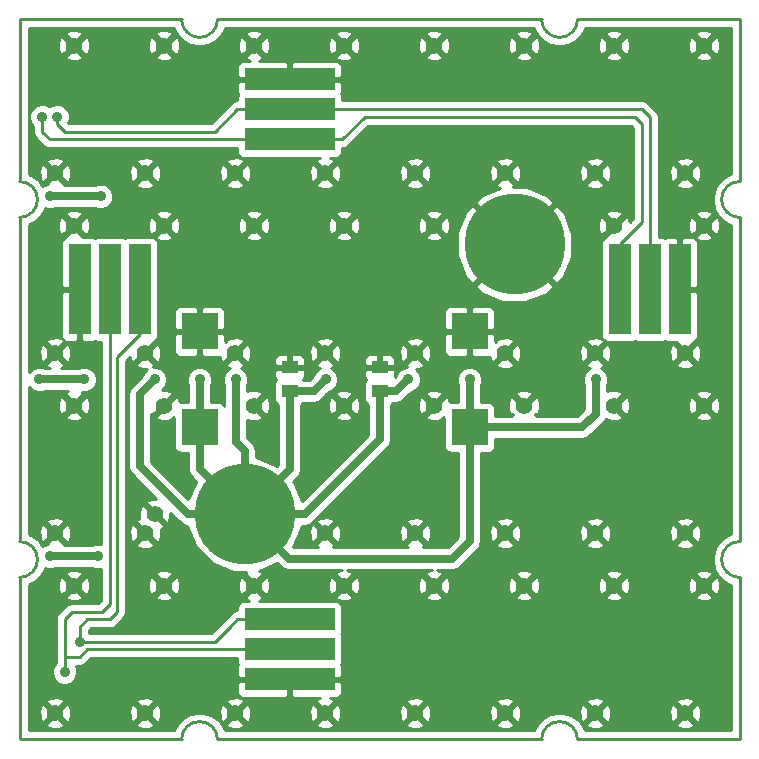
<source format=gbl>
G04 #@! TF.FileFunction,Copper,L2,Bot,Signal*
%FSLAX46Y46*%
G04 Gerber Fmt 4.6, Leading zero omitted, Abs format (unit mm)*
G04 Created by KiCad (PCBNEW 4.0.2-4+6225~38~ubuntu15.04.1-stable) date Fri Feb 19 17:20:41 2016*
%MOMM*%
G01*
G04 APERTURE LIST*
%ADD10C,0.152400*%
%ADD11C,0.254000*%
%ADD12R,1.422400X1.066800*%
%ADD13C,8.500000*%
%ADD14R,7.620000X1.905000*%
%ADD15R,1.905000X7.620000*%
%ADD16C,1.400000*%
%ADD17R,3.048000X3.048000*%
%ADD18C,0.889000*%
%ADD19C,0.635000*%
G04 APERTURE END LIST*
D10*
D11*
X44196000Y0D02*
X16764000Y0D01*
X60960000Y0D02*
X47244000Y0D01*
X60960000Y13716000D02*
X60960000Y0D01*
X60960000Y44196000D02*
X60960000Y16764000D01*
X60960000Y60960000D02*
X60960000Y47244000D01*
X47244000Y60960000D02*
X60960000Y60960000D01*
X16764000Y60960000D02*
X44196000Y60960000D01*
X0Y60960000D02*
X13716000Y60960000D01*
X0Y47244000D02*
X0Y60960000D01*
X0Y16764000D02*
X0Y44196000D01*
X0Y0D02*
X0Y13716000D01*
X13716000Y0D02*
X0Y0D01*
X60960000Y16764000D02*
G75*
G03X59436000Y15240000I0J-1524000D01*
G01*
X59436000Y15240000D02*
G75*
G03X60960000Y13716000I1524000J0D01*
G01*
X60960000Y47244000D02*
G75*
G03X59436000Y45720000I0J-1524000D01*
G01*
X59436000Y45720000D02*
G75*
G03X60960000Y44196000I1524000J0D01*
G01*
X44196000Y60960000D02*
G75*
G03X45720000Y59436000I1524000J0D01*
G01*
X45720000Y59436000D02*
G75*
G03X47244000Y60960000I0J1524000D01*
G01*
X13716000Y60960000D02*
G75*
G03X15240000Y59436000I1524000J0D01*
G01*
X15240000Y59436000D02*
G75*
G03X16764000Y60960000I0J1524000D01*
G01*
X0Y44196000D02*
G75*
G03X1524000Y45720000I0J1524000D01*
G01*
X1524000Y45720000D02*
G75*
G03X0Y47244000I-1524000J0D01*
G01*
X0Y13716000D02*
G75*
G03X1524000Y15240000I0J1524000D01*
G01*
X1524000Y15240000D02*
G75*
G03X0Y16764000I-1524000J0D01*
G01*
X16764000Y0D02*
G75*
G03X15240000Y1524000I-1524000J0D01*
G01*
X15240000Y1524000D02*
G75*
G03X13716000Y0I0J-1524000D01*
G01*
X45720000Y1524000D02*
G75*
G03X44196000Y0I0J-1524000D01*
G01*
X47244000Y0D02*
G75*
G03X45720000Y1524000I-1524000J0D01*
G01*
D12*
X30480000Y31496000D03*
X30480000Y29464000D03*
X22860000Y31496000D03*
X22860000Y29464000D03*
D13*
X19050000Y19050000D03*
X41910000Y41910000D03*
D14*
X22860000Y55880000D03*
X22860000Y53340000D03*
X22860000Y50800000D03*
X22860000Y10160000D03*
X22860000Y7620000D03*
X22860000Y5080000D03*
D15*
X55880000Y38100000D03*
X53340000Y38100000D03*
X50800000Y38100000D03*
X10160000Y38100000D03*
X7620000Y38100000D03*
X5080000Y38100000D03*
D16*
X25870000Y2210000D03*
X3010000Y2210000D03*
X10630000Y2210000D03*
X18250000Y2210000D03*
X33490000Y2210000D03*
X41110000Y2210000D03*
X48730000Y2210000D03*
X56350000Y2210000D03*
X57950000Y13030000D03*
X50330000Y13030000D03*
X42710000Y13030000D03*
X35090000Y13030000D03*
X27470000Y13030000D03*
X19850000Y13030000D03*
X12230000Y13030000D03*
X3010000Y17450000D03*
X10630000Y17450000D03*
X11430000Y19050000D03*
X25870000Y17450000D03*
X33490000Y17450000D03*
X41110000Y17450000D03*
X48730000Y17450000D03*
X56350000Y17450000D03*
X57950000Y28270000D03*
X50330000Y28270000D03*
X42710000Y28270000D03*
X35090000Y28270000D03*
X27470000Y28270000D03*
X19850000Y28270000D03*
X12230000Y28270000D03*
X4610000Y28270000D03*
X3010000Y32690000D03*
X10630000Y32690000D03*
X18250000Y32690000D03*
X25870000Y32690000D03*
X33490000Y32690000D03*
X41110000Y32690000D03*
X48730000Y32690000D03*
X56350000Y32690000D03*
X57950000Y43510000D03*
X50330000Y43510000D03*
X42710000Y43510000D03*
X35090000Y43510000D03*
X27470000Y43510000D03*
X19850000Y43510000D03*
X12230000Y43510000D03*
X4610000Y43510000D03*
X3010000Y47930000D03*
X10630000Y47930000D03*
X18250000Y47930000D03*
X25870000Y47930000D03*
X33490000Y47930000D03*
X41110000Y47930000D03*
X48730000Y47930000D03*
X56350000Y47930000D03*
X57950000Y58750000D03*
X50330000Y58750000D03*
X42710000Y58750000D03*
X35090000Y58750000D03*
X27470000Y58750000D03*
X19850000Y58750000D03*
X12230000Y58750000D03*
X4610000Y58750000D03*
X4610000Y13030000D03*
D17*
X15240000Y26416000D03*
X15240000Y34544000D03*
X38100000Y26416000D03*
X38100000Y34544000D03*
D18*
X5080000Y8255004D03*
X1905000Y52705000D03*
X6858000Y45974000D03*
X2540000Y45974000D03*
X6604000Y15494000D03*
X2540000Y15494000D03*
X11429998Y30480000D03*
X38100000Y30480000D03*
X18288000Y30480000D03*
X32893000Y30480000D03*
X25908000Y30480000D03*
X15240000Y30480000D03*
X1651000Y30480000D03*
X48768000Y30480000D03*
X5461000Y30480000D03*
X3810000Y5715000D03*
X3175000Y52705000D03*
D11*
X10160000Y38100000D02*
X10160000Y34290000D01*
X8255000Y32385000D02*
X10160000Y34290000D01*
X8255000Y32385000D02*
X8255000Y10795000D01*
X8255000Y10795000D02*
X7620000Y10160000D01*
X7620000Y10160000D02*
X5715000Y10160000D01*
X5080000Y9525000D02*
X5080000Y8255004D01*
X5715000Y10160000D02*
X5080000Y9525000D01*
X16509996Y8255004D02*
X17779992Y9525000D01*
X17779992Y9525000D02*
X17780000Y9525000D01*
X5080000Y8255004D02*
X16509996Y8255004D01*
X22860000Y10160000D02*
X18415000Y10160000D01*
X18415000Y10160000D02*
X17780000Y9525000D01*
X22860000Y50800000D02*
X2540000Y50800000D01*
X2540000Y50800000D02*
X1905000Y51435000D01*
X1905000Y51435000D02*
X1905000Y52705000D01*
X50800000Y38100000D02*
X50800000Y41910000D01*
X50800000Y41910000D02*
X52705000Y43815000D01*
X52705000Y43815000D02*
X52705000Y52070000D01*
X52705000Y52070000D02*
X52070000Y52705000D01*
X52070000Y52705000D02*
X29210000Y52705000D01*
X29210000Y52705000D02*
X27305000Y50800000D01*
X27305000Y50800000D02*
X22860000Y50800000D01*
X22860000Y50800000D02*
X20002500Y50800000D01*
D19*
X2540000Y45974000D02*
X6858000Y45974000D01*
X2540000Y15494000D02*
X6604000Y15494000D01*
X19050000Y19050000D02*
X14224000Y19050000D01*
X10160000Y29210002D02*
X11429998Y30480000D01*
X14224000Y19050000D02*
X10160000Y23114000D01*
X10160000Y23114000D02*
X10160000Y29210002D01*
X19050000Y19050000D02*
X24130000Y19050000D01*
X24130000Y19050000D02*
X30480000Y25400000D01*
X30480000Y25400000D02*
X30480000Y29464000D01*
X38100000Y26416000D02*
X38100000Y16764000D01*
X38100000Y16764000D02*
X36644001Y15308001D01*
X36644001Y15308001D02*
X22791999Y15308001D01*
X22791999Y15308001D02*
X19050000Y19050000D01*
X19050000Y19050000D02*
X19050000Y24384000D01*
X18288000Y25146000D02*
X18288000Y30480000D01*
X19050000Y24384000D02*
X18288000Y25146000D01*
X38100000Y26416000D02*
X38100000Y30480000D01*
X30480000Y29464000D02*
X31877000Y29464000D01*
X31877000Y29464000D02*
X32893000Y30480000D01*
X22860000Y29464000D02*
X24892000Y29464000D01*
X24892000Y29464000D02*
X25908000Y30480000D01*
X15240000Y26416000D02*
X15240000Y30480000D01*
X5461000Y30480000D02*
X1651000Y30480000D01*
X38100000Y26416000D02*
X47625000Y26416000D01*
X48768000Y27559000D02*
X48768000Y30480000D01*
X47625000Y26416000D02*
X48768000Y27559000D01*
X22860000Y29464000D02*
X22860000Y22860000D01*
X22860000Y22860000D02*
X19050000Y19050000D01*
X15240000Y26416000D02*
X15240000Y22860000D01*
X15240000Y22860000D02*
X19050000Y19050000D01*
D11*
X7620000Y38100000D02*
X7620000Y11430000D01*
X7620000Y11430000D02*
X6985000Y10795000D01*
X6985000Y10795000D02*
X4445000Y10795000D01*
X4445000Y10795000D02*
X3810000Y10160000D01*
X3810000Y10160000D02*
X3810000Y6985000D01*
X3810000Y5715000D02*
X3810000Y6985000D01*
X5080000Y6985000D02*
X3810000Y6985000D01*
X5715000Y7620000D02*
X5080000Y6985000D01*
X22860000Y7620000D02*
X5715000Y7620000D01*
X3175000Y52705000D02*
X3175000Y52070000D01*
X3175000Y52070000D02*
X3810000Y51435000D01*
X18415000Y53340000D02*
X22860000Y53340000D01*
X3810000Y51435000D02*
X16510000Y51435000D01*
X16510000Y51435000D02*
X18415000Y53340000D01*
X22860000Y53340000D02*
X52705000Y53340000D01*
X52705000Y53340000D02*
X53340000Y52705000D01*
X53340000Y52705000D02*
X53340000Y38100000D01*
G36*
X13198428Y59953446D02*
X13528788Y59459027D01*
X13528789Y59459024D01*
X13633907Y59353907D01*
X13739024Y59248789D01*
X13739027Y59248788D01*
X14233446Y58918428D01*
X14508132Y58804649D01*
X14508136Y58804649D01*
X15091341Y58688642D01*
X15388659Y58688642D01*
X15971869Y58804650D01*
X16085647Y58851779D01*
X16246554Y58918428D01*
X16283146Y58942878D01*
X18502581Y58942878D01*
X18531336Y58412560D01*
X18678958Y58056169D01*
X18914725Y57994331D01*
X19670395Y58750000D01*
X20029605Y58750000D01*
X20785275Y57994331D01*
X21021042Y58056169D01*
X21197419Y58557122D01*
X21176503Y58942878D01*
X26122581Y58942878D01*
X26151336Y58412560D01*
X26298958Y58056169D01*
X26534725Y57994331D01*
X27290395Y58750000D01*
X27649605Y58750000D01*
X28405275Y57994331D01*
X28641042Y58056169D01*
X28817419Y58557122D01*
X28796503Y58942878D01*
X33742581Y58942878D01*
X33771336Y58412560D01*
X33918958Y58056169D01*
X34154725Y57994331D01*
X34910395Y58750000D01*
X35269605Y58750000D01*
X36025275Y57994331D01*
X36261042Y58056169D01*
X36437419Y58557122D01*
X36416503Y58942878D01*
X41362581Y58942878D01*
X41391336Y58412560D01*
X41538958Y58056169D01*
X41774725Y57994331D01*
X42530395Y58750000D01*
X42889605Y58750000D01*
X43645275Y57994331D01*
X43881042Y58056169D01*
X44057419Y58557122D01*
X44028664Y59087440D01*
X43881042Y59443831D01*
X43645275Y59505669D01*
X42889605Y58750000D01*
X42530395Y58750000D01*
X41774725Y59505669D01*
X41538958Y59443831D01*
X41362581Y58942878D01*
X36416503Y58942878D01*
X36408664Y59087440D01*
X36261042Y59443831D01*
X36025275Y59505669D01*
X35269605Y58750000D01*
X34910395Y58750000D01*
X34154725Y59505669D01*
X33918958Y59443831D01*
X33742581Y58942878D01*
X28796503Y58942878D01*
X28788664Y59087440D01*
X28641042Y59443831D01*
X28405275Y59505669D01*
X27649605Y58750000D01*
X27290395Y58750000D01*
X26534725Y59505669D01*
X26298958Y59443831D01*
X26122581Y58942878D01*
X21176503Y58942878D01*
X21168664Y59087440D01*
X21021042Y59443831D01*
X20785275Y59505669D01*
X20029605Y58750000D01*
X19670395Y58750000D01*
X18914725Y59505669D01*
X18678958Y59443831D01*
X18502581Y58942878D01*
X16283146Y58942878D01*
X16740973Y59248788D01*
X16740976Y59248789D01*
X16846093Y59353907D01*
X16951211Y59459024D01*
X16951212Y59459027D01*
X17102385Y59685275D01*
X19094331Y59685275D01*
X19850000Y58929605D01*
X20605669Y59685275D01*
X26714331Y59685275D01*
X27470000Y58929605D01*
X28225669Y59685275D01*
X34334331Y59685275D01*
X35090000Y58929605D01*
X35845669Y59685275D01*
X41954331Y59685275D01*
X42710000Y58929605D01*
X43465669Y59685275D01*
X43403831Y59921042D01*
X42902878Y60097419D01*
X42372560Y60068664D01*
X42016169Y59921042D01*
X41954331Y59685275D01*
X35845669Y59685275D01*
X35783831Y59921042D01*
X35282878Y60097419D01*
X34752560Y60068664D01*
X34396169Y59921042D01*
X34334331Y59685275D01*
X28225669Y59685275D01*
X28163831Y59921042D01*
X27662878Y60097419D01*
X27132560Y60068664D01*
X26776169Y59921042D01*
X26714331Y59685275D01*
X20605669Y59685275D01*
X20543831Y59921042D01*
X20042878Y60097419D01*
X19512560Y60068664D01*
X19156169Y59921042D01*
X19094331Y59685275D01*
X17102385Y59685275D01*
X17281572Y59953446D01*
X17382870Y60198000D01*
X43577131Y60198000D01*
X43678428Y59953446D01*
X44008788Y59459027D01*
X44008789Y59459024D01*
X44113907Y59353907D01*
X44219024Y59248789D01*
X44219027Y59248788D01*
X44713446Y58918428D01*
X44988132Y58804649D01*
X44988136Y58804649D01*
X45571341Y58688642D01*
X45868659Y58688642D01*
X46451869Y58804650D01*
X46565647Y58851779D01*
X46726554Y58918428D01*
X46763146Y58942878D01*
X48982581Y58942878D01*
X49011336Y58412560D01*
X49158958Y58056169D01*
X49394725Y57994331D01*
X50150395Y58750000D01*
X50509605Y58750000D01*
X51265275Y57994331D01*
X51501042Y58056169D01*
X51677419Y58557122D01*
X51656503Y58942878D01*
X56602581Y58942878D01*
X56631336Y58412560D01*
X56778958Y58056169D01*
X57014725Y57994331D01*
X57770395Y58750000D01*
X58129605Y58750000D01*
X58885275Y57994331D01*
X59121042Y58056169D01*
X59297419Y58557122D01*
X59268664Y59087440D01*
X59121042Y59443831D01*
X58885275Y59505669D01*
X58129605Y58750000D01*
X57770395Y58750000D01*
X57014725Y59505669D01*
X56778958Y59443831D01*
X56602581Y58942878D01*
X51656503Y58942878D01*
X51648664Y59087440D01*
X51501042Y59443831D01*
X51265275Y59505669D01*
X50509605Y58750000D01*
X50150395Y58750000D01*
X49394725Y59505669D01*
X49158958Y59443831D01*
X48982581Y58942878D01*
X46763146Y58942878D01*
X47220973Y59248788D01*
X47220976Y59248789D01*
X47326093Y59353907D01*
X47431211Y59459024D01*
X47431212Y59459027D01*
X47582385Y59685275D01*
X49574331Y59685275D01*
X50330000Y58929605D01*
X51085669Y59685275D01*
X57194331Y59685275D01*
X57950000Y58929605D01*
X58705669Y59685275D01*
X58643831Y59921042D01*
X58142878Y60097419D01*
X57612560Y60068664D01*
X57256169Y59921042D01*
X57194331Y59685275D01*
X51085669Y59685275D01*
X51023831Y59921042D01*
X50522878Y60097419D01*
X49992560Y60068664D01*
X49636169Y59921042D01*
X49574331Y59685275D01*
X47582385Y59685275D01*
X47761572Y59953446D01*
X47862870Y60198000D01*
X60198000Y60198000D01*
X60198000Y47862870D01*
X59953446Y47761572D01*
X59459027Y47431212D01*
X59459024Y47431211D01*
X59353907Y47326093D01*
X59248789Y47220976D01*
X59248789Y47220975D01*
X58918428Y46726554D01*
X58859666Y46584689D01*
X58804650Y46451869D01*
X58688642Y45868659D01*
X58688642Y45571341D01*
X58804650Y44988132D01*
X58918428Y44713446D01*
X59248788Y44219027D01*
X59248789Y44219024D01*
X59353907Y44113907D01*
X59459024Y44008789D01*
X59459027Y44008788D01*
X59953446Y43678428D01*
X60198000Y43577130D01*
X60198000Y17382870D01*
X59953446Y17281572D01*
X59459027Y16951212D01*
X59459024Y16951211D01*
X59353907Y16846093D01*
X59248789Y16740976D01*
X59248789Y16740975D01*
X58918428Y16246554D01*
X58859666Y16104689D01*
X58804650Y15971869D01*
X58688642Y15388659D01*
X58688642Y15091341D01*
X58804650Y14508132D01*
X58918428Y14233446D01*
X59248788Y13739027D01*
X59248789Y13739024D01*
X59353907Y13633907D01*
X59459024Y13528789D01*
X59459027Y13528788D01*
X59953446Y13198428D01*
X60198000Y13097130D01*
X60198000Y762000D01*
X47862870Y762000D01*
X47761572Y1006554D01*
X47582387Y1274725D01*
X47974331Y1274725D01*
X48036169Y1038958D01*
X48537122Y862581D01*
X49067440Y891336D01*
X49423831Y1038958D01*
X49485669Y1274725D01*
X55594331Y1274725D01*
X55656169Y1038958D01*
X56157122Y862581D01*
X56687440Y891336D01*
X57043831Y1038958D01*
X57105669Y1274725D01*
X56350000Y2030395D01*
X55594331Y1274725D01*
X49485669Y1274725D01*
X48730000Y2030395D01*
X47974331Y1274725D01*
X47582387Y1274725D01*
X47431211Y1500975D01*
X47431211Y1500976D01*
X47326093Y1606093D01*
X47220976Y1711211D01*
X47220973Y1711212D01*
X46726554Y2041572D01*
X46565647Y2108221D01*
X46451869Y2155350D01*
X45868659Y2271358D01*
X45571341Y2271358D01*
X44988136Y2155351D01*
X44713446Y2041572D01*
X44219027Y1711212D01*
X44219024Y1711211D01*
X44113907Y1606093D01*
X44008789Y1500976D01*
X44008789Y1500975D01*
X43678428Y1006554D01*
X43618793Y862581D01*
X43577131Y762000D01*
X17382870Y762000D01*
X17281572Y1006554D01*
X17102387Y1274725D01*
X17494331Y1274725D01*
X17556169Y1038958D01*
X18057122Y862581D01*
X18587440Y891336D01*
X18943831Y1038958D01*
X19005669Y1274725D01*
X25114331Y1274725D01*
X25176169Y1038958D01*
X25677122Y862581D01*
X26207440Y891336D01*
X26563831Y1038958D01*
X26625669Y1274725D01*
X32734331Y1274725D01*
X32796169Y1038958D01*
X33297122Y862581D01*
X33827440Y891336D01*
X34183831Y1038958D01*
X34245669Y1274725D01*
X40354331Y1274725D01*
X40416169Y1038958D01*
X40917122Y862581D01*
X41447440Y891336D01*
X41803831Y1038958D01*
X41865669Y1274725D01*
X41110000Y2030395D01*
X40354331Y1274725D01*
X34245669Y1274725D01*
X33490000Y2030395D01*
X32734331Y1274725D01*
X26625669Y1274725D01*
X25870000Y2030395D01*
X25114331Y1274725D01*
X19005669Y1274725D01*
X18250000Y2030395D01*
X17494331Y1274725D01*
X17102387Y1274725D01*
X16951211Y1500975D01*
X16951211Y1500976D01*
X16846093Y1606093D01*
X16740976Y1711211D01*
X16740973Y1711212D01*
X16246554Y2041572D01*
X16085647Y2108221D01*
X15971869Y2155350D01*
X15388659Y2271358D01*
X15091341Y2271358D01*
X14508136Y2155351D01*
X14233446Y2041572D01*
X13739027Y1711212D01*
X13739024Y1711211D01*
X13633907Y1606093D01*
X13528789Y1500976D01*
X13528789Y1500975D01*
X13198428Y1006554D01*
X13138793Y862581D01*
X13097131Y762000D01*
X762000Y762000D01*
X762000Y1274725D01*
X2254331Y1274725D01*
X2316169Y1038958D01*
X2817122Y862581D01*
X3347440Y891336D01*
X3703831Y1038958D01*
X3765669Y1274725D01*
X9874331Y1274725D01*
X9936169Y1038958D01*
X10437122Y862581D01*
X10967440Y891336D01*
X11323831Y1038958D01*
X11385669Y1274725D01*
X10630000Y2030395D01*
X9874331Y1274725D01*
X3765669Y1274725D01*
X3010000Y2030395D01*
X2254331Y1274725D01*
X762000Y1274725D01*
X762000Y2402878D01*
X1662581Y2402878D01*
X1691336Y1872560D01*
X1838958Y1516169D01*
X2074725Y1454331D01*
X2830395Y2210000D01*
X3189605Y2210000D01*
X3945275Y1454331D01*
X4181042Y1516169D01*
X4357419Y2017122D01*
X4336503Y2402878D01*
X9282581Y2402878D01*
X9311336Y1872560D01*
X9458958Y1516169D01*
X9694725Y1454331D01*
X10450395Y2210000D01*
X10809605Y2210000D01*
X11565275Y1454331D01*
X11801042Y1516169D01*
X11977419Y2017122D01*
X11956503Y2402878D01*
X16902581Y2402878D01*
X16931336Y1872560D01*
X17078958Y1516169D01*
X17314725Y1454331D01*
X18070395Y2210000D01*
X18429605Y2210000D01*
X19185275Y1454331D01*
X19421042Y1516169D01*
X19597419Y2017122D01*
X19576503Y2402878D01*
X24522581Y2402878D01*
X24551336Y1872560D01*
X24698958Y1516169D01*
X24934725Y1454331D01*
X25690395Y2210000D01*
X26049605Y2210000D01*
X26805275Y1454331D01*
X27041042Y1516169D01*
X27217419Y2017122D01*
X27196503Y2402878D01*
X32142581Y2402878D01*
X32171336Y1872560D01*
X32318958Y1516169D01*
X32554725Y1454331D01*
X33310395Y2210000D01*
X33669605Y2210000D01*
X34425275Y1454331D01*
X34661042Y1516169D01*
X34837419Y2017122D01*
X34816503Y2402878D01*
X39762581Y2402878D01*
X39791336Y1872560D01*
X39938958Y1516169D01*
X40174725Y1454331D01*
X40930395Y2210000D01*
X41289605Y2210000D01*
X42045275Y1454331D01*
X42281042Y1516169D01*
X42457419Y2017122D01*
X42436503Y2402878D01*
X47382581Y2402878D01*
X47411336Y1872560D01*
X47558958Y1516169D01*
X47794725Y1454331D01*
X48550395Y2210000D01*
X48909605Y2210000D01*
X49665275Y1454331D01*
X49901042Y1516169D01*
X50077419Y2017122D01*
X50056503Y2402878D01*
X55002581Y2402878D01*
X55031336Y1872560D01*
X55178958Y1516169D01*
X55414725Y1454331D01*
X56170395Y2210000D01*
X56529605Y2210000D01*
X57285275Y1454331D01*
X57521042Y1516169D01*
X57697419Y2017122D01*
X57668664Y2547440D01*
X57521042Y2903831D01*
X57285275Y2965669D01*
X56529605Y2210000D01*
X56170395Y2210000D01*
X55414725Y2965669D01*
X55178958Y2903831D01*
X55002581Y2402878D01*
X50056503Y2402878D01*
X50048664Y2547440D01*
X49901042Y2903831D01*
X49665275Y2965669D01*
X48909605Y2210000D01*
X48550395Y2210000D01*
X47794725Y2965669D01*
X47558958Y2903831D01*
X47382581Y2402878D01*
X42436503Y2402878D01*
X42428664Y2547440D01*
X42281042Y2903831D01*
X42045275Y2965669D01*
X41289605Y2210000D01*
X40930395Y2210000D01*
X40174725Y2965669D01*
X39938958Y2903831D01*
X39762581Y2402878D01*
X34816503Y2402878D01*
X34808664Y2547440D01*
X34661042Y2903831D01*
X34425275Y2965669D01*
X33669605Y2210000D01*
X33310395Y2210000D01*
X32554725Y2965669D01*
X32318958Y2903831D01*
X32142581Y2402878D01*
X27196503Y2402878D01*
X27188664Y2547440D01*
X27041042Y2903831D01*
X26805275Y2965669D01*
X26049605Y2210000D01*
X25690395Y2210000D01*
X24934725Y2965669D01*
X24698958Y2903831D01*
X24522581Y2402878D01*
X19576503Y2402878D01*
X19568664Y2547440D01*
X19421042Y2903831D01*
X19185275Y2965669D01*
X18429605Y2210000D01*
X18070395Y2210000D01*
X17314725Y2965669D01*
X17078958Y2903831D01*
X16902581Y2402878D01*
X11956503Y2402878D01*
X11948664Y2547440D01*
X11801042Y2903831D01*
X11565275Y2965669D01*
X10809605Y2210000D01*
X10450395Y2210000D01*
X9694725Y2965669D01*
X9458958Y2903831D01*
X9282581Y2402878D01*
X4336503Y2402878D01*
X4328664Y2547440D01*
X4181042Y2903831D01*
X3945275Y2965669D01*
X3189605Y2210000D01*
X2830395Y2210000D01*
X2074725Y2965669D01*
X1838958Y2903831D01*
X1662581Y2402878D01*
X762000Y2402878D01*
X762000Y3145275D01*
X2254331Y3145275D01*
X3010000Y2389605D01*
X3765669Y3145275D01*
X9874331Y3145275D01*
X10630000Y2389605D01*
X11385669Y3145275D01*
X17494331Y3145275D01*
X18250000Y2389605D01*
X19005669Y3145275D01*
X18943831Y3381042D01*
X18442878Y3557419D01*
X17912560Y3528664D01*
X17556169Y3381042D01*
X17494331Y3145275D01*
X11385669Y3145275D01*
X11323831Y3381042D01*
X10822878Y3557419D01*
X10292560Y3528664D01*
X9936169Y3381042D01*
X9874331Y3145275D01*
X3765669Y3145275D01*
X3703831Y3381042D01*
X3202878Y3557419D01*
X2672560Y3528664D01*
X2316169Y3381042D01*
X2254331Y3145275D01*
X762000Y3145275D01*
X762000Y12094725D01*
X3854331Y12094725D01*
X3916169Y11858958D01*
X4417122Y11682581D01*
X4947440Y11711336D01*
X5303831Y11858958D01*
X5365669Y12094725D01*
X4610000Y12850395D01*
X3854331Y12094725D01*
X762000Y12094725D01*
X762000Y13097131D01*
X845647Y13131779D01*
X1006554Y13198428D01*
X1043146Y13222878D01*
X3262581Y13222878D01*
X3291336Y12692560D01*
X3438958Y12336169D01*
X3674725Y12274331D01*
X4430395Y13030000D01*
X4789605Y13030000D01*
X5545275Y12274331D01*
X5781042Y12336169D01*
X5957419Y12837122D01*
X5928664Y13367440D01*
X5781042Y13723831D01*
X5545275Y13785669D01*
X4789605Y13030000D01*
X4430395Y13030000D01*
X3674725Y13785669D01*
X3438958Y13723831D01*
X3262581Y13222878D01*
X1043146Y13222878D01*
X1500973Y13528788D01*
X1500976Y13528789D01*
X1606093Y13633907D01*
X1711211Y13739024D01*
X1711212Y13739027D01*
X1862385Y13965275D01*
X3854331Y13965275D01*
X4610000Y13209605D01*
X5365669Y13965275D01*
X5303831Y14201042D01*
X4802878Y14377419D01*
X4272560Y14348664D01*
X3916169Y14201042D01*
X3854331Y13965275D01*
X1862385Y13965275D01*
X2041572Y14233446D01*
X2147124Y14488271D01*
X2324332Y14414687D01*
X2753784Y14414313D01*
X3061600Y14541500D01*
X6082934Y14541500D01*
X6388332Y14414687D01*
X6817784Y14414313D01*
X6858000Y14430930D01*
X6858000Y11745631D01*
X6669370Y11557000D01*
X4445000Y11557000D01*
X4153395Y11498996D01*
X4054377Y11432834D01*
X3906185Y11333816D01*
X3271186Y10698816D01*
X3271185Y10698815D01*
X3106004Y10451605D01*
X3048000Y10160000D01*
X3048000Y6479642D01*
X2895378Y6327286D01*
X2730687Y5930668D01*
X2730313Y5501216D01*
X2894311Y5104311D01*
X3197714Y4800378D01*
X3594332Y4635687D01*
X4023784Y4635313D01*
X4408440Y4794250D01*
X18415000Y4794250D01*
X18415000Y4001191D01*
X18511673Y3767802D01*
X18690301Y3589173D01*
X18923690Y3492500D01*
X22574250Y3492500D01*
X22733000Y3651250D01*
X22733000Y4953000D01*
X22987000Y4953000D01*
X22987000Y3651250D01*
X23145750Y3492500D01*
X25445252Y3492500D01*
X25176169Y3381042D01*
X25114331Y3145275D01*
X25870000Y2389605D01*
X26625669Y3145275D01*
X32734331Y3145275D01*
X33490000Y2389605D01*
X34245669Y3145275D01*
X40354331Y3145275D01*
X41110000Y2389605D01*
X41865669Y3145275D01*
X47974331Y3145275D01*
X48730000Y2389605D01*
X49485669Y3145275D01*
X55594331Y3145275D01*
X56350000Y2389605D01*
X57105669Y3145275D01*
X57043831Y3381042D01*
X56542878Y3557419D01*
X56012560Y3528664D01*
X55656169Y3381042D01*
X55594331Y3145275D01*
X49485669Y3145275D01*
X49423831Y3381042D01*
X48922878Y3557419D01*
X48392560Y3528664D01*
X48036169Y3381042D01*
X47974331Y3145275D01*
X41865669Y3145275D01*
X41803831Y3381042D01*
X41302878Y3557419D01*
X40772560Y3528664D01*
X40416169Y3381042D01*
X40354331Y3145275D01*
X34245669Y3145275D01*
X34183831Y3381042D01*
X33682878Y3557419D01*
X33152560Y3528664D01*
X32796169Y3381042D01*
X32734331Y3145275D01*
X26625669Y3145275D01*
X26563831Y3381042D01*
X26247264Y3492500D01*
X26796310Y3492500D01*
X27029699Y3589173D01*
X27208327Y3767802D01*
X27305000Y4001191D01*
X27305000Y4794250D01*
X27146250Y4953000D01*
X22987000Y4953000D01*
X22733000Y4953000D01*
X18573750Y4953000D01*
X18415000Y4794250D01*
X4408440Y4794250D01*
X4420689Y4799311D01*
X4724622Y5102714D01*
X4889313Y5499332D01*
X4889687Y5928784D01*
X4768119Y6223000D01*
X5080000Y6223000D01*
X5371605Y6281004D01*
X5618815Y6446185D01*
X6030631Y6858000D01*
X18402560Y6858000D01*
X18402560Y6667500D01*
X18446838Y6432183D01*
X18496359Y6355226D01*
X18415000Y6158809D01*
X18415000Y5365750D01*
X18573750Y5207000D01*
X22733000Y5207000D01*
X22733000Y5227000D01*
X22987000Y5227000D01*
X22987000Y5207000D01*
X27146250Y5207000D01*
X27305000Y5365750D01*
X27305000Y6158809D01*
X27224219Y6353831D01*
X27266431Y6415610D01*
X27317440Y6667500D01*
X27317440Y8572500D01*
X27273162Y8807817D01*
X27220920Y8889003D01*
X27266431Y8955610D01*
X27317440Y9207500D01*
X27317440Y11112500D01*
X27273162Y11347817D01*
X27134090Y11563941D01*
X26921890Y11708931D01*
X26670000Y11759940D01*
X20304780Y11759940D01*
X20543831Y11858958D01*
X20605669Y12094725D01*
X26714331Y12094725D01*
X26776169Y11858958D01*
X27277122Y11682581D01*
X27807440Y11711336D01*
X28163831Y11858958D01*
X28225669Y12094725D01*
X34334331Y12094725D01*
X34396169Y11858958D01*
X34897122Y11682581D01*
X35427440Y11711336D01*
X35783831Y11858958D01*
X35845669Y12094725D01*
X41954331Y12094725D01*
X42016169Y11858958D01*
X42517122Y11682581D01*
X43047440Y11711336D01*
X43403831Y11858958D01*
X43465669Y12094725D01*
X49574331Y12094725D01*
X49636169Y11858958D01*
X50137122Y11682581D01*
X50667440Y11711336D01*
X51023831Y11858958D01*
X51085669Y12094725D01*
X57194331Y12094725D01*
X57256169Y11858958D01*
X57757122Y11682581D01*
X58287440Y11711336D01*
X58643831Y11858958D01*
X58705669Y12094725D01*
X57950000Y12850395D01*
X57194331Y12094725D01*
X51085669Y12094725D01*
X50330000Y12850395D01*
X49574331Y12094725D01*
X43465669Y12094725D01*
X42710000Y12850395D01*
X41954331Y12094725D01*
X35845669Y12094725D01*
X35090000Y12850395D01*
X34334331Y12094725D01*
X28225669Y12094725D01*
X27470000Y12850395D01*
X26714331Y12094725D01*
X20605669Y12094725D01*
X19850000Y12850395D01*
X19094331Y12094725D01*
X19156169Y11858958D01*
X19437404Y11759940D01*
X19050000Y11759940D01*
X18814683Y11715662D01*
X18598559Y11576590D01*
X18453569Y11364390D01*
X18402560Y11112500D01*
X18402560Y10919526D01*
X18123395Y10863996D01*
X18024377Y10797834D01*
X17876185Y10698816D01*
X17241204Y10063834D01*
X17241177Y10063816D01*
X16194366Y9017004D01*
X5844642Y9017004D01*
X5842000Y9019650D01*
X5842000Y9209370D01*
X6030631Y9398000D01*
X7620000Y9398000D01*
X7911605Y9456004D01*
X8158815Y9621185D01*
X8793816Y10256185D01*
X8924391Y10451605D01*
X8958996Y10503395D01*
X9017000Y10795000D01*
X9017000Y12094725D01*
X11474331Y12094725D01*
X11536169Y11858958D01*
X12037122Y11682581D01*
X12567440Y11711336D01*
X12923831Y11858958D01*
X12985669Y12094725D01*
X12230000Y12850395D01*
X11474331Y12094725D01*
X9017000Y12094725D01*
X9017000Y13222878D01*
X10882581Y13222878D01*
X10911336Y12692560D01*
X11058958Y12336169D01*
X11294725Y12274331D01*
X12050395Y13030000D01*
X12409605Y13030000D01*
X13165275Y12274331D01*
X13401042Y12336169D01*
X13577419Y12837122D01*
X13556503Y13222878D01*
X18502581Y13222878D01*
X18531336Y12692560D01*
X18678958Y12336169D01*
X18914725Y12274331D01*
X19670395Y13030000D01*
X20029605Y13030000D01*
X20785275Y12274331D01*
X21021042Y12336169D01*
X21197419Y12837122D01*
X21176503Y13222878D01*
X26122581Y13222878D01*
X26151336Y12692560D01*
X26298958Y12336169D01*
X26534725Y12274331D01*
X27290395Y13030000D01*
X27649605Y13030000D01*
X28405275Y12274331D01*
X28641042Y12336169D01*
X28817419Y12837122D01*
X28796503Y13222878D01*
X33742581Y13222878D01*
X33771336Y12692560D01*
X33918958Y12336169D01*
X34154725Y12274331D01*
X34910395Y13030000D01*
X35269605Y13030000D01*
X36025275Y12274331D01*
X36261042Y12336169D01*
X36437419Y12837122D01*
X36416503Y13222878D01*
X41362581Y13222878D01*
X41391336Y12692560D01*
X41538958Y12336169D01*
X41774725Y12274331D01*
X42530395Y13030000D01*
X42889605Y13030000D01*
X43645275Y12274331D01*
X43881042Y12336169D01*
X44057419Y12837122D01*
X44036503Y13222878D01*
X48982581Y13222878D01*
X49011336Y12692560D01*
X49158958Y12336169D01*
X49394725Y12274331D01*
X50150395Y13030000D01*
X50509605Y13030000D01*
X51265275Y12274331D01*
X51501042Y12336169D01*
X51677419Y12837122D01*
X51656503Y13222878D01*
X56602581Y13222878D01*
X56631336Y12692560D01*
X56778958Y12336169D01*
X57014725Y12274331D01*
X57770395Y13030000D01*
X58129605Y13030000D01*
X58885275Y12274331D01*
X59121042Y12336169D01*
X59297419Y12837122D01*
X59268664Y13367440D01*
X59121042Y13723831D01*
X58885275Y13785669D01*
X58129605Y13030000D01*
X57770395Y13030000D01*
X57014725Y13785669D01*
X56778958Y13723831D01*
X56602581Y13222878D01*
X51656503Y13222878D01*
X51648664Y13367440D01*
X51501042Y13723831D01*
X51265275Y13785669D01*
X50509605Y13030000D01*
X50150395Y13030000D01*
X49394725Y13785669D01*
X49158958Y13723831D01*
X48982581Y13222878D01*
X44036503Y13222878D01*
X44028664Y13367440D01*
X43881042Y13723831D01*
X43645275Y13785669D01*
X42889605Y13030000D01*
X42530395Y13030000D01*
X41774725Y13785669D01*
X41538958Y13723831D01*
X41362581Y13222878D01*
X36416503Y13222878D01*
X36408664Y13367440D01*
X36261042Y13723831D01*
X36025275Y13785669D01*
X35269605Y13030000D01*
X34910395Y13030000D01*
X34154725Y13785669D01*
X33918958Y13723831D01*
X33742581Y13222878D01*
X28796503Y13222878D01*
X28788664Y13367440D01*
X28641042Y13723831D01*
X28405275Y13785669D01*
X27649605Y13030000D01*
X27290395Y13030000D01*
X26534725Y13785669D01*
X26298958Y13723831D01*
X26122581Y13222878D01*
X21176503Y13222878D01*
X21168664Y13367440D01*
X21021042Y13723831D01*
X20785275Y13785669D01*
X20029605Y13030000D01*
X19670395Y13030000D01*
X18914725Y13785669D01*
X18678958Y13723831D01*
X18502581Y13222878D01*
X13556503Y13222878D01*
X13548664Y13367440D01*
X13401042Y13723831D01*
X13165275Y13785669D01*
X12409605Y13030000D01*
X12050395Y13030000D01*
X11294725Y13785669D01*
X11058958Y13723831D01*
X10882581Y13222878D01*
X9017000Y13222878D01*
X9017000Y13965275D01*
X11474331Y13965275D01*
X12230000Y13209605D01*
X12985669Y13965275D01*
X12923831Y14201042D01*
X12422878Y14377419D01*
X11892560Y14348664D01*
X11536169Y14201042D01*
X11474331Y13965275D01*
X9017000Y13965275D01*
X9017000Y16514725D01*
X9874331Y16514725D01*
X9936169Y16278958D01*
X10437122Y16102581D01*
X10967440Y16131336D01*
X11323831Y16278958D01*
X11385669Y16514725D01*
X10630000Y17270395D01*
X9874331Y16514725D01*
X9017000Y16514725D01*
X9017000Y17642878D01*
X9282581Y17642878D01*
X9311336Y17112560D01*
X9458958Y16756169D01*
X9694725Y16694331D01*
X10450395Y17450000D01*
X9694725Y18205669D01*
X9458958Y18143831D01*
X9282581Y17642878D01*
X9017000Y17642878D01*
X9017000Y18385275D01*
X9874331Y18385275D01*
X10630000Y17629605D01*
X10644143Y17643747D01*
X10823748Y17464142D01*
X10809605Y17450000D01*
X11565275Y16694331D01*
X11801042Y16756169D01*
X11977419Y17257122D01*
X11948664Y17787440D01*
X11941960Y17803625D01*
X12123831Y17878958D01*
X12185669Y18114725D01*
X11430000Y18870395D01*
X11415858Y18856252D01*
X11236252Y19035858D01*
X11250395Y19050000D01*
X10494725Y19805669D01*
X10258958Y19743831D01*
X10082581Y19242878D01*
X10111336Y18712560D01*
X10118040Y18696375D01*
X9936169Y18621042D01*
X9874331Y18385275D01*
X9017000Y18385275D01*
X9017000Y29210002D01*
X9207500Y29210002D01*
X9207500Y23114000D01*
X9280005Y22749494D01*
X9486481Y22440481D01*
X11534344Y20392618D01*
X11092560Y20368664D01*
X10736169Y20221042D01*
X10674331Y19985275D01*
X11430000Y19229605D01*
X11444142Y19243748D01*
X11623748Y19064142D01*
X11609605Y19050000D01*
X12365275Y18294331D01*
X12601042Y18356169D01*
X12777419Y18857122D01*
X12760654Y19166308D01*
X13550481Y18376481D01*
X13859494Y18170005D01*
X14164177Y18109399D01*
X14164154Y18082576D01*
X14906284Y16286485D01*
X16279257Y14911113D01*
X18074050Y14165850D01*
X19146693Y14164914D01*
X19094331Y13965275D01*
X19850000Y13209605D01*
X20605669Y13965275D01*
X20543831Y14201042D01*
X20307812Y14284140D01*
X21813515Y14906284D01*
X21830111Y14922851D01*
X22118480Y14634482D01*
X22427493Y14428006D01*
X22791999Y14355501D01*
X27258652Y14355501D01*
X27132560Y14348664D01*
X26776169Y14201042D01*
X26714331Y13965275D01*
X27470000Y13209605D01*
X28225669Y13965275D01*
X28163831Y14201042D01*
X27725130Y14355501D01*
X34878652Y14355501D01*
X34752560Y14348664D01*
X34396169Y14201042D01*
X34334331Y13965275D01*
X35090000Y13209605D01*
X35845669Y13965275D01*
X41954331Y13965275D01*
X42710000Y13209605D01*
X43465669Y13965275D01*
X49574331Y13965275D01*
X50330000Y13209605D01*
X51085669Y13965275D01*
X57194331Y13965275D01*
X57950000Y13209605D01*
X58705669Y13965275D01*
X58643831Y14201042D01*
X58142878Y14377419D01*
X57612560Y14348664D01*
X57256169Y14201042D01*
X57194331Y13965275D01*
X51085669Y13965275D01*
X51023831Y14201042D01*
X50522878Y14377419D01*
X49992560Y14348664D01*
X49636169Y14201042D01*
X49574331Y13965275D01*
X43465669Y13965275D01*
X43403831Y14201042D01*
X42902878Y14377419D01*
X42372560Y14348664D01*
X42016169Y14201042D01*
X41954331Y13965275D01*
X35845669Y13965275D01*
X35783831Y14201042D01*
X35345130Y14355501D01*
X36644001Y14355501D01*
X37008507Y14428006D01*
X37317520Y14634482D01*
X38773520Y16090481D01*
X38904485Y16286485D01*
X38979995Y16399494D01*
X39002915Y16514725D01*
X40354331Y16514725D01*
X40416169Y16278958D01*
X40917122Y16102581D01*
X41447440Y16131336D01*
X41803831Y16278958D01*
X41865669Y16514725D01*
X47974331Y16514725D01*
X48036169Y16278958D01*
X48537122Y16102581D01*
X49067440Y16131336D01*
X49423831Y16278958D01*
X49485669Y16514725D01*
X55594331Y16514725D01*
X55656169Y16278958D01*
X56157122Y16102581D01*
X56687440Y16131336D01*
X57043831Y16278958D01*
X57105669Y16514725D01*
X56350000Y17270395D01*
X55594331Y16514725D01*
X49485669Y16514725D01*
X48730000Y17270395D01*
X47974331Y16514725D01*
X41865669Y16514725D01*
X41110000Y17270395D01*
X40354331Y16514725D01*
X39002915Y16514725D01*
X39052500Y16764000D01*
X39052500Y17642878D01*
X39762581Y17642878D01*
X39791336Y17112560D01*
X39938958Y16756169D01*
X40174725Y16694331D01*
X40930395Y17450000D01*
X41289605Y17450000D01*
X42045275Y16694331D01*
X42281042Y16756169D01*
X42457419Y17257122D01*
X42436503Y17642878D01*
X47382581Y17642878D01*
X47411336Y17112560D01*
X47558958Y16756169D01*
X47794725Y16694331D01*
X48550395Y17450000D01*
X48909605Y17450000D01*
X49665275Y16694331D01*
X49901042Y16756169D01*
X50077419Y17257122D01*
X50056503Y17642878D01*
X55002581Y17642878D01*
X55031336Y17112560D01*
X55178958Y16756169D01*
X55414725Y16694331D01*
X56170395Y17450000D01*
X56529605Y17450000D01*
X57285275Y16694331D01*
X57521042Y16756169D01*
X57697419Y17257122D01*
X57668664Y17787440D01*
X57521042Y18143831D01*
X57285275Y18205669D01*
X56529605Y17450000D01*
X56170395Y17450000D01*
X55414725Y18205669D01*
X55178958Y18143831D01*
X55002581Y17642878D01*
X50056503Y17642878D01*
X50048664Y17787440D01*
X49901042Y18143831D01*
X49665275Y18205669D01*
X48909605Y17450000D01*
X48550395Y17450000D01*
X47794725Y18205669D01*
X47558958Y18143831D01*
X47382581Y17642878D01*
X42436503Y17642878D01*
X42428664Y17787440D01*
X42281042Y18143831D01*
X42045275Y18205669D01*
X41289605Y17450000D01*
X40930395Y17450000D01*
X40174725Y18205669D01*
X39938958Y18143831D01*
X39762581Y17642878D01*
X39052500Y17642878D01*
X39052500Y18385275D01*
X40354331Y18385275D01*
X41110000Y17629605D01*
X41865669Y18385275D01*
X47974331Y18385275D01*
X48730000Y17629605D01*
X49485669Y18385275D01*
X55594331Y18385275D01*
X56350000Y17629605D01*
X57105669Y18385275D01*
X57043831Y18621042D01*
X56542878Y18797419D01*
X56012560Y18768664D01*
X55656169Y18621042D01*
X55594331Y18385275D01*
X49485669Y18385275D01*
X49423831Y18621042D01*
X48922878Y18797419D01*
X48392560Y18768664D01*
X48036169Y18621042D01*
X47974331Y18385275D01*
X41865669Y18385275D01*
X41803831Y18621042D01*
X41302878Y18797419D01*
X40772560Y18768664D01*
X40416169Y18621042D01*
X40354331Y18385275D01*
X39052500Y18385275D01*
X39052500Y24244560D01*
X39624000Y24244560D01*
X39859317Y24288838D01*
X40075441Y24427910D01*
X40220431Y24640110D01*
X40271440Y24892000D01*
X40271440Y25463500D01*
X47625000Y25463500D01*
X47989506Y25536005D01*
X48298519Y25742481D01*
X49441519Y26885481D01*
X49621508Y27154854D01*
X49636169Y27098958D01*
X50137122Y26922581D01*
X50667440Y26951336D01*
X51023831Y27098958D01*
X51085669Y27334725D01*
X57194331Y27334725D01*
X57256169Y27098958D01*
X57757122Y26922581D01*
X58287440Y26951336D01*
X58643831Y27098958D01*
X58705669Y27334725D01*
X57950000Y28090395D01*
X57194331Y27334725D01*
X51085669Y27334725D01*
X50330000Y28090395D01*
X50315858Y28076252D01*
X50136252Y28255858D01*
X50150395Y28270000D01*
X50509605Y28270000D01*
X51265275Y27514331D01*
X51501042Y27576169D01*
X51677419Y28077122D01*
X51656503Y28462878D01*
X56602581Y28462878D01*
X56631336Y27932560D01*
X56778958Y27576169D01*
X57014725Y27514331D01*
X57770395Y28270000D01*
X58129605Y28270000D01*
X58885275Y27514331D01*
X59121042Y27576169D01*
X59297419Y28077122D01*
X59268664Y28607440D01*
X59121042Y28963831D01*
X58885275Y29025669D01*
X58129605Y28270000D01*
X57770395Y28270000D01*
X57014725Y29025669D01*
X56778958Y28963831D01*
X56602581Y28462878D01*
X51656503Y28462878D01*
X51648664Y28607440D01*
X51501042Y28963831D01*
X51265275Y29025669D01*
X50509605Y28270000D01*
X50150395Y28270000D01*
X50136252Y28284142D01*
X50315858Y28463748D01*
X50330000Y28449605D01*
X51085669Y29205275D01*
X57194331Y29205275D01*
X57950000Y28449605D01*
X58705669Y29205275D01*
X58643831Y29441042D01*
X58142878Y29617419D01*
X57612560Y29588664D01*
X57256169Y29441042D01*
X57194331Y29205275D01*
X51085669Y29205275D01*
X51023831Y29441042D01*
X50522878Y29617419D01*
X49992560Y29588664D01*
X49720500Y29475973D01*
X49720500Y29958934D01*
X49847313Y30264332D01*
X49847687Y30693784D01*
X49683689Y31090689D01*
X49380286Y31394622D01*
X49252130Y31447837D01*
X49423831Y31518958D01*
X49485669Y31754725D01*
X55594331Y31754725D01*
X55656169Y31518958D01*
X56157122Y31342581D01*
X56687440Y31371336D01*
X57043831Y31518958D01*
X57105669Y31754725D01*
X56350000Y32510395D01*
X55594331Y31754725D01*
X49485669Y31754725D01*
X48730000Y32510395D01*
X47974331Y31754725D01*
X48036169Y31518958D01*
X48262655Y31439216D01*
X48157311Y31395689D01*
X47853378Y31092286D01*
X47688687Y30695668D01*
X47688313Y30266216D01*
X47815500Y29958400D01*
X47815500Y27953538D01*
X47230462Y27368500D01*
X43729944Y27368500D01*
X43760526Y27399082D01*
X43645277Y27514331D01*
X43881042Y27576169D01*
X44057419Y28077122D01*
X44028664Y28607440D01*
X43881042Y28963831D01*
X43645275Y29025669D01*
X42889605Y28270000D01*
X42903748Y28255858D01*
X42724142Y28076252D01*
X42710000Y28090395D01*
X42695858Y28076252D01*
X42516252Y28255858D01*
X42530395Y28270000D01*
X41774725Y29025669D01*
X41538958Y28963831D01*
X41362581Y28462878D01*
X41391336Y27932560D01*
X41538958Y27576169D01*
X41774723Y27514331D01*
X41659474Y27399082D01*
X41690056Y27368500D01*
X40271440Y27368500D01*
X40271440Y27940000D01*
X40227162Y28175317D01*
X40088090Y28391441D01*
X39875890Y28536431D01*
X39624000Y28587440D01*
X39052500Y28587440D01*
X39052500Y29205275D01*
X41954331Y29205275D01*
X42710000Y28449605D01*
X43465669Y29205275D01*
X43403831Y29441042D01*
X42902878Y29617419D01*
X42372560Y29588664D01*
X42016169Y29441042D01*
X41954331Y29205275D01*
X39052500Y29205275D01*
X39052500Y29958934D01*
X39179313Y30264332D01*
X39179687Y30693784D01*
X39015689Y31090689D01*
X38712286Y31394622D01*
X38315668Y31559313D01*
X37886216Y31559687D01*
X37489311Y31395689D01*
X37185378Y31092286D01*
X37020687Y30695668D01*
X37020313Y30266216D01*
X37147500Y29958400D01*
X37147500Y28587440D01*
X36576000Y28587440D01*
X36411428Y28556474D01*
X36408664Y28607440D01*
X36261042Y28963831D01*
X36025275Y29025669D01*
X35269605Y28270000D01*
X35283748Y28255858D01*
X35104142Y28076252D01*
X35090000Y28090395D01*
X34334331Y27334725D01*
X34396169Y27098958D01*
X34897122Y26922581D01*
X35427440Y26951336D01*
X35783831Y27098958D01*
X35845669Y27334723D01*
X35928560Y27251832D01*
X35928560Y24892000D01*
X35972838Y24656683D01*
X36111910Y24440559D01*
X36324110Y24295569D01*
X36576000Y24244560D01*
X37147500Y24244560D01*
X37147500Y17158539D01*
X36249463Y16260501D01*
X34139272Y16260501D01*
X34183831Y16278958D01*
X34245669Y16514725D01*
X33490000Y17270395D01*
X32734331Y16514725D01*
X32796169Y16278958D01*
X32848591Y16260501D01*
X26519272Y16260501D01*
X26563831Y16278958D01*
X26625669Y16514725D01*
X25870000Y17270395D01*
X25114331Y16514725D01*
X25176169Y16278958D01*
X25228591Y16260501D01*
X23186537Y16260501D01*
X23178325Y16268713D01*
X23188887Y16279257D01*
X23755111Y17642878D01*
X24522581Y17642878D01*
X24551336Y17112560D01*
X24698958Y16756169D01*
X24934725Y16694331D01*
X25690395Y17450000D01*
X26049605Y17450000D01*
X26805275Y16694331D01*
X27041042Y16756169D01*
X27217419Y17257122D01*
X27196503Y17642878D01*
X32142581Y17642878D01*
X32171336Y17112560D01*
X32318958Y16756169D01*
X32554725Y16694331D01*
X33310395Y17450000D01*
X33669605Y17450000D01*
X34425275Y16694331D01*
X34661042Y16756169D01*
X34837419Y17257122D01*
X34808664Y17787440D01*
X34661042Y18143831D01*
X34425275Y18205669D01*
X33669605Y17450000D01*
X33310395Y17450000D01*
X32554725Y18205669D01*
X32318958Y18143831D01*
X32142581Y17642878D01*
X27196503Y17642878D01*
X27188664Y17787440D01*
X27041042Y18143831D01*
X26805275Y18205669D01*
X26049605Y17450000D01*
X25690395Y17450000D01*
X24934725Y18205669D01*
X24698958Y18143831D01*
X24522581Y17642878D01*
X23755111Y17642878D01*
X23934150Y18074050D01*
X23934170Y18097500D01*
X24130000Y18097500D01*
X24494506Y18170005D01*
X24803519Y18376481D01*
X24812313Y18385275D01*
X25114331Y18385275D01*
X25870000Y17629605D01*
X26625669Y18385275D01*
X32734331Y18385275D01*
X33490000Y17629605D01*
X34245669Y18385275D01*
X34183831Y18621042D01*
X33682878Y18797419D01*
X33152560Y18768664D01*
X32796169Y18621042D01*
X32734331Y18385275D01*
X26625669Y18385275D01*
X26563831Y18621042D01*
X26062878Y18797419D01*
X25532560Y18768664D01*
X25176169Y18621042D01*
X25114331Y18385275D01*
X24812313Y18385275D01*
X31153519Y24726481D01*
X31359995Y25035494D01*
X31432500Y25400000D01*
X31432500Y28331288D01*
X31636996Y28462878D01*
X33742581Y28462878D01*
X33771336Y27932560D01*
X33918958Y27576169D01*
X34154725Y27514331D01*
X34910395Y28270000D01*
X34154725Y29025669D01*
X33918958Y28963831D01*
X33742581Y28462878D01*
X31636996Y28462878D01*
X31642641Y28466510D01*
X31673381Y28511500D01*
X31877000Y28511500D01*
X32241506Y28584005D01*
X32550519Y28790481D01*
X32965313Y29205275D01*
X34334331Y29205275D01*
X35090000Y28449605D01*
X35845669Y29205275D01*
X35783831Y29441042D01*
X35282878Y29617419D01*
X34752560Y29588664D01*
X34396169Y29441042D01*
X34334331Y29205275D01*
X32965313Y29205275D01*
X33198069Y29438031D01*
X33503689Y29564311D01*
X33807622Y29867714D01*
X33972313Y30264332D01*
X33972687Y30693784D01*
X33808689Y31090689D01*
X33543880Y31355961D01*
X33827440Y31371336D01*
X34183831Y31518958D01*
X34245669Y31754725D01*
X40354331Y31754725D01*
X40416169Y31518958D01*
X40917122Y31342581D01*
X41447440Y31371336D01*
X41803831Y31518958D01*
X41865669Y31754725D01*
X41110000Y32510395D01*
X40354331Y31754725D01*
X34245669Y31754725D01*
X33490000Y32510395D01*
X32734331Y31754725D01*
X32785511Y31559594D01*
X32679216Y31559687D01*
X32282311Y31395689D01*
X31978378Y31092286D01*
X31850653Y30784691D01*
X31772422Y30706460D01*
X31826200Y30836291D01*
X31826200Y31210250D01*
X31667450Y31369000D01*
X30607000Y31369000D01*
X30607000Y31349000D01*
X30353000Y31349000D01*
X30353000Y31369000D01*
X29292550Y31369000D01*
X29133800Y31210250D01*
X29133800Y30836291D01*
X29230473Y30602902D01*
X29350536Y30482839D01*
X29317359Y30461490D01*
X29172369Y30249290D01*
X29121360Y29997400D01*
X29121360Y28930600D01*
X29165638Y28695283D01*
X29304710Y28479159D01*
X29516910Y28334169D01*
X29527500Y28332024D01*
X29527500Y25794538D01*
X23881621Y20148659D01*
X23193716Y21813515D01*
X23177149Y21830111D01*
X23533519Y22186481D01*
X23739995Y22495494D01*
X23812500Y22860000D01*
X23812500Y27334725D01*
X26714331Y27334725D01*
X26776169Y27098958D01*
X27277122Y26922581D01*
X27807440Y26951336D01*
X28163831Y27098958D01*
X28225669Y27334725D01*
X27470000Y28090395D01*
X26714331Y27334725D01*
X23812500Y27334725D01*
X23812500Y28331288D01*
X24016996Y28462878D01*
X26122581Y28462878D01*
X26151336Y27932560D01*
X26298958Y27576169D01*
X26534725Y27514331D01*
X27290395Y28270000D01*
X27649605Y28270000D01*
X28405275Y27514331D01*
X28641042Y27576169D01*
X28817419Y28077122D01*
X28788664Y28607440D01*
X28641042Y28963831D01*
X28405275Y29025669D01*
X27649605Y28270000D01*
X27290395Y28270000D01*
X26534725Y29025669D01*
X26298958Y28963831D01*
X26122581Y28462878D01*
X24016996Y28462878D01*
X24022641Y28466510D01*
X24053381Y28511500D01*
X24892000Y28511500D01*
X25256506Y28584005D01*
X25565519Y28790481D01*
X25980313Y29205275D01*
X26714331Y29205275D01*
X27470000Y28449605D01*
X28225669Y29205275D01*
X28163831Y29441042D01*
X27662878Y29617419D01*
X27132560Y29588664D01*
X26776169Y29441042D01*
X26714331Y29205275D01*
X25980313Y29205275D01*
X26213069Y29438031D01*
X26518689Y29564311D01*
X26822622Y29867714D01*
X26987313Y30264332D01*
X26987687Y30693784D01*
X26823689Y31090689D01*
X26520286Y31394622D01*
X26392130Y31447837D01*
X26563831Y31518958D01*
X26625669Y31754725D01*
X25870000Y32510395D01*
X25114331Y31754725D01*
X25176169Y31518958D01*
X25402655Y31439216D01*
X25297311Y31395689D01*
X24993378Y31092286D01*
X24865653Y30784691D01*
X24497462Y30416500D01*
X24056101Y30416500D01*
X24035290Y30448841D01*
X23987868Y30481243D01*
X24109527Y30602902D01*
X24206200Y30836291D01*
X24206200Y31210250D01*
X24047450Y31369000D01*
X22987000Y31369000D01*
X22987000Y31349000D01*
X22733000Y31349000D01*
X22733000Y31369000D01*
X21672550Y31369000D01*
X21513800Y31210250D01*
X21513800Y30836291D01*
X21610473Y30602902D01*
X21730536Y30482839D01*
X21697359Y30461490D01*
X21552369Y30249290D01*
X21501360Y29997400D01*
X21501360Y28930600D01*
X21545638Y28695283D01*
X21684710Y28479159D01*
X21896910Y28334169D01*
X21907500Y28332024D01*
X21907500Y23254538D01*
X21831287Y23178325D01*
X21820743Y23188887D01*
X20025950Y23934150D01*
X20002500Y23934170D01*
X20002500Y24384000D01*
X19929995Y24748506D01*
X19723519Y25057519D01*
X19240500Y25540538D01*
X19240500Y27069266D01*
X19657122Y26922581D01*
X20187440Y26951336D01*
X20543831Y27098958D01*
X20605669Y27334725D01*
X19850000Y28090395D01*
X19835858Y28076252D01*
X19656252Y28255858D01*
X19670395Y28270000D01*
X20029605Y28270000D01*
X20785275Y27514331D01*
X21021042Y27576169D01*
X21197419Y28077122D01*
X21168664Y28607440D01*
X21021042Y28963831D01*
X20785275Y29025669D01*
X20029605Y28270000D01*
X19670395Y28270000D01*
X19656252Y28284142D01*
X19835858Y28463748D01*
X19850000Y28449605D01*
X20605669Y29205275D01*
X20543831Y29441042D01*
X20042878Y29617419D01*
X19512560Y29588664D01*
X19240500Y29475973D01*
X19240500Y29958934D01*
X19367313Y30264332D01*
X19367687Y30693784D01*
X19203689Y31090689D01*
X18900286Y31394622D01*
X18772130Y31447837D01*
X18943831Y31518958D01*
X19005669Y31754725D01*
X18250000Y32510395D01*
X17494331Y31754725D01*
X17556169Y31518958D01*
X17782655Y31439216D01*
X17677311Y31395689D01*
X17373378Y31092286D01*
X17208687Y30695668D01*
X17208313Y30266216D01*
X17335500Y29958400D01*
X17335500Y28224521D01*
X17228090Y28391441D01*
X17015890Y28536431D01*
X16764000Y28587440D01*
X16192500Y28587440D01*
X16192500Y29958934D01*
X16319313Y30264332D01*
X16319687Y30693784D01*
X16155689Y31090689D01*
X15852286Y31394622D01*
X15455668Y31559313D01*
X15026216Y31559687D01*
X14629311Y31395689D01*
X14325378Y31092286D01*
X14160687Y30695668D01*
X14160313Y30266216D01*
X14287500Y29958400D01*
X14287500Y28587440D01*
X13716000Y28587440D01*
X13551428Y28556474D01*
X13548664Y28607440D01*
X13401042Y28963831D01*
X13165275Y29025669D01*
X12409605Y28270000D01*
X12423748Y28255858D01*
X12244142Y28076252D01*
X12230000Y28090395D01*
X11474331Y27334725D01*
X11536169Y27098958D01*
X12037122Y26922581D01*
X12567440Y26951336D01*
X12923831Y27098958D01*
X12985669Y27334723D01*
X13068560Y27251832D01*
X13068560Y24892000D01*
X13112838Y24656683D01*
X13251910Y24440559D01*
X13464110Y24295569D01*
X13716000Y24244560D01*
X14287500Y24244560D01*
X14287500Y22860000D01*
X14360005Y22495494D01*
X14566481Y22186481D01*
X14921675Y21831287D01*
X14911113Y21820743D01*
X14291790Y20329248D01*
X11112500Y23508538D01*
X11112500Y27562126D01*
X11294725Y27514331D01*
X12050395Y28270000D01*
X12036252Y28284142D01*
X12215858Y28463748D01*
X12230000Y28449605D01*
X12985669Y29205275D01*
X12923831Y29441042D01*
X12422878Y29617419D01*
X12074992Y29598556D01*
X12344620Y29867714D01*
X12509311Y30264332D01*
X12509685Y30693784D01*
X12345687Y31090689D01*
X12042284Y31394622D01*
X11645666Y31559313D01*
X11334487Y31559584D01*
X11385669Y31754725D01*
X10630000Y32510395D01*
X9874331Y31754725D01*
X9936169Y31518958D01*
X10437122Y31342581D01*
X10785004Y31361444D01*
X10515376Y31092286D01*
X10387651Y30784691D01*
X9486481Y29883521D01*
X9280005Y29574508D01*
X9207500Y29210002D01*
X9017000Y29210002D01*
X9017000Y32069370D01*
X9310763Y32363133D01*
X9311336Y32352560D01*
X9458958Y31996169D01*
X9694725Y31934331D01*
X10450395Y32690000D01*
X10809605Y32690000D01*
X11565275Y31934331D01*
X11801042Y31996169D01*
X11977419Y32497122D01*
X11948664Y33027440D01*
X11801042Y33383831D01*
X11565275Y33445669D01*
X10809605Y32690000D01*
X10450395Y32690000D01*
X10436252Y32704142D01*
X10615858Y32883748D01*
X10630000Y32869605D01*
X11385669Y33625275D01*
X11366388Y33698788D01*
X11563941Y33825910D01*
X11708931Y34038110D01*
X11753510Y34258250D01*
X13081000Y34258250D01*
X13081000Y32893691D01*
X13177673Y32660302D01*
X13356301Y32481673D01*
X13589690Y32385000D01*
X14954250Y32385000D01*
X15113000Y32543750D01*
X15113000Y34417000D01*
X15367000Y34417000D01*
X15367000Y32543750D01*
X15525750Y32385000D01*
X16890310Y32385000D01*
X16928714Y32400908D01*
X16931336Y32352560D01*
X17078958Y31996169D01*
X17314725Y31934331D01*
X18070395Y32690000D01*
X18429605Y32690000D01*
X19185275Y31934331D01*
X19421042Y31996169D01*
X19477213Y32155709D01*
X21513800Y32155709D01*
X21513800Y31781750D01*
X21672550Y31623000D01*
X22733000Y31623000D01*
X22733000Y32505650D01*
X22987000Y32505650D01*
X22987000Y31623000D01*
X24047450Y31623000D01*
X24206200Y31781750D01*
X24206200Y32155709D01*
X24109527Y32389098D01*
X23930899Y32567727D01*
X23697510Y32664400D01*
X23145750Y32664400D01*
X22987000Y32505650D01*
X22733000Y32505650D01*
X22574250Y32664400D01*
X22022490Y32664400D01*
X21789101Y32567727D01*
X21610473Y32389098D01*
X21513800Y32155709D01*
X19477213Y32155709D01*
X19597419Y32497122D01*
X19576503Y32882878D01*
X24522581Y32882878D01*
X24551336Y32352560D01*
X24698958Y31996169D01*
X24934725Y31934331D01*
X25690395Y32690000D01*
X26049605Y32690000D01*
X26805275Y31934331D01*
X27041042Y31996169D01*
X27097213Y32155709D01*
X29133800Y32155709D01*
X29133800Y31781750D01*
X29292550Y31623000D01*
X30353000Y31623000D01*
X30353000Y32505650D01*
X30607000Y32505650D01*
X30607000Y31623000D01*
X31667450Y31623000D01*
X31826200Y31781750D01*
X31826200Y32155709D01*
X31729527Y32389098D01*
X31550899Y32567727D01*
X31317510Y32664400D01*
X30765750Y32664400D01*
X30607000Y32505650D01*
X30353000Y32505650D01*
X30194250Y32664400D01*
X29642490Y32664400D01*
X29409101Y32567727D01*
X29230473Y32389098D01*
X29133800Y32155709D01*
X27097213Y32155709D01*
X27217419Y32497122D01*
X27196503Y32882878D01*
X32142581Y32882878D01*
X32171336Y32352560D01*
X32318958Y31996169D01*
X32554725Y31934331D01*
X33310395Y32690000D01*
X33669605Y32690000D01*
X34425275Y31934331D01*
X34661042Y31996169D01*
X34837419Y32497122D01*
X34808664Y33027440D01*
X34661042Y33383831D01*
X34425275Y33445669D01*
X33669605Y32690000D01*
X33310395Y32690000D01*
X32554725Y33445669D01*
X32318958Y33383831D01*
X32142581Y32882878D01*
X27196503Y32882878D01*
X27188664Y33027440D01*
X27041042Y33383831D01*
X26805275Y33445669D01*
X26049605Y32690000D01*
X25690395Y32690000D01*
X24934725Y33445669D01*
X24698958Y33383831D01*
X24522581Y32882878D01*
X19576503Y32882878D01*
X19568664Y33027440D01*
X19421042Y33383831D01*
X19185275Y33445669D01*
X18429605Y32690000D01*
X18070395Y32690000D01*
X18056252Y32704142D01*
X18235858Y32883748D01*
X18250000Y32869605D01*
X19005669Y33625275D01*
X25114331Y33625275D01*
X25870000Y32869605D01*
X26625669Y33625275D01*
X32734331Y33625275D01*
X33490000Y32869605D01*
X34245669Y33625275D01*
X34183831Y33861042D01*
X33682878Y34037419D01*
X33152560Y34008664D01*
X32796169Y33861042D01*
X32734331Y33625275D01*
X26625669Y33625275D01*
X26563831Y33861042D01*
X26062878Y34037419D01*
X25532560Y34008664D01*
X25176169Y33861042D01*
X25114331Y33625275D01*
X19005669Y33625275D01*
X18943831Y33861042D01*
X18442878Y34037419D01*
X17912560Y34008664D01*
X17556169Y33861042D01*
X17494331Y33625277D01*
X17399000Y33720608D01*
X17399000Y34258250D01*
X35941000Y34258250D01*
X35941000Y32893691D01*
X36037673Y32660302D01*
X36216301Y32481673D01*
X36449690Y32385000D01*
X37814250Y32385000D01*
X37973000Y32543750D01*
X37973000Y34417000D01*
X38227000Y34417000D01*
X38227000Y32543750D01*
X38385750Y32385000D01*
X39750310Y32385000D01*
X39788714Y32400908D01*
X39791336Y32352560D01*
X39938958Y31996169D01*
X40174725Y31934331D01*
X40930395Y32690000D01*
X41289605Y32690000D01*
X42045275Y31934331D01*
X42281042Y31996169D01*
X42457419Y32497122D01*
X42436503Y32882878D01*
X47382581Y32882878D01*
X47411336Y32352560D01*
X47558958Y31996169D01*
X47794725Y31934331D01*
X48550395Y32690000D01*
X48909605Y32690000D01*
X49665275Y31934331D01*
X49901042Y31996169D01*
X50077419Y32497122D01*
X50056503Y32882878D01*
X55002581Y32882878D01*
X55031336Y32352560D01*
X55178958Y31996169D01*
X55414725Y31934331D01*
X56170395Y32690000D01*
X56529605Y32690000D01*
X57285275Y31934331D01*
X57521042Y31996169D01*
X57697419Y32497122D01*
X57668664Y33027440D01*
X57521042Y33383831D01*
X57285275Y33445669D01*
X56529605Y32690000D01*
X56170395Y32690000D01*
X55414725Y33445669D01*
X55178958Y33383831D01*
X55002581Y32882878D01*
X50056503Y32882878D01*
X50048664Y33027440D01*
X49901042Y33383831D01*
X49665275Y33445669D01*
X48909605Y32690000D01*
X48550395Y32690000D01*
X47794725Y33445669D01*
X47558958Y33383831D01*
X47382581Y32882878D01*
X42436503Y32882878D01*
X42428664Y33027440D01*
X42281042Y33383831D01*
X42045275Y33445669D01*
X41289605Y32690000D01*
X40930395Y32690000D01*
X40916252Y32704142D01*
X41095858Y32883748D01*
X41110000Y32869605D01*
X41865669Y33625275D01*
X41803831Y33861042D01*
X41302878Y34037419D01*
X40772560Y34008664D01*
X40416169Y33861042D01*
X40354331Y33625277D01*
X40259000Y33720608D01*
X40259000Y34258250D01*
X40100250Y34417000D01*
X38227000Y34417000D01*
X37973000Y34417000D01*
X36099750Y34417000D01*
X35941000Y34258250D01*
X17399000Y34258250D01*
X17240250Y34417000D01*
X15367000Y34417000D01*
X15113000Y34417000D01*
X13239750Y34417000D01*
X13081000Y34258250D01*
X11753510Y34258250D01*
X11759940Y34290000D01*
X11759940Y36194309D01*
X13081000Y36194309D01*
X13081000Y34829750D01*
X13239750Y34671000D01*
X15113000Y34671000D01*
X15113000Y36544250D01*
X15367000Y36544250D01*
X15367000Y34671000D01*
X17240250Y34671000D01*
X17399000Y34829750D01*
X17399000Y36194309D01*
X35941000Y36194309D01*
X35941000Y34829750D01*
X36099750Y34671000D01*
X37973000Y34671000D01*
X37973000Y36544250D01*
X38227000Y36544250D01*
X38227000Y34671000D01*
X40100250Y34671000D01*
X40259000Y34829750D01*
X40259000Y36194309D01*
X40162327Y36427698D01*
X39983699Y36606327D01*
X39750310Y36703000D01*
X38385750Y36703000D01*
X38227000Y36544250D01*
X37973000Y36544250D01*
X37814250Y36703000D01*
X36449690Y36703000D01*
X36216301Y36606327D01*
X36037673Y36427698D01*
X35941000Y36194309D01*
X17399000Y36194309D01*
X17302327Y36427698D01*
X17123699Y36606327D01*
X16890310Y36703000D01*
X15525750Y36703000D01*
X15367000Y36544250D01*
X15113000Y36544250D01*
X14954250Y36703000D01*
X13589690Y36703000D01*
X13356301Y36606327D01*
X13177673Y36427698D01*
X13081000Y36194309D01*
X11759940Y36194309D01*
X11759940Y38411745D01*
X38591350Y38411745D01*
X39086113Y37807188D01*
X40871147Y37038840D01*
X42814337Y37012083D01*
X44619850Y37730990D01*
X44733887Y37807188D01*
X45228650Y38411745D01*
X41910000Y41730395D01*
X38591350Y38411745D01*
X11759940Y38411745D01*
X11759940Y41005663D01*
X37012083Y41005663D01*
X37730990Y39200150D01*
X37807188Y39086113D01*
X38411745Y38591350D01*
X41730395Y41910000D01*
X38411745Y45228650D01*
X37807188Y44733887D01*
X37038840Y42948853D01*
X37012083Y41005663D01*
X11759940Y41005663D01*
X11759940Y41910000D01*
X11715662Y42145317D01*
X11607136Y42313972D01*
X12037122Y42162581D01*
X12567440Y42191336D01*
X12923831Y42338958D01*
X12985669Y42574725D01*
X19094331Y42574725D01*
X19156169Y42338958D01*
X19657122Y42162581D01*
X20187440Y42191336D01*
X20543831Y42338958D01*
X20605669Y42574725D01*
X26714331Y42574725D01*
X26776169Y42338958D01*
X27277122Y42162581D01*
X27807440Y42191336D01*
X28163831Y42338958D01*
X28225669Y42574725D01*
X34334331Y42574725D01*
X34396169Y42338958D01*
X34897122Y42162581D01*
X35427440Y42191336D01*
X35783831Y42338958D01*
X35845669Y42574725D01*
X35090000Y43330395D01*
X34334331Y42574725D01*
X28225669Y42574725D01*
X27470000Y43330395D01*
X26714331Y42574725D01*
X20605669Y42574725D01*
X19850000Y43330395D01*
X19094331Y42574725D01*
X12985669Y42574725D01*
X12230000Y43330395D01*
X11474331Y42574725D01*
X11520159Y42399999D01*
X11364390Y42506431D01*
X11112500Y42557440D01*
X9207500Y42557440D01*
X8972183Y42513162D01*
X8890997Y42460920D01*
X8824390Y42506431D01*
X8572500Y42557440D01*
X6667500Y42557440D01*
X6432183Y42513162D01*
X6355226Y42463641D01*
X6158809Y42545000D01*
X5365750Y42545000D01*
X5355072Y42534322D01*
X5365669Y42574725D01*
X4610000Y43330395D01*
X3854331Y42574725D01*
X3875755Y42493043D01*
X3767802Y42448327D01*
X3589173Y42269699D01*
X3492500Y42036310D01*
X3492500Y38385750D01*
X3651250Y38227000D01*
X4953000Y38227000D01*
X4953000Y38247000D01*
X5207000Y38247000D01*
X5207000Y38227000D01*
X5227000Y38227000D01*
X5227000Y37973000D01*
X5207000Y37973000D01*
X5207000Y33813750D01*
X5365750Y33655000D01*
X6158809Y33655000D01*
X6353831Y33735781D01*
X6415610Y33693569D01*
X6667500Y33642560D01*
X6858000Y33642560D01*
X6858000Y16557396D01*
X6819668Y16573313D01*
X6390216Y16573687D01*
X6082400Y16446500D01*
X3747775Y16446500D01*
X3765669Y16514725D01*
X3010000Y17270395D01*
X2304193Y16564587D01*
X1931864Y16410744D01*
X1711211Y16740975D01*
X1711211Y16740976D01*
X1606093Y16846093D01*
X1500976Y16951211D01*
X1500973Y16951212D01*
X1006554Y17281572D01*
X845647Y17348221D01*
X762000Y17382869D01*
X762000Y17642878D01*
X1662581Y17642878D01*
X1691336Y17112560D01*
X1838958Y16756169D01*
X2074725Y16694331D01*
X2830395Y17450000D01*
X3189605Y17450000D01*
X3945275Y16694331D01*
X4181042Y16756169D01*
X4357419Y17257122D01*
X4328664Y17787440D01*
X4181042Y18143831D01*
X3945275Y18205669D01*
X3189605Y17450000D01*
X2830395Y17450000D01*
X2074725Y18205669D01*
X1838958Y18143831D01*
X1662581Y17642878D01*
X762000Y17642878D01*
X762000Y18385275D01*
X2254331Y18385275D01*
X3010000Y17629605D01*
X3765669Y18385275D01*
X3703831Y18621042D01*
X3202878Y18797419D01*
X2672560Y18768664D01*
X2316169Y18621042D01*
X2254331Y18385275D01*
X762000Y18385275D01*
X762000Y27334725D01*
X3854331Y27334725D01*
X3916169Y27098958D01*
X4417122Y26922581D01*
X4947440Y26951336D01*
X5303831Y27098958D01*
X5365669Y27334725D01*
X4610000Y28090395D01*
X3854331Y27334725D01*
X762000Y27334725D01*
X762000Y28462878D01*
X3262581Y28462878D01*
X3291336Y27932560D01*
X3438958Y27576169D01*
X3674725Y27514331D01*
X4430395Y28270000D01*
X4789605Y28270000D01*
X5545275Y27514331D01*
X5781042Y27576169D01*
X5957419Y28077122D01*
X5928664Y28607440D01*
X5781042Y28963831D01*
X5545275Y29025669D01*
X4789605Y28270000D01*
X4430395Y28270000D01*
X3674725Y29025669D01*
X3438958Y28963831D01*
X3262581Y28462878D01*
X762000Y28462878D01*
X762000Y29842575D01*
X1038714Y29565378D01*
X1435332Y29400687D01*
X1864784Y29400313D01*
X2172600Y29527500D01*
X4124897Y29527500D01*
X3916169Y29441042D01*
X3854331Y29205275D01*
X4610000Y28449605D01*
X5365669Y29205275D01*
X5314431Y29400627D01*
X5674784Y29400313D01*
X6071689Y29564311D01*
X6375622Y29867714D01*
X6540313Y30264332D01*
X6540687Y30693784D01*
X6376689Y31090689D01*
X6073286Y31394622D01*
X5676668Y31559313D01*
X5247216Y31559687D01*
X4939400Y31432500D01*
X3495103Y31432500D01*
X3703831Y31518958D01*
X3765669Y31754725D01*
X3010000Y32510395D01*
X2254331Y31754725D01*
X2316169Y31518958D01*
X2561730Y31432500D01*
X2172066Y31432500D01*
X1866668Y31559313D01*
X1437216Y31559687D01*
X1040311Y31395689D01*
X762000Y31117863D01*
X762000Y32882878D01*
X1662581Y32882878D01*
X1691336Y32352560D01*
X1838958Y31996169D01*
X2074725Y31934331D01*
X2830395Y32690000D01*
X3189605Y32690000D01*
X3945275Y31934331D01*
X4181042Y31996169D01*
X4357419Y32497122D01*
X4328664Y33027440D01*
X4181042Y33383831D01*
X3945275Y33445669D01*
X3189605Y32690000D01*
X2830395Y32690000D01*
X2074725Y33445669D01*
X1838958Y33383831D01*
X1662581Y32882878D01*
X762000Y32882878D01*
X762000Y33625275D01*
X2254331Y33625275D01*
X3010000Y32869605D01*
X3765669Y33625275D01*
X3719972Y33799503D01*
X3767802Y33751673D01*
X4001191Y33655000D01*
X4794250Y33655000D01*
X4953000Y33813750D01*
X4953000Y37973000D01*
X3651250Y37973000D01*
X3492500Y37814250D01*
X3492500Y34163690D01*
X3589173Y33930301D01*
X3633762Y33885712D01*
X3202878Y34037419D01*
X2672560Y34008664D01*
X2316169Y33861042D01*
X2254331Y33625275D01*
X762000Y33625275D01*
X762000Y43577131D01*
X845647Y43611779D01*
X1006554Y43678428D01*
X1043146Y43702878D01*
X3262581Y43702878D01*
X3291336Y43172560D01*
X3438958Y42816169D01*
X3674725Y42754331D01*
X4430395Y43510000D01*
X4789605Y43510000D01*
X5545275Y42754331D01*
X5781042Y42816169D01*
X5957419Y43317122D01*
X5936503Y43702878D01*
X10882581Y43702878D01*
X10911336Y43172560D01*
X11058958Y42816169D01*
X11294725Y42754331D01*
X12050395Y43510000D01*
X12409605Y43510000D01*
X13165275Y42754331D01*
X13401042Y42816169D01*
X13577419Y43317122D01*
X13556503Y43702878D01*
X18502581Y43702878D01*
X18531336Y43172560D01*
X18678958Y42816169D01*
X18914725Y42754331D01*
X19670395Y43510000D01*
X20029605Y43510000D01*
X20785275Y42754331D01*
X21021042Y42816169D01*
X21197419Y43317122D01*
X21176503Y43702878D01*
X26122581Y43702878D01*
X26151336Y43172560D01*
X26298958Y42816169D01*
X26534725Y42754331D01*
X27290395Y43510000D01*
X27649605Y43510000D01*
X28405275Y42754331D01*
X28641042Y42816169D01*
X28817419Y43317122D01*
X28796503Y43702878D01*
X33742581Y43702878D01*
X33771336Y43172560D01*
X33918958Y42816169D01*
X34154725Y42754331D01*
X34910395Y43510000D01*
X35269605Y43510000D01*
X36025275Y42754331D01*
X36261042Y42816169D01*
X36437419Y43317122D01*
X36408664Y43847440D01*
X36261042Y44203831D01*
X36025275Y44265669D01*
X35269605Y43510000D01*
X34910395Y43510000D01*
X34154725Y44265669D01*
X33918958Y44203831D01*
X33742581Y43702878D01*
X28796503Y43702878D01*
X28788664Y43847440D01*
X28641042Y44203831D01*
X28405275Y44265669D01*
X27649605Y43510000D01*
X27290395Y43510000D01*
X26534725Y44265669D01*
X26298958Y44203831D01*
X26122581Y43702878D01*
X21176503Y43702878D01*
X21168664Y43847440D01*
X21021042Y44203831D01*
X20785275Y44265669D01*
X20029605Y43510000D01*
X19670395Y43510000D01*
X18914725Y44265669D01*
X18678958Y44203831D01*
X18502581Y43702878D01*
X13556503Y43702878D01*
X13548664Y43847440D01*
X13401042Y44203831D01*
X13165275Y44265669D01*
X12409605Y43510000D01*
X12050395Y43510000D01*
X11294725Y44265669D01*
X11058958Y44203831D01*
X10882581Y43702878D01*
X5936503Y43702878D01*
X5928664Y43847440D01*
X5781042Y44203831D01*
X5545275Y44265669D01*
X4789605Y43510000D01*
X4430395Y43510000D01*
X3674725Y44265669D01*
X3438958Y44203831D01*
X3262581Y43702878D01*
X1043146Y43702878D01*
X1500973Y44008788D01*
X1500976Y44008789D01*
X1606093Y44113907D01*
X1711211Y44219024D01*
X1711212Y44219027D01*
X1862385Y44445275D01*
X3854331Y44445275D01*
X4610000Y43689605D01*
X5365669Y44445275D01*
X11474331Y44445275D01*
X12230000Y43689605D01*
X12985669Y44445275D01*
X19094331Y44445275D01*
X19850000Y43689605D01*
X20605669Y44445275D01*
X26714331Y44445275D01*
X27470000Y43689605D01*
X28225669Y44445275D01*
X34334331Y44445275D01*
X35090000Y43689605D01*
X35845669Y44445275D01*
X35783831Y44681042D01*
X35282878Y44857419D01*
X34752560Y44828664D01*
X34396169Y44681042D01*
X34334331Y44445275D01*
X28225669Y44445275D01*
X28163831Y44681042D01*
X27662878Y44857419D01*
X27132560Y44828664D01*
X26776169Y44681042D01*
X26714331Y44445275D01*
X20605669Y44445275D01*
X20543831Y44681042D01*
X20042878Y44857419D01*
X19512560Y44828664D01*
X19156169Y44681042D01*
X19094331Y44445275D01*
X12985669Y44445275D01*
X12923831Y44681042D01*
X12422878Y44857419D01*
X11892560Y44828664D01*
X11536169Y44681042D01*
X11474331Y44445275D01*
X5365669Y44445275D01*
X5303831Y44681042D01*
X4802878Y44857419D01*
X4272560Y44828664D01*
X3916169Y44681042D01*
X3854331Y44445275D01*
X1862385Y44445275D01*
X2041572Y44713446D01*
X2147124Y44968271D01*
X2324332Y44894687D01*
X2753784Y44894313D01*
X3061600Y45021500D01*
X6336934Y45021500D01*
X6642332Y44894687D01*
X7071784Y44894313D01*
X7468689Y45058311D01*
X7772622Y45361714D01*
X7791947Y45408255D01*
X38591350Y45408255D01*
X41910000Y42089605D01*
X42122068Y42301673D01*
X42387739Y42208134D01*
X42089605Y41910000D01*
X45408255Y38591350D01*
X46012812Y39086113D01*
X46781160Y40871147D01*
X46807917Y42814337D01*
X46454124Y43702878D01*
X48982581Y43702878D01*
X49011336Y43172560D01*
X49158958Y42816169D01*
X49394725Y42754331D01*
X50150395Y43510000D01*
X49394725Y44265669D01*
X49158958Y44203831D01*
X48982581Y43702878D01*
X46454124Y43702878D01*
X46158522Y44445275D01*
X49574331Y44445275D01*
X50330000Y43689605D01*
X51085669Y44445275D01*
X51023831Y44681042D01*
X50522878Y44857419D01*
X49992560Y44828664D01*
X49636169Y44681042D01*
X49574331Y44445275D01*
X46158522Y44445275D01*
X46089010Y44619850D01*
X46012812Y44733887D01*
X45408255Y45228650D01*
X44028190Y43848585D01*
X43922980Y44102585D01*
X45228650Y45408255D01*
X44733887Y46012812D01*
X42948853Y46781160D01*
X41813754Y46796790D01*
X41865669Y46994725D01*
X47974331Y46994725D01*
X48036169Y46758958D01*
X48537122Y46582581D01*
X49067440Y46611336D01*
X49423831Y46758958D01*
X49485669Y46994725D01*
X48730000Y47750395D01*
X47974331Y46994725D01*
X41865669Y46994725D01*
X41110000Y47750395D01*
X40354331Y46994725D01*
X40416169Y46758958D01*
X40663767Y46671783D01*
X39200150Y46089010D01*
X39086113Y46012812D01*
X38591350Y45408255D01*
X7791947Y45408255D01*
X7937313Y45758332D01*
X7937687Y46187784D01*
X7773689Y46584689D01*
X7470286Y46888622D01*
X7214763Y46994725D01*
X9874331Y46994725D01*
X9936169Y46758958D01*
X10437122Y46582581D01*
X10967440Y46611336D01*
X11323831Y46758958D01*
X11385669Y46994725D01*
X17494331Y46994725D01*
X17556169Y46758958D01*
X18057122Y46582581D01*
X18587440Y46611336D01*
X18943831Y46758958D01*
X19005669Y46994725D01*
X25114331Y46994725D01*
X25176169Y46758958D01*
X25677122Y46582581D01*
X26207440Y46611336D01*
X26563831Y46758958D01*
X26625669Y46994725D01*
X32734331Y46994725D01*
X32796169Y46758958D01*
X33297122Y46582581D01*
X33827440Y46611336D01*
X34183831Y46758958D01*
X34245669Y46994725D01*
X33490000Y47750395D01*
X32734331Y46994725D01*
X26625669Y46994725D01*
X25870000Y47750395D01*
X25114331Y46994725D01*
X19005669Y46994725D01*
X18250000Y47750395D01*
X17494331Y46994725D01*
X11385669Y46994725D01*
X10630000Y47750395D01*
X9874331Y46994725D01*
X7214763Y46994725D01*
X7073668Y47053313D01*
X6644216Y47053687D01*
X6336400Y46926500D01*
X3747775Y46926500D01*
X3765669Y46994725D01*
X3010000Y47750395D01*
X2304193Y47044587D01*
X1931864Y46890744D01*
X1711211Y47220975D01*
X1711211Y47220976D01*
X1606093Y47326093D01*
X1500976Y47431211D01*
X1500973Y47431212D01*
X1006554Y47761572D01*
X845647Y47828221D01*
X762000Y47862869D01*
X762000Y48122878D01*
X1662581Y48122878D01*
X1691336Y47592560D01*
X1838958Y47236169D01*
X2074725Y47174331D01*
X2830395Y47930000D01*
X3189605Y47930000D01*
X3945275Y47174331D01*
X4181042Y47236169D01*
X4357419Y47737122D01*
X4336503Y48122878D01*
X9282581Y48122878D01*
X9311336Y47592560D01*
X9458958Y47236169D01*
X9694725Y47174331D01*
X10450395Y47930000D01*
X10809605Y47930000D01*
X11565275Y47174331D01*
X11801042Y47236169D01*
X11977419Y47737122D01*
X11956503Y48122878D01*
X16902581Y48122878D01*
X16931336Y47592560D01*
X17078958Y47236169D01*
X17314725Y47174331D01*
X18070395Y47930000D01*
X18429605Y47930000D01*
X19185275Y47174331D01*
X19421042Y47236169D01*
X19597419Y47737122D01*
X19576503Y48122878D01*
X24522581Y48122878D01*
X24551336Y47592560D01*
X24698958Y47236169D01*
X24934725Y47174331D01*
X25690395Y47930000D01*
X26049605Y47930000D01*
X26805275Y47174331D01*
X27041042Y47236169D01*
X27217419Y47737122D01*
X27196503Y48122878D01*
X32142581Y48122878D01*
X32171336Y47592560D01*
X32318958Y47236169D01*
X32554725Y47174331D01*
X33310395Y47930000D01*
X33669605Y47930000D01*
X34425275Y47174331D01*
X34661042Y47236169D01*
X34837419Y47737122D01*
X34816503Y48122878D01*
X39762581Y48122878D01*
X39791336Y47592560D01*
X39938958Y47236169D01*
X40174725Y47174331D01*
X40930395Y47930000D01*
X41289605Y47930000D01*
X42045275Y47174331D01*
X42281042Y47236169D01*
X42457419Y47737122D01*
X42436503Y48122878D01*
X47382581Y48122878D01*
X47411336Y47592560D01*
X47558958Y47236169D01*
X47794725Y47174331D01*
X48550395Y47930000D01*
X48909605Y47930000D01*
X49665275Y47174331D01*
X49901042Y47236169D01*
X50077419Y47737122D01*
X50048664Y48267440D01*
X49901042Y48623831D01*
X49665275Y48685669D01*
X48909605Y47930000D01*
X48550395Y47930000D01*
X47794725Y48685669D01*
X47558958Y48623831D01*
X47382581Y48122878D01*
X42436503Y48122878D01*
X42428664Y48267440D01*
X42281042Y48623831D01*
X42045275Y48685669D01*
X41289605Y47930000D01*
X40930395Y47930000D01*
X40174725Y48685669D01*
X39938958Y48623831D01*
X39762581Y48122878D01*
X34816503Y48122878D01*
X34808664Y48267440D01*
X34661042Y48623831D01*
X34425275Y48685669D01*
X33669605Y47930000D01*
X33310395Y47930000D01*
X32554725Y48685669D01*
X32318958Y48623831D01*
X32142581Y48122878D01*
X27196503Y48122878D01*
X27188664Y48267440D01*
X27041042Y48623831D01*
X26805275Y48685669D01*
X26049605Y47930000D01*
X25690395Y47930000D01*
X24934725Y48685669D01*
X24698958Y48623831D01*
X24522581Y48122878D01*
X19576503Y48122878D01*
X19568664Y48267440D01*
X19421042Y48623831D01*
X19185275Y48685669D01*
X18429605Y47930000D01*
X18070395Y47930000D01*
X17314725Y48685669D01*
X17078958Y48623831D01*
X16902581Y48122878D01*
X11956503Y48122878D01*
X11948664Y48267440D01*
X11801042Y48623831D01*
X11565275Y48685669D01*
X10809605Y47930000D01*
X10450395Y47930000D01*
X9694725Y48685669D01*
X9458958Y48623831D01*
X9282581Y48122878D01*
X4336503Y48122878D01*
X4328664Y48267440D01*
X4181042Y48623831D01*
X3945275Y48685669D01*
X3189605Y47930000D01*
X2830395Y47930000D01*
X2074725Y48685669D01*
X1838958Y48623831D01*
X1662581Y48122878D01*
X762000Y48122878D01*
X762000Y48865275D01*
X2254331Y48865275D01*
X3010000Y48109605D01*
X3765669Y48865275D01*
X9874331Y48865275D01*
X10630000Y48109605D01*
X11385669Y48865275D01*
X17494331Y48865275D01*
X18250000Y48109605D01*
X19005669Y48865275D01*
X18943831Y49101042D01*
X18442878Y49277419D01*
X17912560Y49248664D01*
X17556169Y49101042D01*
X17494331Y48865275D01*
X11385669Y48865275D01*
X11323831Y49101042D01*
X10822878Y49277419D01*
X10292560Y49248664D01*
X9936169Y49101042D01*
X9874331Y48865275D01*
X3765669Y48865275D01*
X3703831Y49101042D01*
X3202878Y49277419D01*
X2672560Y49248664D01*
X2316169Y49101042D01*
X2254331Y48865275D01*
X762000Y48865275D01*
X762000Y52491216D01*
X825313Y52491216D01*
X989311Y52094311D01*
X1143000Y51940354D01*
X1143000Y51435000D01*
X1201004Y51143395D01*
X1235610Y51091604D01*
X1366185Y50896185D01*
X2001185Y50261184D01*
X2149377Y50162166D01*
X2248395Y50096004D01*
X2540000Y50038000D01*
X18402560Y50038000D01*
X18402560Y49847500D01*
X18446838Y49612183D01*
X18585910Y49396059D01*
X18798110Y49251069D01*
X19050000Y49200060D01*
X25415220Y49200060D01*
X25176169Y49101042D01*
X25114331Y48865275D01*
X25870000Y48109605D01*
X26625669Y48865275D01*
X32734331Y48865275D01*
X33490000Y48109605D01*
X34245669Y48865275D01*
X40354331Y48865275D01*
X41110000Y48109605D01*
X41865669Y48865275D01*
X47974331Y48865275D01*
X48730000Y48109605D01*
X49485669Y48865275D01*
X49423831Y49101042D01*
X48922878Y49277419D01*
X48392560Y49248664D01*
X48036169Y49101042D01*
X47974331Y48865275D01*
X41865669Y48865275D01*
X41803831Y49101042D01*
X41302878Y49277419D01*
X40772560Y49248664D01*
X40416169Y49101042D01*
X40354331Y48865275D01*
X34245669Y48865275D01*
X34183831Y49101042D01*
X33682878Y49277419D01*
X33152560Y49248664D01*
X32796169Y49101042D01*
X32734331Y48865275D01*
X26625669Y48865275D01*
X26563831Y49101042D01*
X26282596Y49200060D01*
X26670000Y49200060D01*
X26905317Y49244338D01*
X27121441Y49383410D01*
X27266431Y49595610D01*
X27317440Y49847500D01*
X27317440Y50040474D01*
X27596605Y50096004D01*
X27843815Y50261185D01*
X29525630Y51943000D01*
X51754370Y51943000D01*
X51943000Y51754369D01*
X51943000Y44130630D01*
X51649237Y43836867D01*
X51648664Y43847440D01*
X51501042Y44203831D01*
X51265275Y44265669D01*
X50509605Y43510000D01*
X50523748Y43495858D01*
X50344142Y43316252D01*
X50330000Y43330395D01*
X49574331Y42574725D01*
X49593612Y42501212D01*
X49396059Y42374090D01*
X49251069Y42161890D01*
X49200060Y41910000D01*
X49200060Y34290000D01*
X49244338Y34054683D01*
X49352864Y33886028D01*
X48922878Y34037419D01*
X48392560Y34008664D01*
X48036169Y33861042D01*
X47974331Y33625275D01*
X48730000Y32869605D01*
X49485669Y33625275D01*
X49439841Y33800001D01*
X49595610Y33693569D01*
X49847500Y33642560D01*
X51752500Y33642560D01*
X51987817Y33686838D01*
X52069003Y33739080D01*
X52135610Y33693569D01*
X52387500Y33642560D01*
X54292500Y33642560D01*
X54527817Y33686838D01*
X54604774Y33736359D01*
X54801191Y33655000D01*
X55594250Y33655000D01*
X55604928Y33665678D01*
X55594331Y33625275D01*
X56350000Y32869605D01*
X57105669Y33625275D01*
X57084245Y33706957D01*
X57192198Y33751673D01*
X57370827Y33930301D01*
X57467500Y34163690D01*
X57467500Y37814250D01*
X57308750Y37973000D01*
X56007000Y37973000D01*
X56007000Y37953000D01*
X55753000Y37953000D01*
X55753000Y37973000D01*
X55733000Y37973000D01*
X55733000Y38227000D01*
X55753000Y38227000D01*
X55753000Y42386250D01*
X56007000Y42386250D01*
X56007000Y38227000D01*
X57308750Y38227000D01*
X57467500Y38385750D01*
X57467500Y42036310D01*
X57370827Y42269699D01*
X57326238Y42314288D01*
X57757122Y42162581D01*
X58287440Y42191336D01*
X58643831Y42338958D01*
X58705669Y42574725D01*
X57950000Y43330395D01*
X57194331Y42574725D01*
X57240028Y42400497D01*
X57192198Y42448327D01*
X56958809Y42545000D01*
X56165750Y42545000D01*
X56007000Y42386250D01*
X55753000Y42386250D01*
X55594250Y42545000D01*
X54801191Y42545000D01*
X54606169Y42464219D01*
X54544390Y42506431D01*
X54292500Y42557440D01*
X54102000Y42557440D01*
X54102000Y43702878D01*
X56602581Y43702878D01*
X56631336Y43172560D01*
X56778958Y42816169D01*
X57014725Y42754331D01*
X57770395Y43510000D01*
X58129605Y43510000D01*
X58885275Y42754331D01*
X59121042Y42816169D01*
X59297419Y43317122D01*
X59268664Y43847440D01*
X59121042Y44203831D01*
X58885275Y44265669D01*
X58129605Y43510000D01*
X57770395Y43510000D01*
X57014725Y44265669D01*
X56778958Y44203831D01*
X56602581Y43702878D01*
X54102000Y43702878D01*
X54102000Y44445275D01*
X57194331Y44445275D01*
X57950000Y43689605D01*
X58705669Y44445275D01*
X58643831Y44681042D01*
X58142878Y44857419D01*
X57612560Y44828664D01*
X57256169Y44681042D01*
X57194331Y44445275D01*
X54102000Y44445275D01*
X54102000Y46994725D01*
X55594331Y46994725D01*
X55656169Y46758958D01*
X56157122Y46582581D01*
X56687440Y46611336D01*
X57043831Y46758958D01*
X57105669Y46994725D01*
X56350000Y47750395D01*
X55594331Y46994725D01*
X54102000Y46994725D01*
X54102000Y48122878D01*
X55002581Y48122878D01*
X55031336Y47592560D01*
X55178958Y47236169D01*
X55414725Y47174331D01*
X56170395Y47930000D01*
X56529605Y47930000D01*
X57285275Y47174331D01*
X57521042Y47236169D01*
X57697419Y47737122D01*
X57668664Y48267440D01*
X57521042Y48623831D01*
X57285275Y48685669D01*
X56529605Y47930000D01*
X56170395Y47930000D01*
X55414725Y48685669D01*
X55178958Y48623831D01*
X55002581Y48122878D01*
X54102000Y48122878D01*
X54102000Y48865275D01*
X55594331Y48865275D01*
X56350000Y48109605D01*
X57105669Y48865275D01*
X57043831Y49101042D01*
X56542878Y49277419D01*
X56012560Y49248664D01*
X55656169Y49101042D01*
X55594331Y48865275D01*
X54102000Y48865275D01*
X54102000Y52705000D01*
X54043996Y52996605D01*
X53977834Y53095623D01*
X53878816Y53243815D01*
X53243815Y53878815D01*
X52996605Y54043996D01*
X52705000Y54102000D01*
X27317440Y54102000D01*
X27317440Y54292500D01*
X27273162Y54527817D01*
X27223641Y54604774D01*
X27305000Y54801191D01*
X27305000Y55594250D01*
X27146250Y55753000D01*
X22987000Y55753000D01*
X22987000Y55733000D01*
X22733000Y55733000D01*
X22733000Y55753000D01*
X18573750Y55753000D01*
X18415000Y55594250D01*
X18415000Y54801191D01*
X18495781Y54606169D01*
X18453569Y54544390D01*
X18402560Y54292500D01*
X18402560Y54099526D01*
X18123395Y54043996D01*
X17876185Y53878815D01*
X16194370Y52197000D01*
X4132926Y52197000D01*
X4254313Y52489332D01*
X4254687Y52918784D01*
X4090689Y53315689D01*
X3787286Y53619622D01*
X3390668Y53784313D01*
X2961216Y53784687D01*
X2564311Y53620689D01*
X2540224Y53596644D01*
X2517286Y53619622D01*
X2120668Y53784313D01*
X1691216Y53784687D01*
X1294311Y53620689D01*
X990378Y53317286D01*
X825687Y52920668D01*
X825313Y52491216D01*
X762000Y52491216D01*
X762000Y56958809D01*
X18415000Y56958809D01*
X18415000Y56165750D01*
X18573750Y56007000D01*
X22733000Y56007000D01*
X22733000Y57308750D01*
X22987000Y57308750D01*
X22987000Y56007000D01*
X27146250Y56007000D01*
X27305000Y56165750D01*
X27305000Y56958809D01*
X27208327Y57192198D01*
X27029699Y57370827D01*
X26796310Y57467500D01*
X23145750Y57467500D01*
X22987000Y57308750D01*
X22733000Y57308750D01*
X22574250Y57467500D01*
X20274748Y57467500D01*
X20543831Y57578958D01*
X20605669Y57814725D01*
X26714331Y57814725D01*
X26776169Y57578958D01*
X27277122Y57402581D01*
X27807440Y57431336D01*
X28163831Y57578958D01*
X28225669Y57814725D01*
X34334331Y57814725D01*
X34396169Y57578958D01*
X34897122Y57402581D01*
X35427440Y57431336D01*
X35783831Y57578958D01*
X35845669Y57814725D01*
X41954331Y57814725D01*
X42016169Y57578958D01*
X42517122Y57402581D01*
X43047440Y57431336D01*
X43403831Y57578958D01*
X43465669Y57814725D01*
X49574331Y57814725D01*
X49636169Y57578958D01*
X50137122Y57402581D01*
X50667440Y57431336D01*
X51023831Y57578958D01*
X51085669Y57814725D01*
X57194331Y57814725D01*
X57256169Y57578958D01*
X57757122Y57402581D01*
X58287440Y57431336D01*
X58643831Y57578958D01*
X58705669Y57814725D01*
X57950000Y58570395D01*
X57194331Y57814725D01*
X51085669Y57814725D01*
X50330000Y58570395D01*
X49574331Y57814725D01*
X43465669Y57814725D01*
X42710000Y58570395D01*
X41954331Y57814725D01*
X35845669Y57814725D01*
X35090000Y58570395D01*
X34334331Y57814725D01*
X28225669Y57814725D01*
X27470000Y58570395D01*
X26714331Y57814725D01*
X20605669Y57814725D01*
X19850000Y58570395D01*
X19094331Y57814725D01*
X19156169Y57578958D01*
X19472736Y57467500D01*
X18923690Y57467500D01*
X18690301Y57370827D01*
X18511673Y57192198D01*
X18415000Y56958809D01*
X762000Y56958809D01*
X762000Y57814725D01*
X3854331Y57814725D01*
X3916169Y57578958D01*
X4417122Y57402581D01*
X4947440Y57431336D01*
X5303831Y57578958D01*
X5365669Y57814725D01*
X11474331Y57814725D01*
X11536169Y57578958D01*
X12037122Y57402581D01*
X12567440Y57431336D01*
X12923831Y57578958D01*
X12985669Y57814725D01*
X12230000Y58570395D01*
X11474331Y57814725D01*
X5365669Y57814725D01*
X4610000Y58570395D01*
X3854331Y57814725D01*
X762000Y57814725D01*
X762000Y58942878D01*
X3262581Y58942878D01*
X3291336Y58412560D01*
X3438958Y58056169D01*
X3674725Y57994331D01*
X4430395Y58750000D01*
X4789605Y58750000D01*
X5545275Y57994331D01*
X5781042Y58056169D01*
X5957419Y58557122D01*
X5936503Y58942878D01*
X10882581Y58942878D01*
X10911336Y58412560D01*
X11058958Y58056169D01*
X11294725Y57994331D01*
X12050395Y58750000D01*
X12409605Y58750000D01*
X13165275Y57994331D01*
X13401042Y58056169D01*
X13577419Y58557122D01*
X13548664Y59087440D01*
X13401042Y59443831D01*
X13165275Y59505669D01*
X12409605Y58750000D01*
X12050395Y58750000D01*
X11294725Y59505669D01*
X11058958Y59443831D01*
X10882581Y58942878D01*
X5936503Y58942878D01*
X5928664Y59087440D01*
X5781042Y59443831D01*
X5545275Y59505669D01*
X4789605Y58750000D01*
X4430395Y58750000D01*
X3674725Y59505669D01*
X3438958Y59443831D01*
X3262581Y58942878D01*
X762000Y58942878D01*
X762000Y59685275D01*
X3854331Y59685275D01*
X4610000Y58929605D01*
X5365669Y59685275D01*
X11474331Y59685275D01*
X12230000Y58929605D01*
X12985669Y59685275D01*
X12923831Y59921042D01*
X12422878Y60097419D01*
X11892560Y60068664D01*
X11536169Y59921042D01*
X11474331Y59685275D01*
X5365669Y59685275D01*
X5303831Y59921042D01*
X4802878Y60097419D01*
X4272560Y60068664D01*
X3916169Y59921042D01*
X3854331Y59685275D01*
X762000Y59685275D01*
X762000Y60198000D01*
X13097131Y60198000D01*
X13198428Y59953446D01*
X13198428Y59953446D01*
G37*
X13198428Y59953446D02*
X13528788Y59459027D01*
X13528789Y59459024D01*
X13633907Y59353907D01*
X13739024Y59248789D01*
X13739027Y59248788D01*
X14233446Y58918428D01*
X14508132Y58804649D01*
X14508136Y58804649D01*
X15091341Y58688642D01*
X15388659Y58688642D01*
X15971869Y58804650D01*
X16085647Y58851779D01*
X16246554Y58918428D01*
X16283146Y58942878D01*
X18502581Y58942878D01*
X18531336Y58412560D01*
X18678958Y58056169D01*
X18914725Y57994331D01*
X19670395Y58750000D01*
X20029605Y58750000D01*
X20785275Y57994331D01*
X21021042Y58056169D01*
X21197419Y58557122D01*
X21176503Y58942878D01*
X26122581Y58942878D01*
X26151336Y58412560D01*
X26298958Y58056169D01*
X26534725Y57994331D01*
X27290395Y58750000D01*
X27649605Y58750000D01*
X28405275Y57994331D01*
X28641042Y58056169D01*
X28817419Y58557122D01*
X28796503Y58942878D01*
X33742581Y58942878D01*
X33771336Y58412560D01*
X33918958Y58056169D01*
X34154725Y57994331D01*
X34910395Y58750000D01*
X35269605Y58750000D01*
X36025275Y57994331D01*
X36261042Y58056169D01*
X36437419Y58557122D01*
X36416503Y58942878D01*
X41362581Y58942878D01*
X41391336Y58412560D01*
X41538958Y58056169D01*
X41774725Y57994331D01*
X42530395Y58750000D01*
X42889605Y58750000D01*
X43645275Y57994331D01*
X43881042Y58056169D01*
X44057419Y58557122D01*
X44028664Y59087440D01*
X43881042Y59443831D01*
X43645275Y59505669D01*
X42889605Y58750000D01*
X42530395Y58750000D01*
X41774725Y59505669D01*
X41538958Y59443831D01*
X41362581Y58942878D01*
X36416503Y58942878D01*
X36408664Y59087440D01*
X36261042Y59443831D01*
X36025275Y59505669D01*
X35269605Y58750000D01*
X34910395Y58750000D01*
X34154725Y59505669D01*
X33918958Y59443831D01*
X33742581Y58942878D01*
X28796503Y58942878D01*
X28788664Y59087440D01*
X28641042Y59443831D01*
X28405275Y59505669D01*
X27649605Y58750000D01*
X27290395Y58750000D01*
X26534725Y59505669D01*
X26298958Y59443831D01*
X26122581Y58942878D01*
X21176503Y58942878D01*
X21168664Y59087440D01*
X21021042Y59443831D01*
X20785275Y59505669D01*
X20029605Y58750000D01*
X19670395Y58750000D01*
X18914725Y59505669D01*
X18678958Y59443831D01*
X18502581Y58942878D01*
X16283146Y58942878D01*
X16740973Y59248788D01*
X16740976Y59248789D01*
X16846093Y59353907D01*
X16951211Y59459024D01*
X16951212Y59459027D01*
X17102385Y59685275D01*
X19094331Y59685275D01*
X19850000Y58929605D01*
X20605669Y59685275D01*
X26714331Y59685275D01*
X27470000Y58929605D01*
X28225669Y59685275D01*
X34334331Y59685275D01*
X35090000Y58929605D01*
X35845669Y59685275D01*
X41954331Y59685275D01*
X42710000Y58929605D01*
X43465669Y59685275D01*
X43403831Y59921042D01*
X42902878Y60097419D01*
X42372560Y60068664D01*
X42016169Y59921042D01*
X41954331Y59685275D01*
X35845669Y59685275D01*
X35783831Y59921042D01*
X35282878Y60097419D01*
X34752560Y60068664D01*
X34396169Y59921042D01*
X34334331Y59685275D01*
X28225669Y59685275D01*
X28163831Y59921042D01*
X27662878Y60097419D01*
X27132560Y60068664D01*
X26776169Y59921042D01*
X26714331Y59685275D01*
X20605669Y59685275D01*
X20543831Y59921042D01*
X20042878Y60097419D01*
X19512560Y60068664D01*
X19156169Y59921042D01*
X19094331Y59685275D01*
X17102385Y59685275D01*
X17281572Y59953446D01*
X17382870Y60198000D01*
X43577131Y60198000D01*
X43678428Y59953446D01*
X44008788Y59459027D01*
X44008789Y59459024D01*
X44113907Y59353907D01*
X44219024Y59248789D01*
X44219027Y59248788D01*
X44713446Y58918428D01*
X44988132Y58804649D01*
X44988136Y58804649D01*
X45571341Y58688642D01*
X45868659Y58688642D01*
X46451869Y58804650D01*
X46565647Y58851779D01*
X46726554Y58918428D01*
X46763146Y58942878D01*
X48982581Y58942878D01*
X49011336Y58412560D01*
X49158958Y58056169D01*
X49394725Y57994331D01*
X50150395Y58750000D01*
X50509605Y58750000D01*
X51265275Y57994331D01*
X51501042Y58056169D01*
X51677419Y58557122D01*
X51656503Y58942878D01*
X56602581Y58942878D01*
X56631336Y58412560D01*
X56778958Y58056169D01*
X57014725Y57994331D01*
X57770395Y58750000D01*
X58129605Y58750000D01*
X58885275Y57994331D01*
X59121042Y58056169D01*
X59297419Y58557122D01*
X59268664Y59087440D01*
X59121042Y59443831D01*
X58885275Y59505669D01*
X58129605Y58750000D01*
X57770395Y58750000D01*
X57014725Y59505669D01*
X56778958Y59443831D01*
X56602581Y58942878D01*
X51656503Y58942878D01*
X51648664Y59087440D01*
X51501042Y59443831D01*
X51265275Y59505669D01*
X50509605Y58750000D01*
X50150395Y58750000D01*
X49394725Y59505669D01*
X49158958Y59443831D01*
X48982581Y58942878D01*
X46763146Y58942878D01*
X47220973Y59248788D01*
X47220976Y59248789D01*
X47326093Y59353907D01*
X47431211Y59459024D01*
X47431212Y59459027D01*
X47582385Y59685275D01*
X49574331Y59685275D01*
X50330000Y58929605D01*
X51085669Y59685275D01*
X57194331Y59685275D01*
X57950000Y58929605D01*
X58705669Y59685275D01*
X58643831Y59921042D01*
X58142878Y60097419D01*
X57612560Y60068664D01*
X57256169Y59921042D01*
X57194331Y59685275D01*
X51085669Y59685275D01*
X51023831Y59921042D01*
X50522878Y60097419D01*
X49992560Y60068664D01*
X49636169Y59921042D01*
X49574331Y59685275D01*
X47582385Y59685275D01*
X47761572Y59953446D01*
X47862870Y60198000D01*
X60198000Y60198000D01*
X60198000Y47862870D01*
X59953446Y47761572D01*
X59459027Y47431212D01*
X59459024Y47431211D01*
X59353907Y47326093D01*
X59248789Y47220976D01*
X59248789Y47220975D01*
X58918428Y46726554D01*
X58859666Y46584689D01*
X58804650Y46451869D01*
X58688642Y45868659D01*
X58688642Y45571341D01*
X58804650Y44988132D01*
X58918428Y44713446D01*
X59248788Y44219027D01*
X59248789Y44219024D01*
X59353907Y44113907D01*
X59459024Y44008789D01*
X59459027Y44008788D01*
X59953446Y43678428D01*
X60198000Y43577130D01*
X60198000Y17382870D01*
X59953446Y17281572D01*
X59459027Y16951212D01*
X59459024Y16951211D01*
X59353907Y16846093D01*
X59248789Y16740976D01*
X59248789Y16740975D01*
X58918428Y16246554D01*
X58859666Y16104689D01*
X58804650Y15971869D01*
X58688642Y15388659D01*
X58688642Y15091341D01*
X58804650Y14508132D01*
X58918428Y14233446D01*
X59248788Y13739027D01*
X59248789Y13739024D01*
X59353907Y13633907D01*
X59459024Y13528789D01*
X59459027Y13528788D01*
X59953446Y13198428D01*
X60198000Y13097130D01*
X60198000Y762000D01*
X47862870Y762000D01*
X47761572Y1006554D01*
X47582387Y1274725D01*
X47974331Y1274725D01*
X48036169Y1038958D01*
X48537122Y862581D01*
X49067440Y891336D01*
X49423831Y1038958D01*
X49485669Y1274725D01*
X55594331Y1274725D01*
X55656169Y1038958D01*
X56157122Y862581D01*
X56687440Y891336D01*
X57043831Y1038958D01*
X57105669Y1274725D01*
X56350000Y2030395D01*
X55594331Y1274725D01*
X49485669Y1274725D01*
X48730000Y2030395D01*
X47974331Y1274725D01*
X47582387Y1274725D01*
X47431211Y1500975D01*
X47431211Y1500976D01*
X47326093Y1606093D01*
X47220976Y1711211D01*
X47220973Y1711212D01*
X46726554Y2041572D01*
X46565647Y2108221D01*
X46451869Y2155350D01*
X45868659Y2271358D01*
X45571341Y2271358D01*
X44988136Y2155351D01*
X44713446Y2041572D01*
X44219027Y1711212D01*
X44219024Y1711211D01*
X44113907Y1606093D01*
X44008789Y1500976D01*
X44008789Y1500975D01*
X43678428Y1006554D01*
X43618793Y862581D01*
X43577131Y762000D01*
X17382870Y762000D01*
X17281572Y1006554D01*
X17102387Y1274725D01*
X17494331Y1274725D01*
X17556169Y1038958D01*
X18057122Y862581D01*
X18587440Y891336D01*
X18943831Y1038958D01*
X19005669Y1274725D01*
X25114331Y1274725D01*
X25176169Y1038958D01*
X25677122Y862581D01*
X26207440Y891336D01*
X26563831Y1038958D01*
X26625669Y1274725D01*
X32734331Y1274725D01*
X32796169Y1038958D01*
X33297122Y862581D01*
X33827440Y891336D01*
X34183831Y1038958D01*
X34245669Y1274725D01*
X40354331Y1274725D01*
X40416169Y1038958D01*
X40917122Y862581D01*
X41447440Y891336D01*
X41803831Y1038958D01*
X41865669Y1274725D01*
X41110000Y2030395D01*
X40354331Y1274725D01*
X34245669Y1274725D01*
X33490000Y2030395D01*
X32734331Y1274725D01*
X26625669Y1274725D01*
X25870000Y2030395D01*
X25114331Y1274725D01*
X19005669Y1274725D01*
X18250000Y2030395D01*
X17494331Y1274725D01*
X17102387Y1274725D01*
X16951211Y1500975D01*
X16951211Y1500976D01*
X16846093Y1606093D01*
X16740976Y1711211D01*
X16740973Y1711212D01*
X16246554Y2041572D01*
X16085647Y2108221D01*
X15971869Y2155350D01*
X15388659Y2271358D01*
X15091341Y2271358D01*
X14508136Y2155351D01*
X14233446Y2041572D01*
X13739027Y1711212D01*
X13739024Y1711211D01*
X13633907Y1606093D01*
X13528789Y1500976D01*
X13528789Y1500975D01*
X13198428Y1006554D01*
X13138793Y862581D01*
X13097131Y762000D01*
X762000Y762000D01*
X762000Y1274725D01*
X2254331Y1274725D01*
X2316169Y1038958D01*
X2817122Y862581D01*
X3347440Y891336D01*
X3703831Y1038958D01*
X3765669Y1274725D01*
X9874331Y1274725D01*
X9936169Y1038958D01*
X10437122Y862581D01*
X10967440Y891336D01*
X11323831Y1038958D01*
X11385669Y1274725D01*
X10630000Y2030395D01*
X9874331Y1274725D01*
X3765669Y1274725D01*
X3010000Y2030395D01*
X2254331Y1274725D01*
X762000Y1274725D01*
X762000Y2402878D01*
X1662581Y2402878D01*
X1691336Y1872560D01*
X1838958Y1516169D01*
X2074725Y1454331D01*
X2830395Y2210000D01*
X3189605Y2210000D01*
X3945275Y1454331D01*
X4181042Y1516169D01*
X4357419Y2017122D01*
X4336503Y2402878D01*
X9282581Y2402878D01*
X9311336Y1872560D01*
X9458958Y1516169D01*
X9694725Y1454331D01*
X10450395Y2210000D01*
X10809605Y2210000D01*
X11565275Y1454331D01*
X11801042Y1516169D01*
X11977419Y2017122D01*
X11956503Y2402878D01*
X16902581Y2402878D01*
X16931336Y1872560D01*
X17078958Y1516169D01*
X17314725Y1454331D01*
X18070395Y2210000D01*
X18429605Y2210000D01*
X19185275Y1454331D01*
X19421042Y1516169D01*
X19597419Y2017122D01*
X19576503Y2402878D01*
X24522581Y2402878D01*
X24551336Y1872560D01*
X24698958Y1516169D01*
X24934725Y1454331D01*
X25690395Y2210000D01*
X26049605Y2210000D01*
X26805275Y1454331D01*
X27041042Y1516169D01*
X27217419Y2017122D01*
X27196503Y2402878D01*
X32142581Y2402878D01*
X32171336Y1872560D01*
X32318958Y1516169D01*
X32554725Y1454331D01*
X33310395Y2210000D01*
X33669605Y2210000D01*
X34425275Y1454331D01*
X34661042Y1516169D01*
X34837419Y2017122D01*
X34816503Y2402878D01*
X39762581Y2402878D01*
X39791336Y1872560D01*
X39938958Y1516169D01*
X40174725Y1454331D01*
X40930395Y2210000D01*
X41289605Y2210000D01*
X42045275Y1454331D01*
X42281042Y1516169D01*
X42457419Y2017122D01*
X42436503Y2402878D01*
X47382581Y2402878D01*
X47411336Y1872560D01*
X47558958Y1516169D01*
X47794725Y1454331D01*
X48550395Y2210000D01*
X48909605Y2210000D01*
X49665275Y1454331D01*
X49901042Y1516169D01*
X50077419Y2017122D01*
X50056503Y2402878D01*
X55002581Y2402878D01*
X55031336Y1872560D01*
X55178958Y1516169D01*
X55414725Y1454331D01*
X56170395Y2210000D01*
X56529605Y2210000D01*
X57285275Y1454331D01*
X57521042Y1516169D01*
X57697419Y2017122D01*
X57668664Y2547440D01*
X57521042Y2903831D01*
X57285275Y2965669D01*
X56529605Y2210000D01*
X56170395Y2210000D01*
X55414725Y2965669D01*
X55178958Y2903831D01*
X55002581Y2402878D01*
X50056503Y2402878D01*
X50048664Y2547440D01*
X49901042Y2903831D01*
X49665275Y2965669D01*
X48909605Y2210000D01*
X48550395Y2210000D01*
X47794725Y2965669D01*
X47558958Y2903831D01*
X47382581Y2402878D01*
X42436503Y2402878D01*
X42428664Y2547440D01*
X42281042Y2903831D01*
X42045275Y2965669D01*
X41289605Y2210000D01*
X40930395Y2210000D01*
X40174725Y2965669D01*
X39938958Y2903831D01*
X39762581Y2402878D01*
X34816503Y2402878D01*
X34808664Y2547440D01*
X34661042Y2903831D01*
X34425275Y2965669D01*
X33669605Y2210000D01*
X33310395Y2210000D01*
X32554725Y2965669D01*
X32318958Y2903831D01*
X32142581Y2402878D01*
X27196503Y2402878D01*
X27188664Y2547440D01*
X27041042Y2903831D01*
X26805275Y2965669D01*
X26049605Y2210000D01*
X25690395Y2210000D01*
X24934725Y2965669D01*
X24698958Y2903831D01*
X24522581Y2402878D01*
X19576503Y2402878D01*
X19568664Y2547440D01*
X19421042Y2903831D01*
X19185275Y2965669D01*
X18429605Y2210000D01*
X18070395Y2210000D01*
X17314725Y2965669D01*
X17078958Y2903831D01*
X16902581Y2402878D01*
X11956503Y2402878D01*
X11948664Y2547440D01*
X11801042Y2903831D01*
X11565275Y2965669D01*
X10809605Y2210000D01*
X10450395Y2210000D01*
X9694725Y2965669D01*
X9458958Y2903831D01*
X9282581Y2402878D01*
X4336503Y2402878D01*
X4328664Y2547440D01*
X4181042Y2903831D01*
X3945275Y2965669D01*
X3189605Y2210000D01*
X2830395Y2210000D01*
X2074725Y2965669D01*
X1838958Y2903831D01*
X1662581Y2402878D01*
X762000Y2402878D01*
X762000Y3145275D01*
X2254331Y3145275D01*
X3010000Y2389605D01*
X3765669Y3145275D01*
X9874331Y3145275D01*
X10630000Y2389605D01*
X11385669Y3145275D01*
X17494331Y3145275D01*
X18250000Y2389605D01*
X19005669Y3145275D01*
X18943831Y3381042D01*
X18442878Y3557419D01*
X17912560Y3528664D01*
X17556169Y3381042D01*
X17494331Y3145275D01*
X11385669Y3145275D01*
X11323831Y3381042D01*
X10822878Y3557419D01*
X10292560Y3528664D01*
X9936169Y3381042D01*
X9874331Y3145275D01*
X3765669Y3145275D01*
X3703831Y3381042D01*
X3202878Y3557419D01*
X2672560Y3528664D01*
X2316169Y3381042D01*
X2254331Y3145275D01*
X762000Y3145275D01*
X762000Y12094725D01*
X3854331Y12094725D01*
X3916169Y11858958D01*
X4417122Y11682581D01*
X4947440Y11711336D01*
X5303831Y11858958D01*
X5365669Y12094725D01*
X4610000Y12850395D01*
X3854331Y12094725D01*
X762000Y12094725D01*
X762000Y13097131D01*
X845647Y13131779D01*
X1006554Y13198428D01*
X1043146Y13222878D01*
X3262581Y13222878D01*
X3291336Y12692560D01*
X3438958Y12336169D01*
X3674725Y12274331D01*
X4430395Y13030000D01*
X4789605Y13030000D01*
X5545275Y12274331D01*
X5781042Y12336169D01*
X5957419Y12837122D01*
X5928664Y13367440D01*
X5781042Y13723831D01*
X5545275Y13785669D01*
X4789605Y13030000D01*
X4430395Y13030000D01*
X3674725Y13785669D01*
X3438958Y13723831D01*
X3262581Y13222878D01*
X1043146Y13222878D01*
X1500973Y13528788D01*
X1500976Y13528789D01*
X1606093Y13633907D01*
X1711211Y13739024D01*
X1711212Y13739027D01*
X1862385Y13965275D01*
X3854331Y13965275D01*
X4610000Y13209605D01*
X5365669Y13965275D01*
X5303831Y14201042D01*
X4802878Y14377419D01*
X4272560Y14348664D01*
X3916169Y14201042D01*
X3854331Y13965275D01*
X1862385Y13965275D01*
X2041572Y14233446D01*
X2147124Y14488271D01*
X2324332Y14414687D01*
X2753784Y14414313D01*
X3061600Y14541500D01*
X6082934Y14541500D01*
X6388332Y14414687D01*
X6817784Y14414313D01*
X6858000Y14430930D01*
X6858000Y11745631D01*
X6669370Y11557000D01*
X4445000Y11557000D01*
X4153395Y11498996D01*
X4054377Y11432834D01*
X3906185Y11333816D01*
X3271186Y10698816D01*
X3271185Y10698815D01*
X3106004Y10451605D01*
X3048000Y10160000D01*
X3048000Y6479642D01*
X2895378Y6327286D01*
X2730687Y5930668D01*
X2730313Y5501216D01*
X2894311Y5104311D01*
X3197714Y4800378D01*
X3594332Y4635687D01*
X4023784Y4635313D01*
X4408440Y4794250D01*
X18415000Y4794250D01*
X18415000Y4001191D01*
X18511673Y3767802D01*
X18690301Y3589173D01*
X18923690Y3492500D01*
X22574250Y3492500D01*
X22733000Y3651250D01*
X22733000Y4953000D01*
X22987000Y4953000D01*
X22987000Y3651250D01*
X23145750Y3492500D01*
X25445252Y3492500D01*
X25176169Y3381042D01*
X25114331Y3145275D01*
X25870000Y2389605D01*
X26625669Y3145275D01*
X32734331Y3145275D01*
X33490000Y2389605D01*
X34245669Y3145275D01*
X40354331Y3145275D01*
X41110000Y2389605D01*
X41865669Y3145275D01*
X47974331Y3145275D01*
X48730000Y2389605D01*
X49485669Y3145275D01*
X55594331Y3145275D01*
X56350000Y2389605D01*
X57105669Y3145275D01*
X57043831Y3381042D01*
X56542878Y3557419D01*
X56012560Y3528664D01*
X55656169Y3381042D01*
X55594331Y3145275D01*
X49485669Y3145275D01*
X49423831Y3381042D01*
X48922878Y3557419D01*
X48392560Y3528664D01*
X48036169Y3381042D01*
X47974331Y3145275D01*
X41865669Y3145275D01*
X41803831Y3381042D01*
X41302878Y3557419D01*
X40772560Y3528664D01*
X40416169Y3381042D01*
X40354331Y3145275D01*
X34245669Y3145275D01*
X34183831Y3381042D01*
X33682878Y3557419D01*
X33152560Y3528664D01*
X32796169Y3381042D01*
X32734331Y3145275D01*
X26625669Y3145275D01*
X26563831Y3381042D01*
X26247264Y3492500D01*
X26796310Y3492500D01*
X27029699Y3589173D01*
X27208327Y3767802D01*
X27305000Y4001191D01*
X27305000Y4794250D01*
X27146250Y4953000D01*
X22987000Y4953000D01*
X22733000Y4953000D01*
X18573750Y4953000D01*
X18415000Y4794250D01*
X4408440Y4794250D01*
X4420689Y4799311D01*
X4724622Y5102714D01*
X4889313Y5499332D01*
X4889687Y5928784D01*
X4768119Y6223000D01*
X5080000Y6223000D01*
X5371605Y6281004D01*
X5618815Y6446185D01*
X6030631Y6858000D01*
X18402560Y6858000D01*
X18402560Y6667500D01*
X18446838Y6432183D01*
X18496359Y6355226D01*
X18415000Y6158809D01*
X18415000Y5365750D01*
X18573750Y5207000D01*
X22733000Y5207000D01*
X22733000Y5227000D01*
X22987000Y5227000D01*
X22987000Y5207000D01*
X27146250Y5207000D01*
X27305000Y5365750D01*
X27305000Y6158809D01*
X27224219Y6353831D01*
X27266431Y6415610D01*
X27317440Y6667500D01*
X27317440Y8572500D01*
X27273162Y8807817D01*
X27220920Y8889003D01*
X27266431Y8955610D01*
X27317440Y9207500D01*
X27317440Y11112500D01*
X27273162Y11347817D01*
X27134090Y11563941D01*
X26921890Y11708931D01*
X26670000Y11759940D01*
X20304780Y11759940D01*
X20543831Y11858958D01*
X20605669Y12094725D01*
X26714331Y12094725D01*
X26776169Y11858958D01*
X27277122Y11682581D01*
X27807440Y11711336D01*
X28163831Y11858958D01*
X28225669Y12094725D01*
X34334331Y12094725D01*
X34396169Y11858958D01*
X34897122Y11682581D01*
X35427440Y11711336D01*
X35783831Y11858958D01*
X35845669Y12094725D01*
X41954331Y12094725D01*
X42016169Y11858958D01*
X42517122Y11682581D01*
X43047440Y11711336D01*
X43403831Y11858958D01*
X43465669Y12094725D01*
X49574331Y12094725D01*
X49636169Y11858958D01*
X50137122Y11682581D01*
X50667440Y11711336D01*
X51023831Y11858958D01*
X51085669Y12094725D01*
X57194331Y12094725D01*
X57256169Y11858958D01*
X57757122Y11682581D01*
X58287440Y11711336D01*
X58643831Y11858958D01*
X58705669Y12094725D01*
X57950000Y12850395D01*
X57194331Y12094725D01*
X51085669Y12094725D01*
X50330000Y12850395D01*
X49574331Y12094725D01*
X43465669Y12094725D01*
X42710000Y12850395D01*
X41954331Y12094725D01*
X35845669Y12094725D01*
X35090000Y12850395D01*
X34334331Y12094725D01*
X28225669Y12094725D01*
X27470000Y12850395D01*
X26714331Y12094725D01*
X20605669Y12094725D01*
X19850000Y12850395D01*
X19094331Y12094725D01*
X19156169Y11858958D01*
X19437404Y11759940D01*
X19050000Y11759940D01*
X18814683Y11715662D01*
X18598559Y11576590D01*
X18453569Y11364390D01*
X18402560Y11112500D01*
X18402560Y10919526D01*
X18123395Y10863996D01*
X18024377Y10797834D01*
X17876185Y10698816D01*
X17241204Y10063834D01*
X17241177Y10063816D01*
X16194366Y9017004D01*
X5844642Y9017004D01*
X5842000Y9019650D01*
X5842000Y9209370D01*
X6030631Y9398000D01*
X7620000Y9398000D01*
X7911605Y9456004D01*
X8158815Y9621185D01*
X8793816Y10256185D01*
X8924391Y10451605D01*
X8958996Y10503395D01*
X9017000Y10795000D01*
X9017000Y12094725D01*
X11474331Y12094725D01*
X11536169Y11858958D01*
X12037122Y11682581D01*
X12567440Y11711336D01*
X12923831Y11858958D01*
X12985669Y12094725D01*
X12230000Y12850395D01*
X11474331Y12094725D01*
X9017000Y12094725D01*
X9017000Y13222878D01*
X10882581Y13222878D01*
X10911336Y12692560D01*
X11058958Y12336169D01*
X11294725Y12274331D01*
X12050395Y13030000D01*
X12409605Y13030000D01*
X13165275Y12274331D01*
X13401042Y12336169D01*
X13577419Y12837122D01*
X13556503Y13222878D01*
X18502581Y13222878D01*
X18531336Y12692560D01*
X18678958Y12336169D01*
X18914725Y12274331D01*
X19670395Y13030000D01*
X20029605Y13030000D01*
X20785275Y12274331D01*
X21021042Y12336169D01*
X21197419Y12837122D01*
X21176503Y13222878D01*
X26122581Y13222878D01*
X26151336Y12692560D01*
X26298958Y12336169D01*
X26534725Y12274331D01*
X27290395Y13030000D01*
X27649605Y13030000D01*
X28405275Y12274331D01*
X28641042Y12336169D01*
X28817419Y12837122D01*
X28796503Y13222878D01*
X33742581Y13222878D01*
X33771336Y12692560D01*
X33918958Y12336169D01*
X34154725Y12274331D01*
X34910395Y13030000D01*
X35269605Y13030000D01*
X36025275Y12274331D01*
X36261042Y12336169D01*
X36437419Y12837122D01*
X36416503Y13222878D01*
X41362581Y13222878D01*
X41391336Y12692560D01*
X41538958Y12336169D01*
X41774725Y12274331D01*
X42530395Y13030000D01*
X42889605Y13030000D01*
X43645275Y12274331D01*
X43881042Y12336169D01*
X44057419Y12837122D01*
X44036503Y13222878D01*
X48982581Y13222878D01*
X49011336Y12692560D01*
X49158958Y12336169D01*
X49394725Y12274331D01*
X50150395Y13030000D01*
X50509605Y13030000D01*
X51265275Y12274331D01*
X51501042Y12336169D01*
X51677419Y12837122D01*
X51656503Y13222878D01*
X56602581Y13222878D01*
X56631336Y12692560D01*
X56778958Y12336169D01*
X57014725Y12274331D01*
X57770395Y13030000D01*
X58129605Y13030000D01*
X58885275Y12274331D01*
X59121042Y12336169D01*
X59297419Y12837122D01*
X59268664Y13367440D01*
X59121042Y13723831D01*
X58885275Y13785669D01*
X58129605Y13030000D01*
X57770395Y13030000D01*
X57014725Y13785669D01*
X56778958Y13723831D01*
X56602581Y13222878D01*
X51656503Y13222878D01*
X51648664Y13367440D01*
X51501042Y13723831D01*
X51265275Y13785669D01*
X50509605Y13030000D01*
X50150395Y13030000D01*
X49394725Y13785669D01*
X49158958Y13723831D01*
X48982581Y13222878D01*
X44036503Y13222878D01*
X44028664Y13367440D01*
X43881042Y13723831D01*
X43645275Y13785669D01*
X42889605Y13030000D01*
X42530395Y13030000D01*
X41774725Y13785669D01*
X41538958Y13723831D01*
X41362581Y13222878D01*
X36416503Y13222878D01*
X36408664Y13367440D01*
X36261042Y13723831D01*
X36025275Y13785669D01*
X35269605Y13030000D01*
X34910395Y13030000D01*
X34154725Y13785669D01*
X33918958Y13723831D01*
X33742581Y13222878D01*
X28796503Y13222878D01*
X28788664Y13367440D01*
X28641042Y13723831D01*
X28405275Y13785669D01*
X27649605Y13030000D01*
X27290395Y13030000D01*
X26534725Y13785669D01*
X26298958Y13723831D01*
X26122581Y13222878D01*
X21176503Y13222878D01*
X21168664Y13367440D01*
X21021042Y13723831D01*
X20785275Y13785669D01*
X20029605Y13030000D01*
X19670395Y13030000D01*
X18914725Y13785669D01*
X18678958Y13723831D01*
X18502581Y13222878D01*
X13556503Y13222878D01*
X13548664Y13367440D01*
X13401042Y13723831D01*
X13165275Y13785669D01*
X12409605Y13030000D01*
X12050395Y13030000D01*
X11294725Y13785669D01*
X11058958Y13723831D01*
X10882581Y13222878D01*
X9017000Y13222878D01*
X9017000Y13965275D01*
X11474331Y13965275D01*
X12230000Y13209605D01*
X12985669Y13965275D01*
X12923831Y14201042D01*
X12422878Y14377419D01*
X11892560Y14348664D01*
X11536169Y14201042D01*
X11474331Y13965275D01*
X9017000Y13965275D01*
X9017000Y16514725D01*
X9874331Y16514725D01*
X9936169Y16278958D01*
X10437122Y16102581D01*
X10967440Y16131336D01*
X11323831Y16278958D01*
X11385669Y16514725D01*
X10630000Y17270395D01*
X9874331Y16514725D01*
X9017000Y16514725D01*
X9017000Y17642878D01*
X9282581Y17642878D01*
X9311336Y17112560D01*
X9458958Y16756169D01*
X9694725Y16694331D01*
X10450395Y17450000D01*
X9694725Y18205669D01*
X9458958Y18143831D01*
X9282581Y17642878D01*
X9017000Y17642878D01*
X9017000Y18385275D01*
X9874331Y18385275D01*
X10630000Y17629605D01*
X10644143Y17643747D01*
X10823748Y17464142D01*
X10809605Y17450000D01*
X11565275Y16694331D01*
X11801042Y16756169D01*
X11977419Y17257122D01*
X11948664Y17787440D01*
X11941960Y17803625D01*
X12123831Y17878958D01*
X12185669Y18114725D01*
X11430000Y18870395D01*
X11415858Y18856252D01*
X11236252Y19035858D01*
X11250395Y19050000D01*
X10494725Y19805669D01*
X10258958Y19743831D01*
X10082581Y19242878D01*
X10111336Y18712560D01*
X10118040Y18696375D01*
X9936169Y18621042D01*
X9874331Y18385275D01*
X9017000Y18385275D01*
X9017000Y29210002D01*
X9207500Y29210002D01*
X9207500Y23114000D01*
X9280005Y22749494D01*
X9486481Y22440481D01*
X11534344Y20392618D01*
X11092560Y20368664D01*
X10736169Y20221042D01*
X10674331Y19985275D01*
X11430000Y19229605D01*
X11444142Y19243748D01*
X11623748Y19064142D01*
X11609605Y19050000D01*
X12365275Y18294331D01*
X12601042Y18356169D01*
X12777419Y18857122D01*
X12760654Y19166308D01*
X13550481Y18376481D01*
X13859494Y18170005D01*
X14164177Y18109399D01*
X14164154Y18082576D01*
X14906284Y16286485D01*
X16279257Y14911113D01*
X18074050Y14165850D01*
X19146693Y14164914D01*
X19094331Y13965275D01*
X19850000Y13209605D01*
X20605669Y13965275D01*
X20543831Y14201042D01*
X20307812Y14284140D01*
X21813515Y14906284D01*
X21830111Y14922851D01*
X22118480Y14634482D01*
X22427493Y14428006D01*
X22791999Y14355501D01*
X27258652Y14355501D01*
X27132560Y14348664D01*
X26776169Y14201042D01*
X26714331Y13965275D01*
X27470000Y13209605D01*
X28225669Y13965275D01*
X28163831Y14201042D01*
X27725130Y14355501D01*
X34878652Y14355501D01*
X34752560Y14348664D01*
X34396169Y14201042D01*
X34334331Y13965275D01*
X35090000Y13209605D01*
X35845669Y13965275D01*
X41954331Y13965275D01*
X42710000Y13209605D01*
X43465669Y13965275D01*
X49574331Y13965275D01*
X50330000Y13209605D01*
X51085669Y13965275D01*
X57194331Y13965275D01*
X57950000Y13209605D01*
X58705669Y13965275D01*
X58643831Y14201042D01*
X58142878Y14377419D01*
X57612560Y14348664D01*
X57256169Y14201042D01*
X57194331Y13965275D01*
X51085669Y13965275D01*
X51023831Y14201042D01*
X50522878Y14377419D01*
X49992560Y14348664D01*
X49636169Y14201042D01*
X49574331Y13965275D01*
X43465669Y13965275D01*
X43403831Y14201042D01*
X42902878Y14377419D01*
X42372560Y14348664D01*
X42016169Y14201042D01*
X41954331Y13965275D01*
X35845669Y13965275D01*
X35783831Y14201042D01*
X35345130Y14355501D01*
X36644001Y14355501D01*
X37008507Y14428006D01*
X37317520Y14634482D01*
X38773520Y16090481D01*
X38904485Y16286485D01*
X38979995Y16399494D01*
X39002915Y16514725D01*
X40354331Y16514725D01*
X40416169Y16278958D01*
X40917122Y16102581D01*
X41447440Y16131336D01*
X41803831Y16278958D01*
X41865669Y16514725D01*
X47974331Y16514725D01*
X48036169Y16278958D01*
X48537122Y16102581D01*
X49067440Y16131336D01*
X49423831Y16278958D01*
X49485669Y16514725D01*
X55594331Y16514725D01*
X55656169Y16278958D01*
X56157122Y16102581D01*
X56687440Y16131336D01*
X57043831Y16278958D01*
X57105669Y16514725D01*
X56350000Y17270395D01*
X55594331Y16514725D01*
X49485669Y16514725D01*
X48730000Y17270395D01*
X47974331Y16514725D01*
X41865669Y16514725D01*
X41110000Y17270395D01*
X40354331Y16514725D01*
X39002915Y16514725D01*
X39052500Y16764000D01*
X39052500Y17642878D01*
X39762581Y17642878D01*
X39791336Y17112560D01*
X39938958Y16756169D01*
X40174725Y16694331D01*
X40930395Y17450000D01*
X41289605Y17450000D01*
X42045275Y16694331D01*
X42281042Y16756169D01*
X42457419Y17257122D01*
X42436503Y17642878D01*
X47382581Y17642878D01*
X47411336Y17112560D01*
X47558958Y16756169D01*
X47794725Y16694331D01*
X48550395Y17450000D01*
X48909605Y17450000D01*
X49665275Y16694331D01*
X49901042Y16756169D01*
X50077419Y17257122D01*
X50056503Y17642878D01*
X55002581Y17642878D01*
X55031336Y17112560D01*
X55178958Y16756169D01*
X55414725Y16694331D01*
X56170395Y17450000D01*
X56529605Y17450000D01*
X57285275Y16694331D01*
X57521042Y16756169D01*
X57697419Y17257122D01*
X57668664Y17787440D01*
X57521042Y18143831D01*
X57285275Y18205669D01*
X56529605Y17450000D01*
X56170395Y17450000D01*
X55414725Y18205669D01*
X55178958Y18143831D01*
X55002581Y17642878D01*
X50056503Y17642878D01*
X50048664Y17787440D01*
X49901042Y18143831D01*
X49665275Y18205669D01*
X48909605Y17450000D01*
X48550395Y17450000D01*
X47794725Y18205669D01*
X47558958Y18143831D01*
X47382581Y17642878D01*
X42436503Y17642878D01*
X42428664Y17787440D01*
X42281042Y18143831D01*
X42045275Y18205669D01*
X41289605Y17450000D01*
X40930395Y17450000D01*
X40174725Y18205669D01*
X39938958Y18143831D01*
X39762581Y17642878D01*
X39052500Y17642878D01*
X39052500Y18385275D01*
X40354331Y18385275D01*
X41110000Y17629605D01*
X41865669Y18385275D01*
X47974331Y18385275D01*
X48730000Y17629605D01*
X49485669Y18385275D01*
X55594331Y18385275D01*
X56350000Y17629605D01*
X57105669Y18385275D01*
X57043831Y18621042D01*
X56542878Y18797419D01*
X56012560Y18768664D01*
X55656169Y18621042D01*
X55594331Y18385275D01*
X49485669Y18385275D01*
X49423831Y18621042D01*
X48922878Y18797419D01*
X48392560Y18768664D01*
X48036169Y18621042D01*
X47974331Y18385275D01*
X41865669Y18385275D01*
X41803831Y18621042D01*
X41302878Y18797419D01*
X40772560Y18768664D01*
X40416169Y18621042D01*
X40354331Y18385275D01*
X39052500Y18385275D01*
X39052500Y24244560D01*
X39624000Y24244560D01*
X39859317Y24288838D01*
X40075441Y24427910D01*
X40220431Y24640110D01*
X40271440Y24892000D01*
X40271440Y25463500D01*
X47625000Y25463500D01*
X47989506Y25536005D01*
X48298519Y25742481D01*
X49441519Y26885481D01*
X49621508Y27154854D01*
X49636169Y27098958D01*
X50137122Y26922581D01*
X50667440Y26951336D01*
X51023831Y27098958D01*
X51085669Y27334725D01*
X57194331Y27334725D01*
X57256169Y27098958D01*
X57757122Y26922581D01*
X58287440Y26951336D01*
X58643831Y27098958D01*
X58705669Y27334725D01*
X57950000Y28090395D01*
X57194331Y27334725D01*
X51085669Y27334725D01*
X50330000Y28090395D01*
X50315858Y28076252D01*
X50136252Y28255858D01*
X50150395Y28270000D01*
X50509605Y28270000D01*
X51265275Y27514331D01*
X51501042Y27576169D01*
X51677419Y28077122D01*
X51656503Y28462878D01*
X56602581Y28462878D01*
X56631336Y27932560D01*
X56778958Y27576169D01*
X57014725Y27514331D01*
X57770395Y28270000D01*
X58129605Y28270000D01*
X58885275Y27514331D01*
X59121042Y27576169D01*
X59297419Y28077122D01*
X59268664Y28607440D01*
X59121042Y28963831D01*
X58885275Y29025669D01*
X58129605Y28270000D01*
X57770395Y28270000D01*
X57014725Y29025669D01*
X56778958Y28963831D01*
X56602581Y28462878D01*
X51656503Y28462878D01*
X51648664Y28607440D01*
X51501042Y28963831D01*
X51265275Y29025669D01*
X50509605Y28270000D01*
X50150395Y28270000D01*
X50136252Y28284142D01*
X50315858Y28463748D01*
X50330000Y28449605D01*
X51085669Y29205275D01*
X57194331Y29205275D01*
X57950000Y28449605D01*
X58705669Y29205275D01*
X58643831Y29441042D01*
X58142878Y29617419D01*
X57612560Y29588664D01*
X57256169Y29441042D01*
X57194331Y29205275D01*
X51085669Y29205275D01*
X51023831Y29441042D01*
X50522878Y29617419D01*
X49992560Y29588664D01*
X49720500Y29475973D01*
X49720500Y29958934D01*
X49847313Y30264332D01*
X49847687Y30693784D01*
X49683689Y31090689D01*
X49380286Y31394622D01*
X49252130Y31447837D01*
X49423831Y31518958D01*
X49485669Y31754725D01*
X55594331Y31754725D01*
X55656169Y31518958D01*
X56157122Y31342581D01*
X56687440Y31371336D01*
X57043831Y31518958D01*
X57105669Y31754725D01*
X56350000Y32510395D01*
X55594331Y31754725D01*
X49485669Y31754725D01*
X48730000Y32510395D01*
X47974331Y31754725D01*
X48036169Y31518958D01*
X48262655Y31439216D01*
X48157311Y31395689D01*
X47853378Y31092286D01*
X47688687Y30695668D01*
X47688313Y30266216D01*
X47815500Y29958400D01*
X47815500Y27953538D01*
X47230462Y27368500D01*
X43729944Y27368500D01*
X43760526Y27399082D01*
X43645277Y27514331D01*
X43881042Y27576169D01*
X44057419Y28077122D01*
X44028664Y28607440D01*
X43881042Y28963831D01*
X43645275Y29025669D01*
X42889605Y28270000D01*
X42903748Y28255858D01*
X42724142Y28076252D01*
X42710000Y28090395D01*
X42695858Y28076252D01*
X42516252Y28255858D01*
X42530395Y28270000D01*
X41774725Y29025669D01*
X41538958Y28963831D01*
X41362581Y28462878D01*
X41391336Y27932560D01*
X41538958Y27576169D01*
X41774723Y27514331D01*
X41659474Y27399082D01*
X41690056Y27368500D01*
X40271440Y27368500D01*
X40271440Y27940000D01*
X40227162Y28175317D01*
X40088090Y28391441D01*
X39875890Y28536431D01*
X39624000Y28587440D01*
X39052500Y28587440D01*
X39052500Y29205275D01*
X41954331Y29205275D01*
X42710000Y28449605D01*
X43465669Y29205275D01*
X43403831Y29441042D01*
X42902878Y29617419D01*
X42372560Y29588664D01*
X42016169Y29441042D01*
X41954331Y29205275D01*
X39052500Y29205275D01*
X39052500Y29958934D01*
X39179313Y30264332D01*
X39179687Y30693784D01*
X39015689Y31090689D01*
X38712286Y31394622D01*
X38315668Y31559313D01*
X37886216Y31559687D01*
X37489311Y31395689D01*
X37185378Y31092286D01*
X37020687Y30695668D01*
X37020313Y30266216D01*
X37147500Y29958400D01*
X37147500Y28587440D01*
X36576000Y28587440D01*
X36411428Y28556474D01*
X36408664Y28607440D01*
X36261042Y28963831D01*
X36025275Y29025669D01*
X35269605Y28270000D01*
X35283748Y28255858D01*
X35104142Y28076252D01*
X35090000Y28090395D01*
X34334331Y27334725D01*
X34396169Y27098958D01*
X34897122Y26922581D01*
X35427440Y26951336D01*
X35783831Y27098958D01*
X35845669Y27334723D01*
X35928560Y27251832D01*
X35928560Y24892000D01*
X35972838Y24656683D01*
X36111910Y24440559D01*
X36324110Y24295569D01*
X36576000Y24244560D01*
X37147500Y24244560D01*
X37147500Y17158539D01*
X36249463Y16260501D01*
X34139272Y16260501D01*
X34183831Y16278958D01*
X34245669Y16514725D01*
X33490000Y17270395D01*
X32734331Y16514725D01*
X32796169Y16278958D01*
X32848591Y16260501D01*
X26519272Y16260501D01*
X26563831Y16278958D01*
X26625669Y16514725D01*
X25870000Y17270395D01*
X25114331Y16514725D01*
X25176169Y16278958D01*
X25228591Y16260501D01*
X23186537Y16260501D01*
X23178325Y16268713D01*
X23188887Y16279257D01*
X23755111Y17642878D01*
X24522581Y17642878D01*
X24551336Y17112560D01*
X24698958Y16756169D01*
X24934725Y16694331D01*
X25690395Y17450000D01*
X26049605Y17450000D01*
X26805275Y16694331D01*
X27041042Y16756169D01*
X27217419Y17257122D01*
X27196503Y17642878D01*
X32142581Y17642878D01*
X32171336Y17112560D01*
X32318958Y16756169D01*
X32554725Y16694331D01*
X33310395Y17450000D01*
X33669605Y17450000D01*
X34425275Y16694331D01*
X34661042Y16756169D01*
X34837419Y17257122D01*
X34808664Y17787440D01*
X34661042Y18143831D01*
X34425275Y18205669D01*
X33669605Y17450000D01*
X33310395Y17450000D01*
X32554725Y18205669D01*
X32318958Y18143831D01*
X32142581Y17642878D01*
X27196503Y17642878D01*
X27188664Y17787440D01*
X27041042Y18143831D01*
X26805275Y18205669D01*
X26049605Y17450000D01*
X25690395Y17450000D01*
X24934725Y18205669D01*
X24698958Y18143831D01*
X24522581Y17642878D01*
X23755111Y17642878D01*
X23934150Y18074050D01*
X23934170Y18097500D01*
X24130000Y18097500D01*
X24494506Y18170005D01*
X24803519Y18376481D01*
X24812313Y18385275D01*
X25114331Y18385275D01*
X25870000Y17629605D01*
X26625669Y18385275D01*
X32734331Y18385275D01*
X33490000Y17629605D01*
X34245669Y18385275D01*
X34183831Y18621042D01*
X33682878Y18797419D01*
X33152560Y18768664D01*
X32796169Y18621042D01*
X32734331Y18385275D01*
X26625669Y18385275D01*
X26563831Y18621042D01*
X26062878Y18797419D01*
X25532560Y18768664D01*
X25176169Y18621042D01*
X25114331Y18385275D01*
X24812313Y18385275D01*
X31153519Y24726481D01*
X31359995Y25035494D01*
X31432500Y25400000D01*
X31432500Y28331288D01*
X31636996Y28462878D01*
X33742581Y28462878D01*
X33771336Y27932560D01*
X33918958Y27576169D01*
X34154725Y27514331D01*
X34910395Y28270000D01*
X34154725Y29025669D01*
X33918958Y28963831D01*
X33742581Y28462878D01*
X31636996Y28462878D01*
X31642641Y28466510D01*
X31673381Y28511500D01*
X31877000Y28511500D01*
X32241506Y28584005D01*
X32550519Y28790481D01*
X32965313Y29205275D01*
X34334331Y29205275D01*
X35090000Y28449605D01*
X35845669Y29205275D01*
X35783831Y29441042D01*
X35282878Y29617419D01*
X34752560Y29588664D01*
X34396169Y29441042D01*
X34334331Y29205275D01*
X32965313Y29205275D01*
X33198069Y29438031D01*
X33503689Y29564311D01*
X33807622Y29867714D01*
X33972313Y30264332D01*
X33972687Y30693784D01*
X33808689Y31090689D01*
X33543880Y31355961D01*
X33827440Y31371336D01*
X34183831Y31518958D01*
X34245669Y31754725D01*
X40354331Y31754725D01*
X40416169Y31518958D01*
X40917122Y31342581D01*
X41447440Y31371336D01*
X41803831Y31518958D01*
X41865669Y31754725D01*
X41110000Y32510395D01*
X40354331Y31754725D01*
X34245669Y31754725D01*
X33490000Y32510395D01*
X32734331Y31754725D01*
X32785511Y31559594D01*
X32679216Y31559687D01*
X32282311Y31395689D01*
X31978378Y31092286D01*
X31850653Y30784691D01*
X31772422Y30706460D01*
X31826200Y30836291D01*
X31826200Y31210250D01*
X31667450Y31369000D01*
X30607000Y31369000D01*
X30607000Y31349000D01*
X30353000Y31349000D01*
X30353000Y31369000D01*
X29292550Y31369000D01*
X29133800Y31210250D01*
X29133800Y30836291D01*
X29230473Y30602902D01*
X29350536Y30482839D01*
X29317359Y30461490D01*
X29172369Y30249290D01*
X29121360Y29997400D01*
X29121360Y28930600D01*
X29165638Y28695283D01*
X29304710Y28479159D01*
X29516910Y28334169D01*
X29527500Y28332024D01*
X29527500Y25794538D01*
X23881621Y20148659D01*
X23193716Y21813515D01*
X23177149Y21830111D01*
X23533519Y22186481D01*
X23739995Y22495494D01*
X23812500Y22860000D01*
X23812500Y27334725D01*
X26714331Y27334725D01*
X26776169Y27098958D01*
X27277122Y26922581D01*
X27807440Y26951336D01*
X28163831Y27098958D01*
X28225669Y27334725D01*
X27470000Y28090395D01*
X26714331Y27334725D01*
X23812500Y27334725D01*
X23812500Y28331288D01*
X24016996Y28462878D01*
X26122581Y28462878D01*
X26151336Y27932560D01*
X26298958Y27576169D01*
X26534725Y27514331D01*
X27290395Y28270000D01*
X27649605Y28270000D01*
X28405275Y27514331D01*
X28641042Y27576169D01*
X28817419Y28077122D01*
X28788664Y28607440D01*
X28641042Y28963831D01*
X28405275Y29025669D01*
X27649605Y28270000D01*
X27290395Y28270000D01*
X26534725Y29025669D01*
X26298958Y28963831D01*
X26122581Y28462878D01*
X24016996Y28462878D01*
X24022641Y28466510D01*
X24053381Y28511500D01*
X24892000Y28511500D01*
X25256506Y28584005D01*
X25565519Y28790481D01*
X25980313Y29205275D01*
X26714331Y29205275D01*
X27470000Y28449605D01*
X28225669Y29205275D01*
X28163831Y29441042D01*
X27662878Y29617419D01*
X27132560Y29588664D01*
X26776169Y29441042D01*
X26714331Y29205275D01*
X25980313Y29205275D01*
X26213069Y29438031D01*
X26518689Y29564311D01*
X26822622Y29867714D01*
X26987313Y30264332D01*
X26987687Y30693784D01*
X26823689Y31090689D01*
X26520286Y31394622D01*
X26392130Y31447837D01*
X26563831Y31518958D01*
X26625669Y31754725D01*
X25870000Y32510395D01*
X25114331Y31754725D01*
X25176169Y31518958D01*
X25402655Y31439216D01*
X25297311Y31395689D01*
X24993378Y31092286D01*
X24865653Y30784691D01*
X24497462Y30416500D01*
X24056101Y30416500D01*
X24035290Y30448841D01*
X23987868Y30481243D01*
X24109527Y30602902D01*
X24206200Y30836291D01*
X24206200Y31210250D01*
X24047450Y31369000D01*
X22987000Y31369000D01*
X22987000Y31349000D01*
X22733000Y31349000D01*
X22733000Y31369000D01*
X21672550Y31369000D01*
X21513800Y31210250D01*
X21513800Y30836291D01*
X21610473Y30602902D01*
X21730536Y30482839D01*
X21697359Y30461490D01*
X21552369Y30249290D01*
X21501360Y29997400D01*
X21501360Y28930600D01*
X21545638Y28695283D01*
X21684710Y28479159D01*
X21896910Y28334169D01*
X21907500Y28332024D01*
X21907500Y23254538D01*
X21831287Y23178325D01*
X21820743Y23188887D01*
X20025950Y23934150D01*
X20002500Y23934170D01*
X20002500Y24384000D01*
X19929995Y24748506D01*
X19723519Y25057519D01*
X19240500Y25540538D01*
X19240500Y27069266D01*
X19657122Y26922581D01*
X20187440Y26951336D01*
X20543831Y27098958D01*
X20605669Y27334725D01*
X19850000Y28090395D01*
X19835858Y28076252D01*
X19656252Y28255858D01*
X19670395Y28270000D01*
X20029605Y28270000D01*
X20785275Y27514331D01*
X21021042Y27576169D01*
X21197419Y28077122D01*
X21168664Y28607440D01*
X21021042Y28963831D01*
X20785275Y29025669D01*
X20029605Y28270000D01*
X19670395Y28270000D01*
X19656252Y28284142D01*
X19835858Y28463748D01*
X19850000Y28449605D01*
X20605669Y29205275D01*
X20543831Y29441042D01*
X20042878Y29617419D01*
X19512560Y29588664D01*
X19240500Y29475973D01*
X19240500Y29958934D01*
X19367313Y30264332D01*
X19367687Y30693784D01*
X19203689Y31090689D01*
X18900286Y31394622D01*
X18772130Y31447837D01*
X18943831Y31518958D01*
X19005669Y31754725D01*
X18250000Y32510395D01*
X17494331Y31754725D01*
X17556169Y31518958D01*
X17782655Y31439216D01*
X17677311Y31395689D01*
X17373378Y31092286D01*
X17208687Y30695668D01*
X17208313Y30266216D01*
X17335500Y29958400D01*
X17335500Y28224521D01*
X17228090Y28391441D01*
X17015890Y28536431D01*
X16764000Y28587440D01*
X16192500Y28587440D01*
X16192500Y29958934D01*
X16319313Y30264332D01*
X16319687Y30693784D01*
X16155689Y31090689D01*
X15852286Y31394622D01*
X15455668Y31559313D01*
X15026216Y31559687D01*
X14629311Y31395689D01*
X14325378Y31092286D01*
X14160687Y30695668D01*
X14160313Y30266216D01*
X14287500Y29958400D01*
X14287500Y28587440D01*
X13716000Y28587440D01*
X13551428Y28556474D01*
X13548664Y28607440D01*
X13401042Y28963831D01*
X13165275Y29025669D01*
X12409605Y28270000D01*
X12423748Y28255858D01*
X12244142Y28076252D01*
X12230000Y28090395D01*
X11474331Y27334725D01*
X11536169Y27098958D01*
X12037122Y26922581D01*
X12567440Y26951336D01*
X12923831Y27098958D01*
X12985669Y27334723D01*
X13068560Y27251832D01*
X13068560Y24892000D01*
X13112838Y24656683D01*
X13251910Y24440559D01*
X13464110Y24295569D01*
X13716000Y24244560D01*
X14287500Y24244560D01*
X14287500Y22860000D01*
X14360005Y22495494D01*
X14566481Y22186481D01*
X14921675Y21831287D01*
X14911113Y21820743D01*
X14291790Y20329248D01*
X11112500Y23508538D01*
X11112500Y27562126D01*
X11294725Y27514331D01*
X12050395Y28270000D01*
X12036252Y28284142D01*
X12215858Y28463748D01*
X12230000Y28449605D01*
X12985669Y29205275D01*
X12923831Y29441042D01*
X12422878Y29617419D01*
X12074992Y29598556D01*
X12344620Y29867714D01*
X12509311Y30264332D01*
X12509685Y30693784D01*
X12345687Y31090689D01*
X12042284Y31394622D01*
X11645666Y31559313D01*
X11334487Y31559584D01*
X11385669Y31754725D01*
X10630000Y32510395D01*
X9874331Y31754725D01*
X9936169Y31518958D01*
X10437122Y31342581D01*
X10785004Y31361444D01*
X10515376Y31092286D01*
X10387651Y30784691D01*
X9486481Y29883521D01*
X9280005Y29574508D01*
X9207500Y29210002D01*
X9017000Y29210002D01*
X9017000Y32069370D01*
X9310763Y32363133D01*
X9311336Y32352560D01*
X9458958Y31996169D01*
X9694725Y31934331D01*
X10450395Y32690000D01*
X10809605Y32690000D01*
X11565275Y31934331D01*
X11801042Y31996169D01*
X11977419Y32497122D01*
X11948664Y33027440D01*
X11801042Y33383831D01*
X11565275Y33445669D01*
X10809605Y32690000D01*
X10450395Y32690000D01*
X10436252Y32704142D01*
X10615858Y32883748D01*
X10630000Y32869605D01*
X11385669Y33625275D01*
X11366388Y33698788D01*
X11563941Y33825910D01*
X11708931Y34038110D01*
X11753510Y34258250D01*
X13081000Y34258250D01*
X13081000Y32893691D01*
X13177673Y32660302D01*
X13356301Y32481673D01*
X13589690Y32385000D01*
X14954250Y32385000D01*
X15113000Y32543750D01*
X15113000Y34417000D01*
X15367000Y34417000D01*
X15367000Y32543750D01*
X15525750Y32385000D01*
X16890310Y32385000D01*
X16928714Y32400908D01*
X16931336Y32352560D01*
X17078958Y31996169D01*
X17314725Y31934331D01*
X18070395Y32690000D01*
X18429605Y32690000D01*
X19185275Y31934331D01*
X19421042Y31996169D01*
X19477213Y32155709D01*
X21513800Y32155709D01*
X21513800Y31781750D01*
X21672550Y31623000D01*
X22733000Y31623000D01*
X22733000Y32505650D01*
X22987000Y32505650D01*
X22987000Y31623000D01*
X24047450Y31623000D01*
X24206200Y31781750D01*
X24206200Y32155709D01*
X24109527Y32389098D01*
X23930899Y32567727D01*
X23697510Y32664400D01*
X23145750Y32664400D01*
X22987000Y32505650D01*
X22733000Y32505650D01*
X22574250Y32664400D01*
X22022490Y32664400D01*
X21789101Y32567727D01*
X21610473Y32389098D01*
X21513800Y32155709D01*
X19477213Y32155709D01*
X19597419Y32497122D01*
X19576503Y32882878D01*
X24522581Y32882878D01*
X24551336Y32352560D01*
X24698958Y31996169D01*
X24934725Y31934331D01*
X25690395Y32690000D01*
X26049605Y32690000D01*
X26805275Y31934331D01*
X27041042Y31996169D01*
X27097213Y32155709D01*
X29133800Y32155709D01*
X29133800Y31781750D01*
X29292550Y31623000D01*
X30353000Y31623000D01*
X30353000Y32505650D01*
X30607000Y32505650D01*
X30607000Y31623000D01*
X31667450Y31623000D01*
X31826200Y31781750D01*
X31826200Y32155709D01*
X31729527Y32389098D01*
X31550899Y32567727D01*
X31317510Y32664400D01*
X30765750Y32664400D01*
X30607000Y32505650D01*
X30353000Y32505650D01*
X30194250Y32664400D01*
X29642490Y32664400D01*
X29409101Y32567727D01*
X29230473Y32389098D01*
X29133800Y32155709D01*
X27097213Y32155709D01*
X27217419Y32497122D01*
X27196503Y32882878D01*
X32142581Y32882878D01*
X32171336Y32352560D01*
X32318958Y31996169D01*
X32554725Y31934331D01*
X33310395Y32690000D01*
X33669605Y32690000D01*
X34425275Y31934331D01*
X34661042Y31996169D01*
X34837419Y32497122D01*
X34808664Y33027440D01*
X34661042Y33383831D01*
X34425275Y33445669D01*
X33669605Y32690000D01*
X33310395Y32690000D01*
X32554725Y33445669D01*
X32318958Y33383831D01*
X32142581Y32882878D01*
X27196503Y32882878D01*
X27188664Y33027440D01*
X27041042Y33383831D01*
X26805275Y33445669D01*
X26049605Y32690000D01*
X25690395Y32690000D01*
X24934725Y33445669D01*
X24698958Y33383831D01*
X24522581Y32882878D01*
X19576503Y32882878D01*
X19568664Y33027440D01*
X19421042Y33383831D01*
X19185275Y33445669D01*
X18429605Y32690000D01*
X18070395Y32690000D01*
X18056252Y32704142D01*
X18235858Y32883748D01*
X18250000Y32869605D01*
X19005669Y33625275D01*
X25114331Y33625275D01*
X25870000Y32869605D01*
X26625669Y33625275D01*
X32734331Y33625275D01*
X33490000Y32869605D01*
X34245669Y33625275D01*
X34183831Y33861042D01*
X33682878Y34037419D01*
X33152560Y34008664D01*
X32796169Y33861042D01*
X32734331Y33625275D01*
X26625669Y33625275D01*
X26563831Y33861042D01*
X26062878Y34037419D01*
X25532560Y34008664D01*
X25176169Y33861042D01*
X25114331Y33625275D01*
X19005669Y33625275D01*
X18943831Y33861042D01*
X18442878Y34037419D01*
X17912560Y34008664D01*
X17556169Y33861042D01*
X17494331Y33625277D01*
X17399000Y33720608D01*
X17399000Y34258250D01*
X35941000Y34258250D01*
X35941000Y32893691D01*
X36037673Y32660302D01*
X36216301Y32481673D01*
X36449690Y32385000D01*
X37814250Y32385000D01*
X37973000Y32543750D01*
X37973000Y34417000D01*
X38227000Y34417000D01*
X38227000Y32543750D01*
X38385750Y32385000D01*
X39750310Y32385000D01*
X39788714Y32400908D01*
X39791336Y32352560D01*
X39938958Y31996169D01*
X40174725Y31934331D01*
X40930395Y32690000D01*
X41289605Y32690000D01*
X42045275Y31934331D01*
X42281042Y31996169D01*
X42457419Y32497122D01*
X42436503Y32882878D01*
X47382581Y32882878D01*
X47411336Y32352560D01*
X47558958Y31996169D01*
X47794725Y31934331D01*
X48550395Y32690000D01*
X48909605Y32690000D01*
X49665275Y31934331D01*
X49901042Y31996169D01*
X50077419Y32497122D01*
X50056503Y32882878D01*
X55002581Y32882878D01*
X55031336Y32352560D01*
X55178958Y31996169D01*
X55414725Y31934331D01*
X56170395Y32690000D01*
X56529605Y32690000D01*
X57285275Y31934331D01*
X57521042Y31996169D01*
X57697419Y32497122D01*
X57668664Y33027440D01*
X57521042Y33383831D01*
X57285275Y33445669D01*
X56529605Y32690000D01*
X56170395Y32690000D01*
X55414725Y33445669D01*
X55178958Y33383831D01*
X55002581Y32882878D01*
X50056503Y32882878D01*
X50048664Y33027440D01*
X49901042Y33383831D01*
X49665275Y33445669D01*
X48909605Y32690000D01*
X48550395Y32690000D01*
X47794725Y33445669D01*
X47558958Y33383831D01*
X47382581Y32882878D01*
X42436503Y32882878D01*
X42428664Y33027440D01*
X42281042Y33383831D01*
X42045275Y33445669D01*
X41289605Y32690000D01*
X40930395Y32690000D01*
X40916252Y32704142D01*
X41095858Y32883748D01*
X41110000Y32869605D01*
X41865669Y33625275D01*
X41803831Y33861042D01*
X41302878Y34037419D01*
X40772560Y34008664D01*
X40416169Y33861042D01*
X40354331Y33625277D01*
X40259000Y33720608D01*
X40259000Y34258250D01*
X40100250Y34417000D01*
X38227000Y34417000D01*
X37973000Y34417000D01*
X36099750Y34417000D01*
X35941000Y34258250D01*
X17399000Y34258250D01*
X17240250Y34417000D01*
X15367000Y34417000D01*
X15113000Y34417000D01*
X13239750Y34417000D01*
X13081000Y34258250D01*
X11753510Y34258250D01*
X11759940Y34290000D01*
X11759940Y36194309D01*
X13081000Y36194309D01*
X13081000Y34829750D01*
X13239750Y34671000D01*
X15113000Y34671000D01*
X15113000Y36544250D01*
X15367000Y36544250D01*
X15367000Y34671000D01*
X17240250Y34671000D01*
X17399000Y34829750D01*
X17399000Y36194309D01*
X35941000Y36194309D01*
X35941000Y34829750D01*
X36099750Y34671000D01*
X37973000Y34671000D01*
X37973000Y36544250D01*
X38227000Y36544250D01*
X38227000Y34671000D01*
X40100250Y34671000D01*
X40259000Y34829750D01*
X40259000Y36194309D01*
X40162327Y36427698D01*
X39983699Y36606327D01*
X39750310Y36703000D01*
X38385750Y36703000D01*
X38227000Y36544250D01*
X37973000Y36544250D01*
X37814250Y36703000D01*
X36449690Y36703000D01*
X36216301Y36606327D01*
X36037673Y36427698D01*
X35941000Y36194309D01*
X17399000Y36194309D01*
X17302327Y36427698D01*
X17123699Y36606327D01*
X16890310Y36703000D01*
X15525750Y36703000D01*
X15367000Y36544250D01*
X15113000Y36544250D01*
X14954250Y36703000D01*
X13589690Y36703000D01*
X13356301Y36606327D01*
X13177673Y36427698D01*
X13081000Y36194309D01*
X11759940Y36194309D01*
X11759940Y38411745D01*
X38591350Y38411745D01*
X39086113Y37807188D01*
X40871147Y37038840D01*
X42814337Y37012083D01*
X44619850Y37730990D01*
X44733887Y37807188D01*
X45228650Y38411745D01*
X41910000Y41730395D01*
X38591350Y38411745D01*
X11759940Y38411745D01*
X11759940Y41005663D01*
X37012083Y41005663D01*
X37730990Y39200150D01*
X37807188Y39086113D01*
X38411745Y38591350D01*
X41730395Y41910000D01*
X38411745Y45228650D01*
X37807188Y44733887D01*
X37038840Y42948853D01*
X37012083Y41005663D01*
X11759940Y41005663D01*
X11759940Y41910000D01*
X11715662Y42145317D01*
X11607136Y42313972D01*
X12037122Y42162581D01*
X12567440Y42191336D01*
X12923831Y42338958D01*
X12985669Y42574725D01*
X19094331Y42574725D01*
X19156169Y42338958D01*
X19657122Y42162581D01*
X20187440Y42191336D01*
X20543831Y42338958D01*
X20605669Y42574725D01*
X26714331Y42574725D01*
X26776169Y42338958D01*
X27277122Y42162581D01*
X27807440Y42191336D01*
X28163831Y42338958D01*
X28225669Y42574725D01*
X34334331Y42574725D01*
X34396169Y42338958D01*
X34897122Y42162581D01*
X35427440Y42191336D01*
X35783831Y42338958D01*
X35845669Y42574725D01*
X35090000Y43330395D01*
X34334331Y42574725D01*
X28225669Y42574725D01*
X27470000Y43330395D01*
X26714331Y42574725D01*
X20605669Y42574725D01*
X19850000Y43330395D01*
X19094331Y42574725D01*
X12985669Y42574725D01*
X12230000Y43330395D01*
X11474331Y42574725D01*
X11520159Y42399999D01*
X11364390Y42506431D01*
X11112500Y42557440D01*
X9207500Y42557440D01*
X8972183Y42513162D01*
X8890997Y42460920D01*
X8824390Y42506431D01*
X8572500Y42557440D01*
X6667500Y42557440D01*
X6432183Y42513162D01*
X6355226Y42463641D01*
X6158809Y42545000D01*
X5365750Y42545000D01*
X5355072Y42534322D01*
X5365669Y42574725D01*
X4610000Y43330395D01*
X3854331Y42574725D01*
X3875755Y42493043D01*
X3767802Y42448327D01*
X3589173Y42269699D01*
X3492500Y42036310D01*
X3492500Y38385750D01*
X3651250Y38227000D01*
X4953000Y38227000D01*
X4953000Y38247000D01*
X5207000Y38247000D01*
X5207000Y38227000D01*
X5227000Y38227000D01*
X5227000Y37973000D01*
X5207000Y37973000D01*
X5207000Y33813750D01*
X5365750Y33655000D01*
X6158809Y33655000D01*
X6353831Y33735781D01*
X6415610Y33693569D01*
X6667500Y33642560D01*
X6858000Y33642560D01*
X6858000Y16557396D01*
X6819668Y16573313D01*
X6390216Y16573687D01*
X6082400Y16446500D01*
X3747775Y16446500D01*
X3765669Y16514725D01*
X3010000Y17270395D01*
X2304193Y16564587D01*
X1931864Y16410744D01*
X1711211Y16740975D01*
X1711211Y16740976D01*
X1606093Y16846093D01*
X1500976Y16951211D01*
X1500973Y16951212D01*
X1006554Y17281572D01*
X845647Y17348221D01*
X762000Y17382869D01*
X762000Y17642878D01*
X1662581Y17642878D01*
X1691336Y17112560D01*
X1838958Y16756169D01*
X2074725Y16694331D01*
X2830395Y17450000D01*
X3189605Y17450000D01*
X3945275Y16694331D01*
X4181042Y16756169D01*
X4357419Y17257122D01*
X4328664Y17787440D01*
X4181042Y18143831D01*
X3945275Y18205669D01*
X3189605Y17450000D01*
X2830395Y17450000D01*
X2074725Y18205669D01*
X1838958Y18143831D01*
X1662581Y17642878D01*
X762000Y17642878D01*
X762000Y18385275D01*
X2254331Y18385275D01*
X3010000Y17629605D01*
X3765669Y18385275D01*
X3703831Y18621042D01*
X3202878Y18797419D01*
X2672560Y18768664D01*
X2316169Y18621042D01*
X2254331Y18385275D01*
X762000Y18385275D01*
X762000Y27334725D01*
X3854331Y27334725D01*
X3916169Y27098958D01*
X4417122Y26922581D01*
X4947440Y26951336D01*
X5303831Y27098958D01*
X5365669Y27334725D01*
X4610000Y28090395D01*
X3854331Y27334725D01*
X762000Y27334725D01*
X762000Y28462878D01*
X3262581Y28462878D01*
X3291336Y27932560D01*
X3438958Y27576169D01*
X3674725Y27514331D01*
X4430395Y28270000D01*
X4789605Y28270000D01*
X5545275Y27514331D01*
X5781042Y27576169D01*
X5957419Y28077122D01*
X5928664Y28607440D01*
X5781042Y28963831D01*
X5545275Y29025669D01*
X4789605Y28270000D01*
X4430395Y28270000D01*
X3674725Y29025669D01*
X3438958Y28963831D01*
X3262581Y28462878D01*
X762000Y28462878D01*
X762000Y29842575D01*
X1038714Y29565378D01*
X1435332Y29400687D01*
X1864784Y29400313D01*
X2172600Y29527500D01*
X4124897Y29527500D01*
X3916169Y29441042D01*
X3854331Y29205275D01*
X4610000Y28449605D01*
X5365669Y29205275D01*
X5314431Y29400627D01*
X5674784Y29400313D01*
X6071689Y29564311D01*
X6375622Y29867714D01*
X6540313Y30264332D01*
X6540687Y30693784D01*
X6376689Y31090689D01*
X6073286Y31394622D01*
X5676668Y31559313D01*
X5247216Y31559687D01*
X4939400Y31432500D01*
X3495103Y31432500D01*
X3703831Y31518958D01*
X3765669Y31754725D01*
X3010000Y32510395D01*
X2254331Y31754725D01*
X2316169Y31518958D01*
X2561730Y31432500D01*
X2172066Y31432500D01*
X1866668Y31559313D01*
X1437216Y31559687D01*
X1040311Y31395689D01*
X762000Y31117863D01*
X762000Y32882878D01*
X1662581Y32882878D01*
X1691336Y32352560D01*
X1838958Y31996169D01*
X2074725Y31934331D01*
X2830395Y32690000D01*
X3189605Y32690000D01*
X3945275Y31934331D01*
X4181042Y31996169D01*
X4357419Y32497122D01*
X4328664Y33027440D01*
X4181042Y33383831D01*
X3945275Y33445669D01*
X3189605Y32690000D01*
X2830395Y32690000D01*
X2074725Y33445669D01*
X1838958Y33383831D01*
X1662581Y32882878D01*
X762000Y32882878D01*
X762000Y33625275D01*
X2254331Y33625275D01*
X3010000Y32869605D01*
X3765669Y33625275D01*
X3719972Y33799503D01*
X3767802Y33751673D01*
X4001191Y33655000D01*
X4794250Y33655000D01*
X4953000Y33813750D01*
X4953000Y37973000D01*
X3651250Y37973000D01*
X3492500Y37814250D01*
X3492500Y34163690D01*
X3589173Y33930301D01*
X3633762Y33885712D01*
X3202878Y34037419D01*
X2672560Y34008664D01*
X2316169Y33861042D01*
X2254331Y33625275D01*
X762000Y33625275D01*
X762000Y43577131D01*
X845647Y43611779D01*
X1006554Y43678428D01*
X1043146Y43702878D01*
X3262581Y43702878D01*
X3291336Y43172560D01*
X3438958Y42816169D01*
X3674725Y42754331D01*
X4430395Y43510000D01*
X4789605Y43510000D01*
X5545275Y42754331D01*
X5781042Y42816169D01*
X5957419Y43317122D01*
X5936503Y43702878D01*
X10882581Y43702878D01*
X10911336Y43172560D01*
X11058958Y42816169D01*
X11294725Y42754331D01*
X12050395Y43510000D01*
X12409605Y43510000D01*
X13165275Y42754331D01*
X13401042Y42816169D01*
X13577419Y43317122D01*
X13556503Y43702878D01*
X18502581Y43702878D01*
X18531336Y43172560D01*
X18678958Y42816169D01*
X18914725Y42754331D01*
X19670395Y43510000D01*
X20029605Y43510000D01*
X20785275Y42754331D01*
X21021042Y42816169D01*
X21197419Y43317122D01*
X21176503Y43702878D01*
X26122581Y43702878D01*
X26151336Y43172560D01*
X26298958Y42816169D01*
X26534725Y42754331D01*
X27290395Y43510000D01*
X27649605Y43510000D01*
X28405275Y42754331D01*
X28641042Y42816169D01*
X28817419Y43317122D01*
X28796503Y43702878D01*
X33742581Y43702878D01*
X33771336Y43172560D01*
X33918958Y42816169D01*
X34154725Y42754331D01*
X34910395Y43510000D01*
X35269605Y43510000D01*
X36025275Y42754331D01*
X36261042Y42816169D01*
X36437419Y43317122D01*
X36408664Y43847440D01*
X36261042Y44203831D01*
X36025275Y44265669D01*
X35269605Y43510000D01*
X34910395Y43510000D01*
X34154725Y44265669D01*
X33918958Y44203831D01*
X33742581Y43702878D01*
X28796503Y43702878D01*
X28788664Y43847440D01*
X28641042Y44203831D01*
X28405275Y44265669D01*
X27649605Y43510000D01*
X27290395Y43510000D01*
X26534725Y44265669D01*
X26298958Y44203831D01*
X26122581Y43702878D01*
X21176503Y43702878D01*
X21168664Y43847440D01*
X21021042Y44203831D01*
X20785275Y44265669D01*
X20029605Y43510000D01*
X19670395Y43510000D01*
X18914725Y44265669D01*
X18678958Y44203831D01*
X18502581Y43702878D01*
X13556503Y43702878D01*
X13548664Y43847440D01*
X13401042Y44203831D01*
X13165275Y44265669D01*
X12409605Y43510000D01*
X12050395Y43510000D01*
X11294725Y44265669D01*
X11058958Y44203831D01*
X10882581Y43702878D01*
X5936503Y43702878D01*
X5928664Y43847440D01*
X5781042Y44203831D01*
X5545275Y44265669D01*
X4789605Y43510000D01*
X4430395Y43510000D01*
X3674725Y44265669D01*
X3438958Y44203831D01*
X3262581Y43702878D01*
X1043146Y43702878D01*
X1500973Y44008788D01*
X1500976Y44008789D01*
X1606093Y44113907D01*
X1711211Y44219024D01*
X1711212Y44219027D01*
X1862385Y44445275D01*
X3854331Y44445275D01*
X4610000Y43689605D01*
X5365669Y44445275D01*
X11474331Y44445275D01*
X12230000Y43689605D01*
X12985669Y44445275D01*
X19094331Y44445275D01*
X19850000Y43689605D01*
X20605669Y44445275D01*
X26714331Y44445275D01*
X27470000Y43689605D01*
X28225669Y44445275D01*
X34334331Y44445275D01*
X35090000Y43689605D01*
X35845669Y44445275D01*
X35783831Y44681042D01*
X35282878Y44857419D01*
X34752560Y44828664D01*
X34396169Y44681042D01*
X34334331Y44445275D01*
X28225669Y44445275D01*
X28163831Y44681042D01*
X27662878Y44857419D01*
X27132560Y44828664D01*
X26776169Y44681042D01*
X26714331Y44445275D01*
X20605669Y44445275D01*
X20543831Y44681042D01*
X20042878Y44857419D01*
X19512560Y44828664D01*
X19156169Y44681042D01*
X19094331Y44445275D01*
X12985669Y44445275D01*
X12923831Y44681042D01*
X12422878Y44857419D01*
X11892560Y44828664D01*
X11536169Y44681042D01*
X11474331Y44445275D01*
X5365669Y44445275D01*
X5303831Y44681042D01*
X4802878Y44857419D01*
X4272560Y44828664D01*
X3916169Y44681042D01*
X3854331Y44445275D01*
X1862385Y44445275D01*
X2041572Y44713446D01*
X2147124Y44968271D01*
X2324332Y44894687D01*
X2753784Y44894313D01*
X3061600Y45021500D01*
X6336934Y45021500D01*
X6642332Y44894687D01*
X7071784Y44894313D01*
X7468689Y45058311D01*
X7772622Y45361714D01*
X7791947Y45408255D01*
X38591350Y45408255D01*
X41910000Y42089605D01*
X42122068Y42301673D01*
X42387739Y42208134D01*
X42089605Y41910000D01*
X45408255Y38591350D01*
X46012812Y39086113D01*
X46781160Y40871147D01*
X46807917Y42814337D01*
X46454124Y43702878D01*
X48982581Y43702878D01*
X49011336Y43172560D01*
X49158958Y42816169D01*
X49394725Y42754331D01*
X50150395Y43510000D01*
X49394725Y44265669D01*
X49158958Y44203831D01*
X48982581Y43702878D01*
X46454124Y43702878D01*
X46158522Y44445275D01*
X49574331Y44445275D01*
X50330000Y43689605D01*
X51085669Y44445275D01*
X51023831Y44681042D01*
X50522878Y44857419D01*
X49992560Y44828664D01*
X49636169Y44681042D01*
X49574331Y44445275D01*
X46158522Y44445275D01*
X46089010Y44619850D01*
X46012812Y44733887D01*
X45408255Y45228650D01*
X44028190Y43848585D01*
X43922980Y44102585D01*
X45228650Y45408255D01*
X44733887Y46012812D01*
X42948853Y46781160D01*
X41813754Y46796790D01*
X41865669Y46994725D01*
X47974331Y46994725D01*
X48036169Y46758958D01*
X48537122Y46582581D01*
X49067440Y46611336D01*
X49423831Y46758958D01*
X49485669Y46994725D01*
X48730000Y47750395D01*
X47974331Y46994725D01*
X41865669Y46994725D01*
X41110000Y47750395D01*
X40354331Y46994725D01*
X40416169Y46758958D01*
X40663767Y46671783D01*
X39200150Y46089010D01*
X39086113Y46012812D01*
X38591350Y45408255D01*
X7791947Y45408255D01*
X7937313Y45758332D01*
X7937687Y46187784D01*
X7773689Y46584689D01*
X7470286Y46888622D01*
X7214763Y46994725D01*
X9874331Y46994725D01*
X9936169Y46758958D01*
X10437122Y46582581D01*
X10967440Y46611336D01*
X11323831Y46758958D01*
X11385669Y46994725D01*
X17494331Y46994725D01*
X17556169Y46758958D01*
X18057122Y46582581D01*
X18587440Y46611336D01*
X18943831Y46758958D01*
X19005669Y46994725D01*
X25114331Y46994725D01*
X25176169Y46758958D01*
X25677122Y46582581D01*
X26207440Y46611336D01*
X26563831Y46758958D01*
X26625669Y46994725D01*
X32734331Y46994725D01*
X32796169Y46758958D01*
X33297122Y46582581D01*
X33827440Y46611336D01*
X34183831Y46758958D01*
X34245669Y46994725D01*
X33490000Y47750395D01*
X32734331Y46994725D01*
X26625669Y46994725D01*
X25870000Y47750395D01*
X25114331Y46994725D01*
X19005669Y46994725D01*
X18250000Y47750395D01*
X17494331Y46994725D01*
X11385669Y46994725D01*
X10630000Y47750395D01*
X9874331Y46994725D01*
X7214763Y46994725D01*
X7073668Y47053313D01*
X6644216Y47053687D01*
X6336400Y46926500D01*
X3747775Y46926500D01*
X3765669Y46994725D01*
X3010000Y47750395D01*
X2304193Y47044587D01*
X1931864Y46890744D01*
X1711211Y47220975D01*
X1711211Y47220976D01*
X1606093Y47326093D01*
X1500976Y47431211D01*
X1500973Y47431212D01*
X1006554Y47761572D01*
X845647Y47828221D01*
X762000Y47862869D01*
X762000Y48122878D01*
X1662581Y48122878D01*
X1691336Y47592560D01*
X1838958Y47236169D01*
X2074725Y47174331D01*
X2830395Y47930000D01*
X3189605Y47930000D01*
X3945275Y47174331D01*
X4181042Y47236169D01*
X4357419Y47737122D01*
X4336503Y48122878D01*
X9282581Y48122878D01*
X9311336Y47592560D01*
X9458958Y47236169D01*
X9694725Y47174331D01*
X10450395Y47930000D01*
X10809605Y47930000D01*
X11565275Y47174331D01*
X11801042Y47236169D01*
X11977419Y47737122D01*
X11956503Y48122878D01*
X16902581Y48122878D01*
X16931336Y47592560D01*
X17078958Y47236169D01*
X17314725Y47174331D01*
X18070395Y47930000D01*
X18429605Y47930000D01*
X19185275Y47174331D01*
X19421042Y47236169D01*
X19597419Y47737122D01*
X19576503Y48122878D01*
X24522581Y48122878D01*
X24551336Y47592560D01*
X24698958Y47236169D01*
X24934725Y47174331D01*
X25690395Y47930000D01*
X26049605Y47930000D01*
X26805275Y47174331D01*
X27041042Y47236169D01*
X27217419Y47737122D01*
X27196503Y48122878D01*
X32142581Y48122878D01*
X32171336Y47592560D01*
X32318958Y47236169D01*
X32554725Y47174331D01*
X33310395Y47930000D01*
X33669605Y47930000D01*
X34425275Y47174331D01*
X34661042Y47236169D01*
X34837419Y47737122D01*
X34816503Y48122878D01*
X39762581Y48122878D01*
X39791336Y47592560D01*
X39938958Y47236169D01*
X40174725Y47174331D01*
X40930395Y47930000D01*
X41289605Y47930000D01*
X42045275Y47174331D01*
X42281042Y47236169D01*
X42457419Y47737122D01*
X42436503Y48122878D01*
X47382581Y48122878D01*
X47411336Y47592560D01*
X47558958Y47236169D01*
X47794725Y47174331D01*
X48550395Y47930000D01*
X48909605Y47930000D01*
X49665275Y47174331D01*
X49901042Y47236169D01*
X50077419Y47737122D01*
X50048664Y48267440D01*
X49901042Y48623831D01*
X49665275Y48685669D01*
X48909605Y47930000D01*
X48550395Y47930000D01*
X47794725Y48685669D01*
X47558958Y48623831D01*
X47382581Y48122878D01*
X42436503Y48122878D01*
X42428664Y48267440D01*
X42281042Y48623831D01*
X42045275Y48685669D01*
X41289605Y47930000D01*
X40930395Y47930000D01*
X40174725Y48685669D01*
X39938958Y48623831D01*
X39762581Y48122878D01*
X34816503Y48122878D01*
X34808664Y48267440D01*
X34661042Y48623831D01*
X34425275Y48685669D01*
X33669605Y47930000D01*
X33310395Y47930000D01*
X32554725Y48685669D01*
X32318958Y48623831D01*
X32142581Y48122878D01*
X27196503Y48122878D01*
X27188664Y48267440D01*
X27041042Y48623831D01*
X26805275Y48685669D01*
X26049605Y47930000D01*
X25690395Y47930000D01*
X24934725Y48685669D01*
X24698958Y48623831D01*
X24522581Y48122878D01*
X19576503Y48122878D01*
X19568664Y48267440D01*
X19421042Y48623831D01*
X19185275Y48685669D01*
X18429605Y47930000D01*
X18070395Y47930000D01*
X17314725Y48685669D01*
X17078958Y48623831D01*
X16902581Y48122878D01*
X11956503Y48122878D01*
X11948664Y48267440D01*
X11801042Y48623831D01*
X11565275Y48685669D01*
X10809605Y47930000D01*
X10450395Y47930000D01*
X9694725Y48685669D01*
X9458958Y48623831D01*
X9282581Y48122878D01*
X4336503Y48122878D01*
X4328664Y48267440D01*
X4181042Y48623831D01*
X3945275Y48685669D01*
X3189605Y47930000D01*
X2830395Y47930000D01*
X2074725Y48685669D01*
X1838958Y48623831D01*
X1662581Y48122878D01*
X762000Y48122878D01*
X762000Y48865275D01*
X2254331Y48865275D01*
X3010000Y48109605D01*
X3765669Y48865275D01*
X9874331Y48865275D01*
X10630000Y48109605D01*
X11385669Y48865275D01*
X17494331Y48865275D01*
X18250000Y48109605D01*
X19005669Y48865275D01*
X18943831Y49101042D01*
X18442878Y49277419D01*
X17912560Y49248664D01*
X17556169Y49101042D01*
X17494331Y48865275D01*
X11385669Y48865275D01*
X11323831Y49101042D01*
X10822878Y49277419D01*
X10292560Y49248664D01*
X9936169Y49101042D01*
X9874331Y48865275D01*
X3765669Y48865275D01*
X3703831Y49101042D01*
X3202878Y49277419D01*
X2672560Y49248664D01*
X2316169Y49101042D01*
X2254331Y48865275D01*
X762000Y48865275D01*
X762000Y52491216D01*
X825313Y52491216D01*
X989311Y52094311D01*
X1143000Y51940354D01*
X1143000Y51435000D01*
X1201004Y51143395D01*
X1235610Y51091604D01*
X1366185Y50896185D01*
X2001185Y50261184D01*
X2149377Y50162166D01*
X2248395Y50096004D01*
X2540000Y50038000D01*
X18402560Y50038000D01*
X18402560Y49847500D01*
X18446838Y49612183D01*
X18585910Y49396059D01*
X18798110Y49251069D01*
X19050000Y49200060D01*
X25415220Y49200060D01*
X25176169Y49101042D01*
X25114331Y48865275D01*
X25870000Y48109605D01*
X26625669Y48865275D01*
X32734331Y48865275D01*
X33490000Y48109605D01*
X34245669Y48865275D01*
X40354331Y48865275D01*
X41110000Y48109605D01*
X41865669Y48865275D01*
X47974331Y48865275D01*
X48730000Y48109605D01*
X49485669Y48865275D01*
X49423831Y49101042D01*
X48922878Y49277419D01*
X48392560Y49248664D01*
X48036169Y49101042D01*
X47974331Y48865275D01*
X41865669Y48865275D01*
X41803831Y49101042D01*
X41302878Y49277419D01*
X40772560Y49248664D01*
X40416169Y49101042D01*
X40354331Y48865275D01*
X34245669Y48865275D01*
X34183831Y49101042D01*
X33682878Y49277419D01*
X33152560Y49248664D01*
X32796169Y49101042D01*
X32734331Y48865275D01*
X26625669Y48865275D01*
X26563831Y49101042D01*
X26282596Y49200060D01*
X26670000Y49200060D01*
X26905317Y49244338D01*
X27121441Y49383410D01*
X27266431Y49595610D01*
X27317440Y49847500D01*
X27317440Y50040474D01*
X27596605Y50096004D01*
X27843815Y50261185D01*
X29525630Y51943000D01*
X51754370Y51943000D01*
X51943000Y51754369D01*
X51943000Y44130630D01*
X51649237Y43836867D01*
X51648664Y43847440D01*
X51501042Y44203831D01*
X51265275Y44265669D01*
X50509605Y43510000D01*
X50523748Y43495858D01*
X50344142Y43316252D01*
X50330000Y43330395D01*
X49574331Y42574725D01*
X49593612Y42501212D01*
X49396059Y42374090D01*
X49251069Y42161890D01*
X49200060Y41910000D01*
X49200060Y34290000D01*
X49244338Y34054683D01*
X49352864Y33886028D01*
X48922878Y34037419D01*
X48392560Y34008664D01*
X48036169Y33861042D01*
X47974331Y33625275D01*
X48730000Y32869605D01*
X49485669Y33625275D01*
X49439841Y33800001D01*
X49595610Y33693569D01*
X49847500Y33642560D01*
X51752500Y33642560D01*
X51987817Y33686838D01*
X52069003Y33739080D01*
X52135610Y33693569D01*
X52387500Y33642560D01*
X54292500Y33642560D01*
X54527817Y33686838D01*
X54604774Y33736359D01*
X54801191Y33655000D01*
X55594250Y33655000D01*
X55604928Y33665678D01*
X55594331Y33625275D01*
X56350000Y32869605D01*
X57105669Y33625275D01*
X57084245Y33706957D01*
X57192198Y33751673D01*
X57370827Y33930301D01*
X57467500Y34163690D01*
X57467500Y37814250D01*
X57308750Y37973000D01*
X56007000Y37973000D01*
X56007000Y37953000D01*
X55753000Y37953000D01*
X55753000Y37973000D01*
X55733000Y37973000D01*
X55733000Y38227000D01*
X55753000Y38227000D01*
X55753000Y42386250D01*
X56007000Y42386250D01*
X56007000Y38227000D01*
X57308750Y38227000D01*
X57467500Y38385750D01*
X57467500Y42036310D01*
X57370827Y42269699D01*
X57326238Y42314288D01*
X57757122Y42162581D01*
X58287440Y42191336D01*
X58643831Y42338958D01*
X58705669Y42574725D01*
X57950000Y43330395D01*
X57194331Y42574725D01*
X57240028Y42400497D01*
X57192198Y42448327D01*
X56958809Y42545000D01*
X56165750Y42545000D01*
X56007000Y42386250D01*
X55753000Y42386250D01*
X55594250Y42545000D01*
X54801191Y42545000D01*
X54606169Y42464219D01*
X54544390Y42506431D01*
X54292500Y42557440D01*
X54102000Y42557440D01*
X54102000Y43702878D01*
X56602581Y43702878D01*
X56631336Y43172560D01*
X56778958Y42816169D01*
X57014725Y42754331D01*
X57770395Y43510000D01*
X58129605Y43510000D01*
X58885275Y42754331D01*
X59121042Y42816169D01*
X59297419Y43317122D01*
X59268664Y43847440D01*
X59121042Y44203831D01*
X58885275Y44265669D01*
X58129605Y43510000D01*
X57770395Y43510000D01*
X57014725Y44265669D01*
X56778958Y44203831D01*
X56602581Y43702878D01*
X54102000Y43702878D01*
X54102000Y44445275D01*
X57194331Y44445275D01*
X57950000Y43689605D01*
X58705669Y44445275D01*
X58643831Y44681042D01*
X58142878Y44857419D01*
X57612560Y44828664D01*
X57256169Y44681042D01*
X57194331Y44445275D01*
X54102000Y44445275D01*
X54102000Y46994725D01*
X55594331Y46994725D01*
X55656169Y46758958D01*
X56157122Y46582581D01*
X56687440Y46611336D01*
X57043831Y46758958D01*
X57105669Y46994725D01*
X56350000Y47750395D01*
X55594331Y46994725D01*
X54102000Y46994725D01*
X54102000Y48122878D01*
X55002581Y48122878D01*
X55031336Y47592560D01*
X55178958Y47236169D01*
X55414725Y47174331D01*
X56170395Y47930000D01*
X56529605Y47930000D01*
X57285275Y47174331D01*
X57521042Y47236169D01*
X57697419Y47737122D01*
X57668664Y48267440D01*
X57521042Y48623831D01*
X57285275Y48685669D01*
X56529605Y47930000D01*
X56170395Y47930000D01*
X55414725Y48685669D01*
X55178958Y48623831D01*
X55002581Y48122878D01*
X54102000Y48122878D01*
X54102000Y48865275D01*
X55594331Y48865275D01*
X56350000Y48109605D01*
X57105669Y48865275D01*
X57043831Y49101042D01*
X56542878Y49277419D01*
X56012560Y49248664D01*
X55656169Y49101042D01*
X55594331Y48865275D01*
X54102000Y48865275D01*
X54102000Y52705000D01*
X54043996Y52996605D01*
X53977834Y53095623D01*
X53878816Y53243815D01*
X53243815Y53878815D01*
X52996605Y54043996D01*
X52705000Y54102000D01*
X27317440Y54102000D01*
X27317440Y54292500D01*
X27273162Y54527817D01*
X27223641Y54604774D01*
X27305000Y54801191D01*
X27305000Y55594250D01*
X27146250Y55753000D01*
X22987000Y55753000D01*
X22987000Y55733000D01*
X22733000Y55733000D01*
X22733000Y55753000D01*
X18573750Y55753000D01*
X18415000Y55594250D01*
X18415000Y54801191D01*
X18495781Y54606169D01*
X18453569Y54544390D01*
X18402560Y54292500D01*
X18402560Y54099526D01*
X18123395Y54043996D01*
X17876185Y53878815D01*
X16194370Y52197000D01*
X4132926Y52197000D01*
X4254313Y52489332D01*
X4254687Y52918784D01*
X4090689Y53315689D01*
X3787286Y53619622D01*
X3390668Y53784313D01*
X2961216Y53784687D01*
X2564311Y53620689D01*
X2540224Y53596644D01*
X2517286Y53619622D01*
X2120668Y53784313D01*
X1691216Y53784687D01*
X1294311Y53620689D01*
X990378Y53317286D01*
X825687Y52920668D01*
X825313Y52491216D01*
X762000Y52491216D01*
X762000Y56958809D01*
X18415000Y56958809D01*
X18415000Y56165750D01*
X18573750Y56007000D01*
X22733000Y56007000D01*
X22733000Y57308750D01*
X22987000Y57308750D01*
X22987000Y56007000D01*
X27146250Y56007000D01*
X27305000Y56165750D01*
X27305000Y56958809D01*
X27208327Y57192198D01*
X27029699Y57370827D01*
X26796310Y57467500D01*
X23145750Y57467500D01*
X22987000Y57308750D01*
X22733000Y57308750D01*
X22574250Y57467500D01*
X20274748Y57467500D01*
X20543831Y57578958D01*
X20605669Y57814725D01*
X26714331Y57814725D01*
X26776169Y57578958D01*
X27277122Y57402581D01*
X27807440Y57431336D01*
X28163831Y57578958D01*
X28225669Y57814725D01*
X34334331Y57814725D01*
X34396169Y57578958D01*
X34897122Y57402581D01*
X35427440Y57431336D01*
X35783831Y57578958D01*
X35845669Y57814725D01*
X41954331Y57814725D01*
X42016169Y57578958D01*
X42517122Y57402581D01*
X43047440Y57431336D01*
X43403831Y57578958D01*
X43465669Y57814725D01*
X49574331Y57814725D01*
X49636169Y57578958D01*
X50137122Y57402581D01*
X50667440Y57431336D01*
X51023831Y57578958D01*
X51085669Y57814725D01*
X57194331Y57814725D01*
X57256169Y57578958D01*
X57757122Y57402581D01*
X58287440Y57431336D01*
X58643831Y57578958D01*
X58705669Y57814725D01*
X57950000Y58570395D01*
X57194331Y57814725D01*
X51085669Y57814725D01*
X50330000Y58570395D01*
X49574331Y57814725D01*
X43465669Y57814725D01*
X42710000Y58570395D01*
X41954331Y57814725D01*
X35845669Y57814725D01*
X35090000Y58570395D01*
X34334331Y57814725D01*
X28225669Y57814725D01*
X27470000Y58570395D01*
X26714331Y57814725D01*
X20605669Y57814725D01*
X19850000Y58570395D01*
X19094331Y57814725D01*
X19156169Y57578958D01*
X19472736Y57467500D01*
X18923690Y57467500D01*
X18690301Y57370827D01*
X18511673Y57192198D01*
X18415000Y56958809D01*
X762000Y56958809D01*
X762000Y57814725D01*
X3854331Y57814725D01*
X3916169Y57578958D01*
X4417122Y57402581D01*
X4947440Y57431336D01*
X5303831Y57578958D01*
X5365669Y57814725D01*
X11474331Y57814725D01*
X11536169Y57578958D01*
X12037122Y57402581D01*
X12567440Y57431336D01*
X12923831Y57578958D01*
X12985669Y57814725D01*
X12230000Y58570395D01*
X11474331Y57814725D01*
X5365669Y57814725D01*
X4610000Y58570395D01*
X3854331Y57814725D01*
X762000Y57814725D01*
X762000Y58942878D01*
X3262581Y58942878D01*
X3291336Y58412560D01*
X3438958Y58056169D01*
X3674725Y57994331D01*
X4430395Y58750000D01*
X4789605Y58750000D01*
X5545275Y57994331D01*
X5781042Y58056169D01*
X5957419Y58557122D01*
X5936503Y58942878D01*
X10882581Y58942878D01*
X10911336Y58412560D01*
X11058958Y58056169D01*
X11294725Y57994331D01*
X12050395Y58750000D01*
X12409605Y58750000D01*
X13165275Y57994331D01*
X13401042Y58056169D01*
X13577419Y58557122D01*
X13548664Y59087440D01*
X13401042Y59443831D01*
X13165275Y59505669D01*
X12409605Y58750000D01*
X12050395Y58750000D01*
X11294725Y59505669D01*
X11058958Y59443831D01*
X10882581Y58942878D01*
X5936503Y58942878D01*
X5928664Y59087440D01*
X5781042Y59443831D01*
X5545275Y59505669D01*
X4789605Y58750000D01*
X4430395Y58750000D01*
X3674725Y59505669D01*
X3438958Y59443831D01*
X3262581Y58942878D01*
X762000Y58942878D01*
X762000Y59685275D01*
X3854331Y59685275D01*
X4610000Y58929605D01*
X5365669Y59685275D01*
X11474331Y59685275D01*
X12230000Y58929605D01*
X12985669Y59685275D01*
X12923831Y59921042D01*
X12422878Y60097419D01*
X11892560Y60068664D01*
X11536169Y59921042D01*
X11474331Y59685275D01*
X5365669Y59685275D01*
X5303831Y59921042D01*
X4802878Y60097419D01*
X4272560Y60068664D01*
X3916169Y59921042D01*
X3854331Y59685275D01*
X762000Y59685275D01*
X762000Y60198000D01*
X13097131Y60198000D01*
X13198428Y59953446D01*
M02*

</source>
